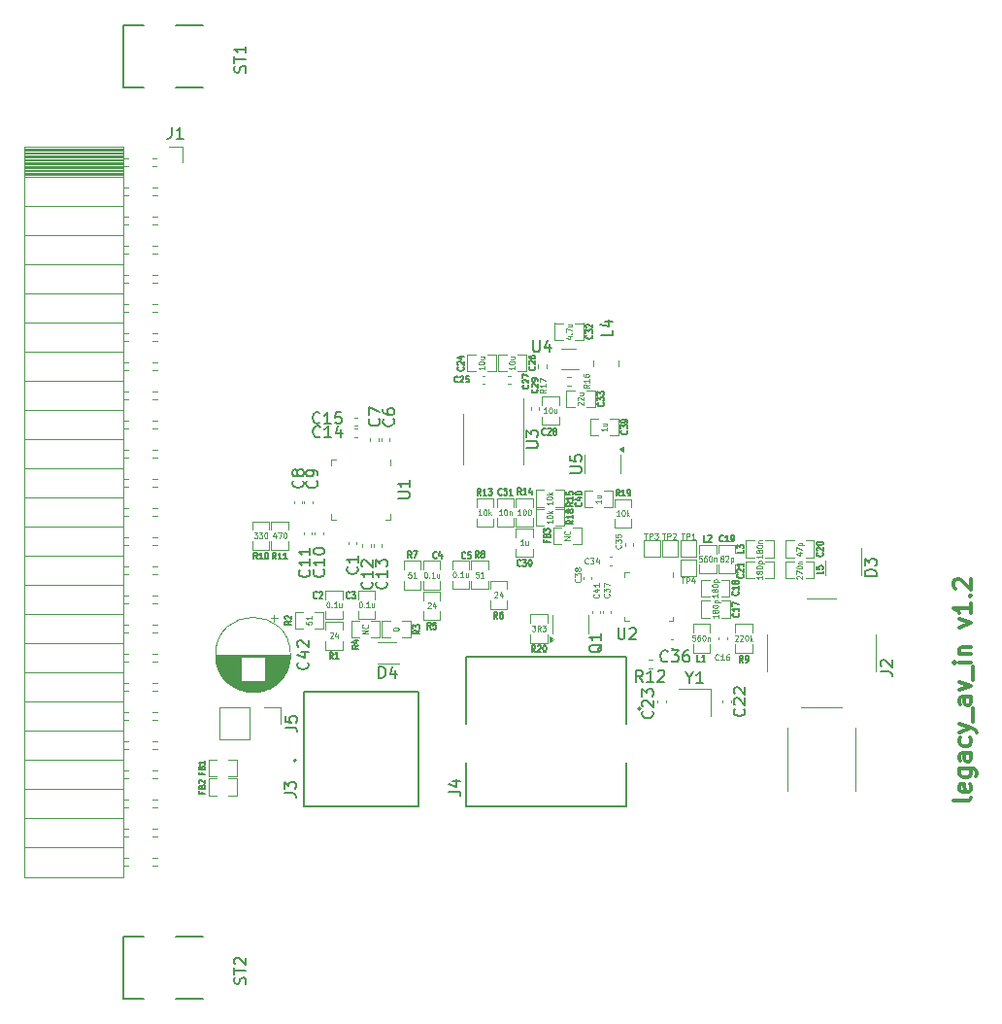
<source format=gbr>
%TF.GenerationSoftware,KiCad,Pcbnew,9.0.1+dfsg-1*%
%TF.CreationDate,2025-04-21T22:05:23+03:00*%
%TF.ProjectId,legacy_av_in,6c656761-6379-45f6-9176-5f696e2e6b69,rev?*%
%TF.SameCoordinates,Original*%
%TF.FileFunction,Legend,Top*%
%TF.FilePolarity,Positive*%
%FSLAX46Y46*%
G04 Gerber Fmt 4.6, Leading zero omitted, Abs format (unit mm)*
G04 Created by KiCad (PCBNEW 9.0.1+dfsg-1) date 2025-04-21 22:05:23*
%MOMM*%
%LPD*%
G01*
G04 APERTURE LIST*
%ADD10C,0.300000*%
%ADD11C,0.125000*%
%ADD12C,0.150000*%
%ADD13C,0.127000*%
%ADD14C,0.114300*%
%ADD15C,0.120000*%
%ADD16C,0.119380*%
%ADD17C,0.200000*%
G04 APERTURE END LIST*
D10*
X118838328Y-82632856D02*
X118766900Y-82775713D01*
X118766900Y-82775713D02*
X118624042Y-82847142D01*
X118624042Y-82847142D02*
X117338328Y-82847142D01*
X118766900Y-81489999D02*
X118838328Y-81632856D01*
X118838328Y-81632856D02*
X118838328Y-81918571D01*
X118838328Y-81918571D02*
X118766900Y-82061428D01*
X118766900Y-82061428D02*
X118624042Y-82132856D01*
X118624042Y-82132856D02*
X118052614Y-82132856D01*
X118052614Y-82132856D02*
X117909757Y-82061428D01*
X117909757Y-82061428D02*
X117838328Y-81918571D01*
X117838328Y-81918571D02*
X117838328Y-81632856D01*
X117838328Y-81632856D02*
X117909757Y-81489999D01*
X117909757Y-81489999D02*
X118052614Y-81418571D01*
X118052614Y-81418571D02*
X118195471Y-81418571D01*
X118195471Y-81418571D02*
X118338328Y-82132856D01*
X117838328Y-80132857D02*
X119052614Y-80132857D01*
X119052614Y-80132857D02*
X119195471Y-80204285D01*
X119195471Y-80204285D02*
X119266900Y-80275714D01*
X119266900Y-80275714D02*
X119338328Y-80418571D01*
X119338328Y-80418571D02*
X119338328Y-80632857D01*
X119338328Y-80632857D02*
X119266900Y-80775714D01*
X118766900Y-80132857D02*
X118838328Y-80275714D01*
X118838328Y-80275714D02*
X118838328Y-80561428D01*
X118838328Y-80561428D02*
X118766900Y-80704285D01*
X118766900Y-80704285D02*
X118695471Y-80775714D01*
X118695471Y-80775714D02*
X118552614Y-80847142D01*
X118552614Y-80847142D02*
X118124042Y-80847142D01*
X118124042Y-80847142D02*
X117981185Y-80775714D01*
X117981185Y-80775714D02*
X117909757Y-80704285D01*
X117909757Y-80704285D02*
X117838328Y-80561428D01*
X117838328Y-80561428D02*
X117838328Y-80275714D01*
X117838328Y-80275714D02*
X117909757Y-80132857D01*
X118838328Y-78775714D02*
X118052614Y-78775714D01*
X118052614Y-78775714D02*
X117909757Y-78847142D01*
X117909757Y-78847142D02*
X117838328Y-78989999D01*
X117838328Y-78989999D02*
X117838328Y-79275714D01*
X117838328Y-79275714D02*
X117909757Y-79418571D01*
X118766900Y-78775714D02*
X118838328Y-78918571D01*
X118838328Y-78918571D02*
X118838328Y-79275714D01*
X118838328Y-79275714D02*
X118766900Y-79418571D01*
X118766900Y-79418571D02*
X118624042Y-79489999D01*
X118624042Y-79489999D02*
X118481185Y-79489999D01*
X118481185Y-79489999D02*
X118338328Y-79418571D01*
X118338328Y-79418571D02*
X118266900Y-79275714D01*
X118266900Y-79275714D02*
X118266900Y-78918571D01*
X118266900Y-78918571D02*
X118195471Y-78775714D01*
X118766900Y-77418571D02*
X118838328Y-77561428D01*
X118838328Y-77561428D02*
X118838328Y-77847142D01*
X118838328Y-77847142D02*
X118766900Y-77989999D01*
X118766900Y-77989999D02*
X118695471Y-78061428D01*
X118695471Y-78061428D02*
X118552614Y-78132856D01*
X118552614Y-78132856D02*
X118124042Y-78132856D01*
X118124042Y-78132856D02*
X117981185Y-78061428D01*
X117981185Y-78061428D02*
X117909757Y-77989999D01*
X117909757Y-77989999D02*
X117838328Y-77847142D01*
X117838328Y-77847142D02*
X117838328Y-77561428D01*
X117838328Y-77561428D02*
X117909757Y-77418571D01*
X117838328Y-76918571D02*
X118838328Y-76561428D01*
X117838328Y-76204285D02*
X118838328Y-76561428D01*
X118838328Y-76561428D02*
X119195471Y-76704285D01*
X119195471Y-76704285D02*
X119266900Y-76775714D01*
X119266900Y-76775714D02*
X119338328Y-76918571D01*
X118981185Y-75990000D02*
X118981185Y-74847142D01*
X118838328Y-73847143D02*
X118052614Y-73847143D01*
X118052614Y-73847143D02*
X117909757Y-73918571D01*
X117909757Y-73918571D02*
X117838328Y-74061428D01*
X117838328Y-74061428D02*
X117838328Y-74347143D01*
X117838328Y-74347143D02*
X117909757Y-74490000D01*
X118766900Y-73847143D02*
X118838328Y-73990000D01*
X118838328Y-73990000D02*
X118838328Y-74347143D01*
X118838328Y-74347143D02*
X118766900Y-74490000D01*
X118766900Y-74490000D02*
X118624042Y-74561428D01*
X118624042Y-74561428D02*
X118481185Y-74561428D01*
X118481185Y-74561428D02*
X118338328Y-74490000D01*
X118338328Y-74490000D02*
X118266900Y-74347143D01*
X118266900Y-74347143D02*
X118266900Y-73990000D01*
X118266900Y-73990000D02*
X118195471Y-73847143D01*
X117838328Y-73275714D02*
X118838328Y-72918571D01*
X118838328Y-72918571D02*
X117838328Y-72561428D01*
X118981185Y-72347143D02*
X118981185Y-71204285D01*
X118838328Y-70847143D02*
X117838328Y-70847143D01*
X117338328Y-70847143D02*
X117409757Y-70918571D01*
X117409757Y-70918571D02*
X117481185Y-70847143D01*
X117481185Y-70847143D02*
X117409757Y-70775714D01*
X117409757Y-70775714D02*
X117338328Y-70847143D01*
X117338328Y-70847143D02*
X117481185Y-70847143D01*
X117838328Y-70132857D02*
X118838328Y-70132857D01*
X117981185Y-70132857D02*
X117909757Y-70061428D01*
X117909757Y-70061428D02*
X117838328Y-69918571D01*
X117838328Y-69918571D02*
X117838328Y-69704285D01*
X117838328Y-69704285D02*
X117909757Y-69561428D01*
X117909757Y-69561428D02*
X118052614Y-69490000D01*
X118052614Y-69490000D02*
X118838328Y-69490000D01*
X117838328Y-67775714D02*
X118838328Y-67418571D01*
X118838328Y-67418571D02*
X117838328Y-67061428D01*
X118838328Y-65704285D02*
X118838328Y-66561428D01*
X118838328Y-66132857D02*
X117338328Y-66132857D01*
X117338328Y-66132857D02*
X117552614Y-66275714D01*
X117552614Y-66275714D02*
X117695471Y-66418571D01*
X117695471Y-66418571D02*
X117766900Y-66561428D01*
X118695471Y-65061429D02*
X118766900Y-64990000D01*
X118766900Y-64990000D02*
X118838328Y-65061429D01*
X118838328Y-65061429D02*
X118766900Y-65132857D01*
X118766900Y-65132857D02*
X118695471Y-65061429D01*
X118695471Y-65061429D02*
X118838328Y-65061429D01*
X117481185Y-64418571D02*
X117409757Y-64347143D01*
X117409757Y-64347143D02*
X117338328Y-64204286D01*
X117338328Y-64204286D02*
X117338328Y-63847143D01*
X117338328Y-63847143D02*
X117409757Y-63704286D01*
X117409757Y-63704286D02*
X117481185Y-63632857D01*
X117481185Y-63632857D02*
X117624042Y-63561428D01*
X117624042Y-63561428D02*
X117766900Y-63561428D01*
X117766900Y-63561428D02*
X117981185Y-63632857D01*
X117981185Y-63632857D02*
X118838328Y-64490000D01*
X118838328Y-64490000D02*
X118838328Y-63561428D01*
D11*
X96818571Y-70597190D02*
X96794762Y-70621000D01*
X96794762Y-70621000D02*
X96723333Y-70644809D01*
X96723333Y-70644809D02*
X96675714Y-70644809D01*
X96675714Y-70644809D02*
X96604286Y-70621000D01*
X96604286Y-70621000D02*
X96556667Y-70573380D01*
X96556667Y-70573380D02*
X96532857Y-70525761D01*
X96532857Y-70525761D02*
X96509048Y-70430523D01*
X96509048Y-70430523D02*
X96509048Y-70359095D01*
X96509048Y-70359095D02*
X96532857Y-70263857D01*
X96532857Y-70263857D02*
X96556667Y-70216238D01*
X96556667Y-70216238D02*
X96604286Y-70168619D01*
X96604286Y-70168619D02*
X96675714Y-70144809D01*
X96675714Y-70144809D02*
X96723333Y-70144809D01*
X96723333Y-70144809D02*
X96794762Y-70168619D01*
X96794762Y-70168619D02*
X96818571Y-70192428D01*
X97294762Y-70644809D02*
X97009048Y-70644809D01*
X97151905Y-70644809D02*
X97151905Y-70144809D01*
X97151905Y-70144809D02*
X97104286Y-70216238D01*
X97104286Y-70216238D02*
X97056667Y-70263857D01*
X97056667Y-70263857D02*
X97009048Y-70287666D01*
X97723333Y-70144809D02*
X97628095Y-70144809D01*
X97628095Y-70144809D02*
X97580476Y-70168619D01*
X97580476Y-70168619D02*
X97556666Y-70192428D01*
X97556666Y-70192428D02*
X97509047Y-70263857D01*
X97509047Y-70263857D02*
X97485238Y-70359095D01*
X97485238Y-70359095D02*
X97485238Y-70549571D01*
X97485238Y-70549571D02*
X97509047Y-70597190D01*
X97509047Y-70597190D02*
X97532857Y-70621000D01*
X97532857Y-70621000D02*
X97580476Y-70644809D01*
X97580476Y-70644809D02*
X97675714Y-70644809D01*
X97675714Y-70644809D02*
X97723333Y-70621000D01*
X97723333Y-70621000D02*
X97747142Y-70597190D01*
X97747142Y-70597190D02*
X97770952Y-70549571D01*
X97770952Y-70549571D02*
X97770952Y-70430523D01*
X97770952Y-70430523D02*
X97747142Y-70382904D01*
X97747142Y-70382904D02*
X97723333Y-70359095D01*
X97723333Y-70359095D02*
X97675714Y-70335285D01*
X97675714Y-70335285D02*
X97580476Y-70335285D01*
X97580476Y-70335285D02*
X97532857Y-70359095D01*
X97532857Y-70359095D02*
X97509047Y-70382904D01*
X97509047Y-70382904D02*
X97485238Y-70430523D01*
D12*
X49126666Y-24214819D02*
X49126666Y-24929104D01*
X49126666Y-24929104D02*
X49079047Y-25071961D01*
X49079047Y-25071961D02*
X48983809Y-25167200D01*
X48983809Y-25167200D02*
X48840952Y-25214819D01*
X48840952Y-25214819D02*
X48745714Y-25214819D01*
X50126666Y-25214819D02*
X49555238Y-25214819D01*
X49840952Y-25214819D02*
X49840952Y-24214819D01*
X49840952Y-24214819D02*
X49745714Y-24357676D01*
X49745714Y-24357676D02*
X49650476Y-24452914D01*
X49650476Y-24452914D02*
X49555238Y-24500533D01*
X55532680Y-19444796D02*
X55580299Y-19301939D01*
X55580299Y-19301939D02*
X55580299Y-19063844D01*
X55580299Y-19063844D02*
X55532680Y-18968606D01*
X55532680Y-18968606D02*
X55485060Y-18920987D01*
X55485060Y-18920987D02*
X55389822Y-18873368D01*
X55389822Y-18873368D02*
X55294584Y-18873368D01*
X55294584Y-18873368D02*
X55199346Y-18920987D01*
X55199346Y-18920987D02*
X55151727Y-18968606D01*
X55151727Y-18968606D02*
X55104108Y-19063844D01*
X55104108Y-19063844D02*
X55056489Y-19254320D01*
X55056489Y-19254320D02*
X55008870Y-19349558D01*
X55008870Y-19349558D02*
X54961251Y-19397177D01*
X54961251Y-19397177D02*
X54866013Y-19444796D01*
X54866013Y-19444796D02*
X54770775Y-19444796D01*
X54770775Y-19444796D02*
X54675537Y-19397177D01*
X54675537Y-19397177D02*
X54627918Y-19349558D01*
X54627918Y-19349558D02*
X54580299Y-19254320D01*
X54580299Y-19254320D02*
X54580299Y-19016225D01*
X54580299Y-19016225D02*
X54627918Y-18873368D01*
X54580299Y-18587653D02*
X54580299Y-18016225D01*
X55580299Y-18301939D02*
X54580299Y-18301939D01*
X55580299Y-17159082D02*
X55580299Y-17730510D01*
X55580299Y-17444796D02*
X54580299Y-17444796D01*
X54580299Y-17444796D02*
X54723156Y-17540034D01*
X54723156Y-17540034D02*
X54818394Y-17635272D01*
X54818394Y-17635272D02*
X54866013Y-17730510D01*
X55532680Y-98864796D02*
X55580299Y-98721939D01*
X55580299Y-98721939D02*
X55580299Y-98483844D01*
X55580299Y-98483844D02*
X55532680Y-98388606D01*
X55532680Y-98388606D02*
X55485060Y-98340987D01*
X55485060Y-98340987D02*
X55389822Y-98293368D01*
X55389822Y-98293368D02*
X55294584Y-98293368D01*
X55294584Y-98293368D02*
X55199346Y-98340987D01*
X55199346Y-98340987D02*
X55151727Y-98388606D01*
X55151727Y-98388606D02*
X55104108Y-98483844D01*
X55104108Y-98483844D02*
X55056489Y-98674320D01*
X55056489Y-98674320D02*
X55008870Y-98769558D01*
X55008870Y-98769558D02*
X54961251Y-98817177D01*
X54961251Y-98817177D02*
X54866013Y-98864796D01*
X54866013Y-98864796D02*
X54770775Y-98864796D01*
X54770775Y-98864796D02*
X54675537Y-98817177D01*
X54675537Y-98817177D02*
X54627918Y-98769558D01*
X54627918Y-98769558D02*
X54580299Y-98674320D01*
X54580299Y-98674320D02*
X54580299Y-98436225D01*
X54580299Y-98436225D02*
X54627918Y-98293368D01*
X54580299Y-98007653D02*
X54580299Y-97436225D01*
X55580299Y-97721939D02*
X54580299Y-97721939D01*
X54675537Y-97150510D02*
X54627918Y-97102891D01*
X54627918Y-97102891D02*
X54580299Y-97007653D01*
X54580299Y-97007653D02*
X54580299Y-96769558D01*
X54580299Y-96769558D02*
X54627918Y-96674320D01*
X54627918Y-96674320D02*
X54675537Y-96626701D01*
X54675537Y-96626701D02*
X54770775Y-96579082D01*
X54770775Y-96579082D02*
X54866013Y-96579082D01*
X54866013Y-96579082D02*
X55008870Y-96626701D01*
X55008870Y-96626701D02*
X55580299Y-97198129D01*
X55580299Y-97198129D02*
X55580299Y-96579082D01*
D13*
X70015333Y-61733658D02*
X69845999Y-61455467D01*
X69725047Y-61733658D02*
X69725047Y-61149458D01*
X69725047Y-61149458D02*
X69918571Y-61149458D01*
X69918571Y-61149458D02*
X69966952Y-61177277D01*
X69966952Y-61177277D02*
X69991142Y-61205096D01*
X69991142Y-61205096D02*
X70015333Y-61260734D01*
X70015333Y-61260734D02*
X70015333Y-61344191D01*
X70015333Y-61344191D02*
X69991142Y-61399829D01*
X69991142Y-61399829D02*
X69966952Y-61427648D01*
X69966952Y-61427648D02*
X69918571Y-61455467D01*
X69918571Y-61455467D02*
X69725047Y-61455467D01*
X70184666Y-61149458D02*
X70523333Y-61149458D01*
X70523333Y-61149458D02*
X70305618Y-61733658D01*
D14*
X69991142Y-62969066D02*
X69773428Y-62969066D01*
X69773428Y-62969066D02*
X69751656Y-63210971D01*
X69751656Y-63210971D02*
X69773428Y-63186780D01*
X69773428Y-63186780D02*
X69816971Y-63162590D01*
X69816971Y-63162590D02*
X69925828Y-63162590D01*
X69925828Y-63162590D02*
X69969371Y-63186780D01*
X69969371Y-63186780D02*
X69991142Y-63210971D01*
X69991142Y-63210971D02*
X70012913Y-63259352D01*
X70012913Y-63259352D02*
X70012913Y-63380304D01*
X70012913Y-63380304D02*
X69991142Y-63428685D01*
X69991142Y-63428685D02*
X69969371Y-63452876D01*
X69969371Y-63452876D02*
X69925828Y-63477066D01*
X69925828Y-63477066D02*
X69816971Y-63477066D01*
X69816971Y-63477066D02*
X69773428Y-63452876D01*
X69773428Y-63452876D02*
X69751656Y-63428685D01*
X70448342Y-63477066D02*
X70187085Y-63477066D01*
X70317714Y-63477066D02*
X70317714Y-62969066D01*
X70317714Y-62969066D02*
X70274171Y-63041637D01*
X70274171Y-63041637D02*
X70230628Y-63090018D01*
X70230628Y-63090018D02*
X70187085Y-63114209D01*
D12*
X88058095Y-67814819D02*
X88058095Y-68624342D01*
X88058095Y-68624342D02*
X88105714Y-68719580D01*
X88105714Y-68719580D02*
X88153333Y-68767200D01*
X88153333Y-68767200D02*
X88248571Y-68814819D01*
X88248571Y-68814819D02*
X88439047Y-68814819D01*
X88439047Y-68814819D02*
X88534285Y-68767200D01*
X88534285Y-68767200D02*
X88581904Y-68719580D01*
X88581904Y-68719580D02*
X88629523Y-68624342D01*
X88629523Y-68624342D02*
X88629523Y-67814819D01*
X89058095Y-67910057D02*
X89105714Y-67862438D01*
X89105714Y-67862438D02*
X89200952Y-67814819D01*
X89200952Y-67814819D02*
X89439047Y-67814819D01*
X89439047Y-67814819D02*
X89534285Y-67862438D01*
X89534285Y-67862438D02*
X89581904Y-67910057D01*
X89581904Y-67910057D02*
X89629523Y-68005295D01*
X89629523Y-68005295D02*
X89629523Y-68100533D01*
X89629523Y-68100533D02*
X89581904Y-68243390D01*
X89581904Y-68243390D02*
X89010476Y-68814819D01*
X89010476Y-68814819D02*
X89629523Y-68814819D01*
D13*
X51747648Y-80463333D02*
X51747648Y-80632666D01*
X52053658Y-80632666D02*
X51469458Y-80632666D01*
X51469458Y-80632666D02*
X51469458Y-80390761D01*
X51747648Y-80027904D02*
X51775467Y-79955332D01*
X51775467Y-79955332D02*
X51803286Y-79931142D01*
X51803286Y-79931142D02*
X51858924Y-79906951D01*
X51858924Y-79906951D02*
X51942381Y-79906951D01*
X51942381Y-79906951D02*
X51998019Y-79931142D01*
X51998019Y-79931142D02*
X52025839Y-79955332D01*
X52025839Y-79955332D02*
X52053658Y-80003713D01*
X52053658Y-80003713D02*
X52053658Y-80197237D01*
X52053658Y-80197237D02*
X51469458Y-80197237D01*
X51469458Y-80197237D02*
X51469458Y-80027904D01*
X51469458Y-80027904D02*
X51497277Y-79979523D01*
X51497277Y-79979523D02*
X51525096Y-79955332D01*
X51525096Y-79955332D02*
X51580734Y-79931142D01*
X51580734Y-79931142D02*
X51636372Y-79931142D01*
X51636372Y-79931142D02*
X51692010Y-79955332D01*
X51692010Y-79955332D02*
X51719829Y-79979523D01*
X51719829Y-79979523D02*
X51747648Y-80027904D01*
X51747648Y-80027904D02*
X51747648Y-80197237D01*
X52053658Y-79423142D02*
X52053658Y-79713428D01*
X52053658Y-79568285D02*
X51469458Y-79568285D01*
X51469458Y-79568285D02*
X51552915Y-79616666D01*
X51552915Y-79616666D02*
X51608553Y-79665047D01*
X51608553Y-79665047D02*
X51636372Y-79713428D01*
D12*
X91039580Y-75092857D02*
X91087200Y-75140476D01*
X91087200Y-75140476D02*
X91134819Y-75283333D01*
X91134819Y-75283333D02*
X91134819Y-75378571D01*
X91134819Y-75378571D02*
X91087200Y-75521428D01*
X91087200Y-75521428D02*
X90991961Y-75616666D01*
X90991961Y-75616666D02*
X90896723Y-75664285D01*
X90896723Y-75664285D02*
X90706247Y-75711904D01*
X90706247Y-75711904D02*
X90563390Y-75711904D01*
X90563390Y-75711904D02*
X90372914Y-75664285D01*
X90372914Y-75664285D02*
X90277676Y-75616666D01*
X90277676Y-75616666D02*
X90182438Y-75521428D01*
X90182438Y-75521428D02*
X90134819Y-75378571D01*
X90134819Y-75378571D02*
X90134819Y-75283333D01*
X90134819Y-75283333D02*
X90182438Y-75140476D01*
X90182438Y-75140476D02*
X90230057Y-75092857D01*
X90230057Y-74711904D02*
X90182438Y-74664285D01*
X90182438Y-74664285D02*
X90134819Y-74569047D01*
X90134819Y-74569047D02*
X90134819Y-74330952D01*
X90134819Y-74330952D02*
X90182438Y-74235714D01*
X90182438Y-74235714D02*
X90230057Y-74188095D01*
X90230057Y-74188095D02*
X90325295Y-74140476D01*
X90325295Y-74140476D02*
X90420533Y-74140476D01*
X90420533Y-74140476D02*
X90563390Y-74188095D01*
X90563390Y-74188095D02*
X91134819Y-74759523D01*
X91134819Y-74759523D02*
X91134819Y-74140476D01*
X90134819Y-73807142D02*
X90134819Y-73188095D01*
X90134819Y-73188095D02*
X90515771Y-73521428D01*
X90515771Y-73521428D02*
X90515771Y-73378571D01*
X90515771Y-73378571D02*
X90563390Y-73283333D01*
X90563390Y-73283333D02*
X90611009Y-73235714D01*
X90611009Y-73235714D02*
X90706247Y-73188095D01*
X90706247Y-73188095D02*
X90944342Y-73188095D01*
X90944342Y-73188095D02*
X91039580Y-73235714D01*
X91039580Y-73235714D02*
X91087200Y-73283333D01*
X91087200Y-73283333D02*
X91134819Y-73378571D01*
X91134819Y-73378571D02*
X91134819Y-73664285D01*
X91134819Y-73664285D02*
X91087200Y-73759523D01*
X91087200Y-73759523D02*
X91039580Y-73807142D01*
D13*
X58223428Y-61843658D02*
X58054094Y-61565467D01*
X57933142Y-61843658D02*
X57933142Y-61259458D01*
X57933142Y-61259458D02*
X58126666Y-61259458D01*
X58126666Y-61259458D02*
X58175047Y-61287277D01*
X58175047Y-61287277D02*
X58199237Y-61315096D01*
X58199237Y-61315096D02*
X58223428Y-61370734D01*
X58223428Y-61370734D02*
X58223428Y-61454191D01*
X58223428Y-61454191D02*
X58199237Y-61509829D01*
X58199237Y-61509829D02*
X58175047Y-61537648D01*
X58175047Y-61537648D02*
X58126666Y-61565467D01*
X58126666Y-61565467D02*
X57933142Y-61565467D01*
X58707237Y-61843658D02*
X58416951Y-61843658D01*
X58562094Y-61843658D02*
X58562094Y-61259458D01*
X58562094Y-61259458D02*
X58513713Y-61342915D01*
X58513713Y-61342915D02*
X58465332Y-61398553D01*
X58465332Y-61398553D02*
X58416951Y-61426372D01*
X59191047Y-61843658D02*
X58900761Y-61843658D01*
X59045904Y-61843658D02*
X59045904Y-61259458D01*
X59045904Y-61259458D02*
X58997523Y-61342915D01*
X58997523Y-61342915D02*
X58949142Y-61398553D01*
X58949142Y-61398553D02*
X58900761Y-61426372D01*
D14*
X58201657Y-59692399D02*
X58201657Y-60031066D01*
X58092799Y-59498876D02*
X57983942Y-59861733D01*
X57983942Y-59861733D02*
X58266971Y-59861733D01*
X58397600Y-59523066D02*
X58702400Y-59523066D01*
X58702400Y-59523066D02*
X58506457Y-60031066D01*
X58963657Y-59523066D02*
X59007200Y-59523066D01*
X59007200Y-59523066D02*
X59050743Y-59547256D01*
X59050743Y-59547256D02*
X59072515Y-59571447D01*
X59072515Y-59571447D02*
X59094286Y-59619828D01*
X59094286Y-59619828D02*
X59116057Y-59716590D01*
X59116057Y-59716590D02*
X59116057Y-59837542D01*
X59116057Y-59837542D02*
X59094286Y-59934304D01*
X59094286Y-59934304D02*
X59072515Y-59982685D01*
X59072515Y-59982685D02*
X59050743Y-60006876D01*
X59050743Y-60006876D02*
X59007200Y-60031066D01*
X59007200Y-60031066D02*
X58963657Y-60031066D01*
X58963657Y-60031066D02*
X58920115Y-60006876D01*
X58920115Y-60006876D02*
X58898343Y-59982685D01*
X58898343Y-59982685D02*
X58876572Y-59934304D01*
X58876572Y-59934304D02*
X58854800Y-59837542D01*
X58854800Y-59837542D02*
X58854800Y-59716590D01*
X58854800Y-59716590D02*
X58876572Y-59619828D01*
X58876572Y-59619828D02*
X58898343Y-59571447D01*
X58898343Y-59571447D02*
X58920115Y-59547256D01*
X58920115Y-59547256D02*
X58963657Y-59523066D01*
D13*
X51747648Y-82123333D02*
X51747648Y-82292666D01*
X52053658Y-82292666D02*
X51469458Y-82292666D01*
X51469458Y-82292666D02*
X51469458Y-82050761D01*
X51747648Y-81687904D02*
X51775467Y-81615332D01*
X51775467Y-81615332D02*
X51803286Y-81591142D01*
X51803286Y-81591142D02*
X51858924Y-81566951D01*
X51858924Y-81566951D02*
X51942381Y-81566951D01*
X51942381Y-81566951D02*
X51998019Y-81591142D01*
X51998019Y-81591142D02*
X52025839Y-81615332D01*
X52025839Y-81615332D02*
X52053658Y-81663713D01*
X52053658Y-81663713D02*
X52053658Y-81857237D01*
X52053658Y-81857237D02*
X51469458Y-81857237D01*
X51469458Y-81857237D02*
X51469458Y-81687904D01*
X51469458Y-81687904D02*
X51497277Y-81639523D01*
X51497277Y-81639523D02*
X51525096Y-81615332D01*
X51525096Y-81615332D02*
X51580734Y-81591142D01*
X51580734Y-81591142D02*
X51636372Y-81591142D01*
X51636372Y-81591142D02*
X51692010Y-81615332D01*
X51692010Y-81615332D02*
X51719829Y-81639523D01*
X51719829Y-81639523D02*
X51747648Y-81687904D01*
X51747648Y-81687904D02*
X51747648Y-81857237D01*
X51525096Y-81373428D02*
X51497277Y-81349237D01*
X51497277Y-81349237D02*
X51469458Y-81300856D01*
X51469458Y-81300856D02*
X51469458Y-81179904D01*
X51469458Y-81179904D02*
X51497277Y-81131523D01*
X51497277Y-81131523D02*
X51525096Y-81107332D01*
X51525096Y-81107332D02*
X51580734Y-81083142D01*
X51580734Y-81083142D02*
X51636372Y-81083142D01*
X51636372Y-81083142D02*
X51719829Y-81107332D01*
X51719829Y-81107332D02*
X52053658Y-81397618D01*
X52053658Y-81397618D02*
X52053658Y-81083142D01*
D12*
X62037142Y-49939580D02*
X61989523Y-49987200D01*
X61989523Y-49987200D02*
X61846666Y-50034819D01*
X61846666Y-50034819D02*
X61751428Y-50034819D01*
X61751428Y-50034819D02*
X61608571Y-49987200D01*
X61608571Y-49987200D02*
X61513333Y-49891961D01*
X61513333Y-49891961D02*
X61465714Y-49796723D01*
X61465714Y-49796723D02*
X61418095Y-49606247D01*
X61418095Y-49606247D02*
X61418095Y-49463390D01*
X61418095Y-49463390D02*
X61465714Y-49272914D01*
X61465714Y-49272914D02*
X61513333Y-49177676D01*
X61513333Y-49177676D02*
X61608571Y-49082438D01*
X61608571Y-49082438D02*
X61751428Y-49034819D01*
X61751428Y-49034819D02*
X61846666Y-49034819D01*
X61846666Y-49034819D02*
X61989523Y-49082438D01*
X61989523Y-49082438D02*
X62037142Y-49130057D01*
X62989523Y-50034819D02*
X62418095Y-50034819D01*
X62703809Y-50034819D02*
X62703809Y-49034819D01*
X62703809Y-49034819D02*
X62608571Y-49177676D01*
X62608571Y-49177676D02*
X62513333Y-49272914D01*
X62513333Y-49272914D02*
X62418095Y-49320533D01*
X63894285Y-49034819D02*
X63418095Y-49034819D01*
X63418095Y-49034819D02*
X63370476Y-49511009D01*
X63370476Y-49511009D02*
X63418095Y-49463390D01*
X63418095Y-49463390D02*
X63513333Y-49415771D01*
X63513333Y-49415771D02*
X63751428Y-49415771D01*
X63751428Y-49415771D02*
X63846666Y-49463390D01*
X63846666Y-49463390D02*
X63894285Y-49511009D01*
X63894285Y-49511009D02*
X63941904Y-49606247D01*
X63941904Y-49606247D02*
X63941904Y-49844342D01*
X63941904Y-49844342D02*
X63894285Y-49939580D01*
X63894285Y-49939580D02*
X63846666Y-49987200D01*
X63846666Y-49987200D02*
X63751428Y-50034819D01*
X63751428Y-50034819D02*
X63513333Y-50034819D01*
X63513333Y-50034819D02*
X63418095Y-49987200D01*
X63418095Y-49987200D02*
X63370476Y-49939580D01*
D11*
X85451071Y-62197190D02*
X85427262Y-62221000D01*
X85427262Y-62221000D02*
X85355833Y-62244809D01*
X85355833Y-62244809D02*
X85308214Y-62244809D01*
X85308214Y-62244809D02*
X85236786Y-62221000D01*
X85236786Y-62221000D02*
X85189167Y-62173380D01*
X85189167Y-62173380D02*
X85165357Y-62125761D01*
X85165357Y-62125761D02*
X85141548Y-62030523D01*
X85141548Y-62030523D02*
X85141548Y-61959095D01*
X85141548Y-61959095D02*
X85165357Y-61863857D01*
X85165357Y-61863857D02*
X85189167Y-61816238D01*
X85189167Y-61816238D02*
X85236786Y-61768619D01*
X85236786Y-61768619D02*
X85308214Y-61744809D01*
X85308214Y-61744809D02*
X85355833Y-61744809D01*
X85355833Y-61744809D02*
X85427262Y-61768619D01*
X85427262Y-61768619D02*
X85451071Y-61792428D01*
X85617738Y-61744809D02*
X85927262Y-61744809D01*
X85927262Y-61744809D02*
X85760595Y-61935285D01*
X85760595Y-61935285D02*
X85832024Y-61935285D01*
X85832024Y-61935285D02*
X85879643Y-61959095D01*
X85879643Y-61959095D02*
X85903452Y-61982904D01*
X85903452Y-61982904D02*
X85927262Y-62030523D01*
X85927262Y-62030523D02*
X85927262Y-62149571D01*
X85927262Y-62149571D02*
X85903452Y-62197190D01*
X85903452Y-62197190D02*
X85879643Y-62221000D01*
X85879643Y-62221000D02*
X85832024Y-62244809D01*
X85832024Y-62244809D02*
X85689167Y-62244809D01*
X85689167Y-62244809D02*
X85641548Y-62221000D01*
X85641548Y-62221000D02*
X85617738Y-62197190D01*
X86355833Y-61911476D02*
X86355833Y-62244809D01*
X86236785Y-61721000D02*
X86117738Y-62078142D01*
X86117738Y-62078142D02*
X86427261Y-62078142D01*
X90319048Y-59574809D02*
X90604762Y-59574809D01*
X90461905Y-60074809D02*
X90461905Y-59574809D01*
X90771428Y-60074809D02*
X90771428Y-59574809D01*
X90771428Y-59574809D02*
X90961904Y-59574809D01*
X90961904Y-59574809D02*
X91009523Y-59598619D01*
X91009523Y-59598619D02*
X91033333Y-59622428D01*
X91033333Y-59622428D02*
X91057142Y-59670047D01*
X91057142Y-59670047D02*
X91057142Y-59741476D01*
X91057142Y-59741476D02*
X91033333Y-59789095D01*
X91033333Y-59789095D02*
X91009523Y-59812904D01*
X91009523Y-59812904D02*
X90961904Y-59836714D01*
X90961904Y-59836714D02*
X90771428Y-59836714D01*
X91223809Y-59574809D02*
X91533333Y-59574809D01*
X91533333Y-59574809D02*
X91366666Y-59765285D01*
X91366666Y-59765285D02*
X91438095Y-59765285D01*
X91438095Y-59765285D02*
X91485714Y-59789095D01*
X91485714Y-59789095D02*
X91509523Y-59812904D01*
X91509523Y-59812904D02*
X91533333Y-59860523D01*
X91533333Y-59860523D02*
X91533333Y-59979571D01*
X91533333Y-59979571D02*
X91509523Y-60027190D01*
X91509523Y-60027190D02*
X91485714Y-60051000D01*
X91485714Y-60051000D02*
X91438095Y-60074809D01*
X91438095Y-60074809D02*
X91295238Y-60074809D01*
X91295238Y-60074809D02*
X91247619Y-60051000D01*
X91247619Y-60051000D02*
X91223809Y-60027190D01*
D12*
X67201905Y-72224819D02*
X67201905Y-71224819D01*
X67201905Y-71224819D02*
X67440000Y-71224819D01*
X67440000Y-71224819D02*
X67582857Y-71272438D01*
X67582857Y-71272438D02*
X67678095Y-71367676D01*
X67678095Y-71367676D02*
X67725714Y-71462914D01*
X67725714Y-71462914D02*
X67773333Y-71653390D01*
X67773333Y-71653390D02*
X67773333Y-71796247D01*
X67773333Y-71796247D02*
X67725714Y-71986723D01*
X67725714Y-71986723D02*
X67678095Y-72081961D01*
X67678095Y-72081961D02*
X67582857Y-72177200D01*
X67582857Y-72177200D02*
X67440000Y-72224819D01*
X67440000Y-72224819D02*
X67201905Y-72224819D01*
X68630476Y-71558152D02*
X68630476Y-72224819D01*
X68392381Y-71177200D02*
X68154286Y-71891485D01*
X68154286Y-71891485D02*
X68773333Y-71891485D01*
X87554819Y-41886666D02*
X87554819Y-42362856D01*
X87554819Y-42362856D02*
X86554819Y-42362856D01*
X86888152Y-41124761D02*
X87554819Y-41124761D01*
X86507200Y-41362856D02*
X87221485Y-41600951D01*
X87221485Y-41600951D02*
X87221485Y-40981904D01*
D13*
X77545333Y-67013658D02*
X77375999Y-66735467D01*
X77255047Y-67013658D02*
X77255047Y-66429458D01*
X77255047Y-66429458D02*
X77448571Y-66429458D01*
X77448571Y-66429458D02*
X77496952Y-66457277D01*
X77496952Y-66457277D02*
X77521142Y-66485096D01*
X77521142Y-66485096D02*
X77545333Y-66540734D01*
X77545333Y-66540734D02*
X77545333Y-66624191D01*
X77545333Y-66624191D02*
X77521142Y-66679829D01*
X77521142Y-66679829D02*
X77496952Y-66707648D01*
X77496952Y-66707648D02*
X77448571Y-66735467D01*
X77448571Y-66735467D02*
X77255047Y-66735467D01*
X77980761Y-66429458D02*
X77883999Y-66429458D01*
X77883999Y-66429458D02*
X77835618Y-66457277D01*
X77835618Y-66457277D02*
X77811428Y-66485096D01*
X77811428Y-66485096D02*
X77763047Y-66568553D01*
X77763047Y-66568553D02*
X77738856Y-66679829D01*
X77738856Y-66679829D02*
X77738856Y-66902381D01*
X77738856Y-66902381D02*
X77763047Y-66958019D01*
X77763047Y-66958019D02*
X77787237Y-66985839D01*
X77787237Y-66985839D02*
X77835618Y-67013658D01*
X77835618Y-67013658D02*
X77932380Y-67013658D01*
X77932380Y-67013658D02*
X77980761Y-66985839D01*
X77980761Y-66985839D02*
X78004952Y-66958019D01*
X78004952Y-66958019D02*
X78029142Y-66902381D01*
X78029142Y-66902381D02*
X78029142Y-66763286D01*
X78029142Y-66763286D02*
X78004952Y-66707648D01*
X78004952Y-66707648D02*
X77980761Y-66679829D01*
X77980761Y-66679829D02*
X77932380Y-66652010D01*
X77932380Y-66652010D02*
X77835618Y-66652010D01*
X77835618Y-66652010D02*
X77787237Y-66679829D01*
X77787237Y-66679829D02*
X77763047Y-66707648D01*
X77763047Y-66707648D02*
X77738856Y-66763286D01*
D14*
X77281656Y-64741447D02*
X77303428Y-64717256D01*
X77303428Y-64717256D02*
X77346971Y-64693066D01*
X77346971Y-64693066D02*
X77455828Y-64693066D01*
X77455828Y-64693066D02*
X77499371Y-64717256D01*
X77499371Y-64717256D02*
X77521142Y-64741447D01*
X77521142Y-64741447D02*
X77542913Y-64789828D01*
X77542913Y-64789828D02*
X77542913Y-64838209D01*
X77542913Y-64838209D02*
X77521142Y-64910780D01*
X77521142Y-64910780D02*
X77259885Y-65201066D01*
X77259885Y-65201066D02*
X77542913Y-65201066D01*
X77934800Y-64862399D02*
X77934800Y-65201066D01*
X77825942Y-64668876D02*
X77717085Y-65031733D01*
X77717085Y-65031733D02*
X78000114Y-65031733D01*
D13*
X98965333Y-70827658D02*
X98795999Y-70549467D01*
X98675047Y-70827658D02*
X98675047Y-70243458D01*
X98675047Y-70243458D02*
X98868571Y-70243458D01*
X98868571Y-70243458D02*
X98916952Y-70271277D01*
X98916952Y-70271277D02*
X98941142Y-70299096D01*
X98941142Y-70299096D02*
X98965333Y-70354734D01*
X98965333Y-70354734D02*
X98965333Y-70438191D01*
X98965333Y-70438191D02*
X98941142Y-70493829D01*
X98941142Y-70493829D02*
X98916952Y-70521648D01*
X98916952Y-70521648D02*
X98868571Y-70549467D01*
X98868571Y-70549467D02*
X98675047Y-70549467D01*
X99207237Y-70827658D02*
X99303999Y-70827658D01*
X99303999Y-70827658D02*
X99352380Y-70799839D01*
X99352380Y-70799839D02*
X99376571Y-70772019D01*
X99376571Y-70772019D02*
X99424952Y-70688562D01*
X99424952Y-70688562D02*
X99449142Y-70577286D01*
X99449142Y-70577286D02*
X99449142Y-70354734D01*
X99449142Y-70354734D02*
X99424952Y-70299096D01*
X99424952Y-70299096D02*
X99400761Y-70271277D01*
X99400761Y-70271277D02*
X99352380Y-70243458D01*
X99352380Y-70243458D02*
X99255618Y-70243458D01*
X99255618Y-70243458D02*
X99207237Y-70271277D01*
X99207237Y-70271277D02*
X99183047Y-70299096D01*
X99183047Y-70299096D02*
X99158856Y-70354734D01*
X99158856Y-70354734D02*
X99158856Y-70493829D01*
X99158856Y-70493829D02*
X99183047Y-70549467D01*
X99183047Y-70549467D02*
X99207237Y-70577286D01*
X99207237Y-70577286D02*
X99255618Y-70605105D01*
X99255618Y-70605105D02*
X99352380Y-70605105D01*
X99352380Y-70605105D02*
X99400761Y-70577286D01*
X99400761Y-70577286D02*
X99424952Y-70549467D01*
X99424952Y-70549467D02*
X99449142Y-70493829D01*
D14*
X98258885Y-68511447D02*
X98280657Y-68487256D01*
X98280657Y-68487256D02*
X98324200Y-68463066D01*
X98324200Y-68463066D02*
X98433057Y-68463066D01*
X98433057Y-68463066D02*
X98476600Y-68487256D01*
X98476600Y-68487256D02*
X98498371Y-68511447D01*
X98498371Y-68511447D02*
X98520142Y-68559828D01*
X98520142Y-68559828D02*
X98520142Y-68608209D01*
X98520142Y-68608209D02*
X98498371Y-68680780D01*
X98498371Y-68680780D02*
X98237114Y-68971066D01*
X98237114Y-68971066D02*
X98520142Y-68971066D01*
X98694314Y-68511447D02*
X98716086Y-68487256D01*
X98716086Y-68487256D02*
X98759629Y-68463066D01*
X98759629Y-68463066D02*
X98868486Y-68463066D01*
X98868486Y-68463066D02*
X98912029Y-68487256D01*
X98912029Y-68487256D02*
X98933800Y-68511447D01*
X98933800Y-68511447D02*
X98955571Y-68559828D01*
X98955571Y-68559828D02*
X98955571Y-68608209D01*
X98955571Y-68608209D02*
X98933800Y-68680780D01*
X98933800Y-68680780D02*
X98672543Y-68971066D01*
X98672543Y-68971066D02*
X98955571Y-68971066D01*
X99238600Y-68463066D02*
X99282143Y-68463066D01*
X99282143Y-68463066D02*
X99325686Y-68487256D01*
X99325686Y-68487256D02*
X99347458Y-68511447D01*
X99347458Y-68511447D02*
X99369229Y-68559828D01*
X99369229Y-68559828D02*
X99391000Y-68656590D01*
X99391000Y-68656590D02*
X99391000Y-68777542D01*
X99391000Y-68777542D02*
X99369229Y-68874304D01*
X99369229Y-68874304D02*
X99347458Y-68922685D01*
X99347458Y-68922685D02*
X99325686Y-68946876D01*
X99325686Y-68946876D02*
X99282143Y-68971066D01*
X99282143Y-68971066D02*
X99238600Y-68971066D01*
X99238600Y-68971066D02*
X99195058Y-68946876D01*
X99195058Y-68946876D02*
X99173286Y-68922685D01*
X99173286Y-68922685D02*
X99151515Y-68874304D01*
X99151515Y-68874304D02*
X99129743Y-68777542D01*
X99129743Y-68777542D02*
X99129743Y-68656590D01*
X99129743Y-68656590D02*
X99151515Y-68559828D01*
X99151515Y-68559828D02*
X99173286Y-68511447D01*
X99173286Y-68511447D02*
X99195058Y-68487256D01*
X99195058Y-68487256D02*
X99238600Y-68463066D01*
X99586944Y-68971066D02*
X99586944Y-68463066D01*
X99630487Y-68777542D02*
X99761115Y-68971066D01*
X99761115Y-68632399D02*
X99586944Y-68825923D01*
D11*
X86347190Y-64901428D02*
X86371000Y-64925237D01*
X86371000Y-64925237D02*
X86394809Y-64996666D01*
X86394809Y-64996666D02*
X86394809Y-65044285D01*
X86394809Y-65044285D02*
X86371000Y-65115713D01*
X86371000Y-65115713D02*
X86323380Y-65163332D01*
X86323380Y-65163332D02*
X86275761Y-65187142D01*
X86275761Y-65187142D02*
X86180523Y-65210951D01*
X86180523Y-65210951D02*
X86109095Y-65210951D01*
X86109095Y-65210951D02*
X86013857Y-65187142D01*
X86013857Y-65187142D02*
X85966238Y-65163332D01*
X85966238Y-65163332D02*
X85918619Y-65115713D01*
X85918619Y-65115713D02*
X85894809Y-65044285D01*
X85894809Y-65044285D02*
X85894809Y-64996666D01*
X85894809Y-64996666D02*
X85918619Y-64925237D01*
X85918619Y-64925237D02*
X85942428Y-64901428D01*
X86061476Y-64472856D02*
X86394809Y-64472856D01*
X85871000Y-64591904D02*
X86228142Y-64710951D01*
X86228142Y-64710951D02*
X86228142Y-64401428D01*
X86394809Y-63949047D02*
X86394809Y-64234761D01*
X86394809Y-64091904D02*
X85894809Y-64091904D01*
X85894809Y-64091904D02*
X85966238Y-64139523D01*
X85966238Y-64139523D02*
X86013857Y-64187142D01*
X86013857Y-64187142D02*
X86037666Y-64234761D01*
D13*
X105929658Y-62874666D02*
X105929658Y-63116571D01*
X105929658Y-63116571D02*
X105345458Y-63116571D01*
X105345458Y-62463428D02*
X105345458Y-62705333D01*
X105345458Y-62705333D02*
X105623648Y-62729524D01*
X105623648Y-62729524D02*
X105595829Y-62705333D01*
X105595829Y-62705333D02*
X105568010Y-62656952D01*
X105568010Y-62656952D02*
X105568010Y-62536000D01*
X105568010Y-62536000D02*
X105595829Y-62487619D01*
X105595829Y-62487619D02*
X105623648Y-62463428D01*
X105623648Y-62463428D02*
X105679286Y-62439238D01*
X105679286Y-62439238D02*
X105818381Y-62439238D01*
X105818381Y-62439238D02*
X105874019Y-62463428D01*
X105874019Y-62463428D02*
X105901839Y-62487619D01*
X105901839Y-62487619D02*
X105929658Y-62536000D01*
X105929658Y-62536000D02*
X105929658Y-62656952D01*
X105929658Y-62656952D02*
X105901839Y-62705333D01*
X105901839Y-62705333D02*
X105874019Y-62729524D01*
D14*
X103657447Y-63562886D02*
X103633256Y-63541114D01*
X103633256Y-63541114D02*
X103609066Y-63497572D01*
X103609066Y-63497572D02*
X103609066Y-63388714D01*
X103609066Y-63388714D02*
X103633256Y-63345172D01*
X103633256Y-63345172D02*
X103657447Y-63323400D01*
X103657447Y-63323400D02*
X103705828Y-63301629D01*
X103705828Y-63301629D02*
X103754209Y-63301629D01*
X103754209Y-63301629D02*
X103826780Y-63323400D01*
X103826780Y-63323400D02*
X104117066Y-63584657D01*
X104117066Y-63584657D02*
X104117066Y-63301629D01*
X103609066Y-63149228D02*
X103609066Y-62844428D01*
X103609066Y-62844428D02*
X104117066Y-63040371D01*
X103609066Y-62583171D02*
X103609066Y-62539628D01*
X103609066Y-62539628D02*
X103633256Y-62496085D01*
X103633256Y-62496085D02*
X103657447Y-62474314D01*
X103657447Y-62474314D02*
X103705828Y-62452542D01*
X103705828Y-62452542D02*
X103802590Y-62430771D01*
X103802590Y-62430771D02*
X103923542Y-62430771D01*
X103923542Y-62430771D02*
X104020304Y-62452542D01*
X104020304Y-62452542D02*
X104068685Y-62474314D01*
X104068685Y-62474314D02*
X104092876Y-62496085D01*
X104092876Y-62496085D02*
X104117066Y-62539628D01*
X104117066Y-62539628D02*
X104117066Y-62583171D01*
X104117066Y-62583171D02*
X104092876Y-62626714D01*
X104092876Y-62626714D02*
X104068685Y-62648485D01*
X104068685Y-62648485D02*
X104020304Y-62670256D01*
X104020304Y-62670256D02*
X103923542Y-62692028D01*
X103923542Y-62692028D02*
X103802590Y-62692028D01*
X103802590Y-62692028D02*
X103705828Y-62670256D01*
X103705828Y-62670256D02*
X103657447Y-62648485D01*
X103657447Y-62648485D02*
X103633256Y-62626714D01*
X103633256Y-62626714D02*
X103609066Y-62583171D01*
X103778399Y-62234827D02*
X104117066Y-62234827D01*
X103826780Y-62234827D02*
X103802590Y-62213056D01*
X103802590Y-62213056D02*
X103778399Y-62169513D01*
X103778399Y-62169513D02*
X103778399Y-62104199D01*
X103778399Y-62104199D02*
X103802590Y-62060656D01*
X103802590Y-62060656D02*
X103850971Y-62038885D01*
X103850971Y-62038885D02*
X104117066Y-62038885D01*
D13*
X98508019Y-64686571D02*
X98535839Y-64710762D01*
X98535839Y-64710762D02*
X98563658Y-64783333D01*
X98563658Y-64783333D02*
X98563658Y-64831714D01*
X98563658Y-64831714D02*
X98535839Y-64904286D01*
X98535839Y-64904286D02*
X98480200Y-64952667D01*
X98480200Y-64952667D02*
X98424562Y-64976857D01*
X98424562Y-64976857D02*
X98313286Y-65001048D01*
X98313286Y-65001048D02*
X98229829Y-65001048D01*
X98229829Y-65001048D02*
X98118553Y-64976857D01*
X98118553Y-64976857D02*
X98062915Y-64952667D01*
X98062915Y-64952667D02*
X98007277Y-64904286D01*
X98007277Y-64904286D02*
X97979458Y-64831714D01*
X97979458Y-64831714D02*
X97979458Y-64783333D01*
X97979458Y-64783333D02*
X98007277Y-64710762D01*
X98007277Y-64710762D02*
X98035096Y-64686571D01*
X98563658Y-64202762D02*
X98563658Y-64493048D01*
X98563658Y-64347905D02*
X97979458Y-64347905D01*
X97979458Y-64347905D02*
X98062915Y-64396286D01*
X98062915Y-64396286D02*
X98118553Y-64444667D01*
X98118553Y-64444667D02*
X98146372Y-64493048D01*
X98229829Y-63912476D02*
X98202010Y-63960857D01*
X98202010Y-63960857D02*
X98174191Y-63985047D01*
X98174191Y-63985047D02*
X98118553Y-64009238D01*
X98118553Y-64009238D02*
X98090734Y-64009238D01*
X98090734Y-64009238D02*
X98035096Y-63985047D01*
X98035096Y-63985047D02*
X98007277Y-63960857D01*
X98007277Y-63960857D02*
X97979458Y-63912476D01*
X97979458Y-63912476D02*
X97979458Y-63815714D01*
X97979458Y-63815714D02*
X98007277Y-63767333D01*
X98007277Y-63767333D02*
X98035096Y-63743142D01*
X98035096Y-63743142D02*
X98090734Y-63718952D01*
X98090734Y-63718952D02*
X98118553Y-63718952D01*
X98118553Y-63718952D02*
X98174191Y-63743142D01*
X98174191Y-63743142D02*
X98202010Y-63767333D01*
X98202010Y-63767333D02*
X98229829Y-63815714D01*
X98229829Y-63815714D02*
X98229829Y-63912476D01*
X98229829Y-63912476D02*
X98257648Y-63960857D01*
X98257648Y-63960857D02*
X98285467Y-63985047D01*
X98285467Y-63985047D02*
X98341105Y-64009238D01*
X98341105Y-64009238D02*
X98452381Y-64009238D01*
X98452381Y-64009238D02*
X98508019Y-63985047D01*
X98508019Y-63985047D02*
X98535839Y-63960857D01*
X98535839Y-63960857D02*
X98563658Y-63912476D01*
X98563658Y-63912476D02*
X98563658Y-63815714D01*
X98563658Y-63815714D02*
X98535839Y-63767333D01*
X98535839Y-63767333D02*
X98508019Y-63743142D01*
X98508019Y-63743142D02*
X98452381Y-63718952D01*
X98452381Y-63718952D02*
X98341105Y-63718952D01*
X98341105Y-63718952D02*
X98285467Y-63743142D01*
X98285467Y-63743142D02*
X98257648Y-63767333D01*
X98257648Y-63767333D02*
X98229829Y-63815714D01*
D14*
X96761066Y-64891629D02*
X96761066Y-65152886D01*
X96761066Y-65022257D02*
X96253066Y-65022257D01*
X96253066Y-65022257D02*
X96325637Y-65065800D01*
X96325637Y-65065800D02*
X96374018Y-65109343D01*
X96374018Y-65109343D02*
X96398209Y-65152886D01*
X96470780Y-64630371D02*
X96446590Y-64673914D01*
X96446590Y-64673914D02*
X96422399Y-64695685D01*
X96422399Y-64695685D02*
X96374018Y-64717457D01*
X96374018Y-64717457D02*
X96349828Y-64717457D01*
X96349828Y-64717457D02*
X96301447Y-64695685D01*
X96301447Y-64695685D02*
X96277256Y-64673914D01*
X96277256Y-64673914D02*
X96253066Y-64630371D01*
X96253066Y-64630371D02*
X96253066Y-64543285D01*
X96253066Y-64543285D02*
X96277256Y-64499743D01*
X96277256Y-64499743D02*
X96301447Y-64477971D01*
X96301447Y-64477971D02*
X96349828Y-64456200D01*
X96349828Y-64456200D02*
X96374018Y-64456200D01*
X96374018Y-64456200D02*
X96422399Y-64477971D01*
X96422399Y-64477971D02*
X96446590Y-64499743D01*
X96446590Y-64499743D02*
X96470780Y-64543285D01*
X96470780Y-64543285D02*
X96470780Y-64630371D01*
X96470780Y-64630371D02*
X96494971Y-64673914D01*
X96494971Y-64673914D02*
X96519161Y-64695685D01*
X96519161Y-64695685D02*
X96567542Y-64717457D01*
X96567542Y-64717457D02*
X96664304Y-64717457D01*
X96664304Y-64717457D02*
X96712685Y-64695685D01*
X96712685Y-64695685D02*
X96736876Y-64673914D01*
X96736876Y-64673914D02*
X96761066Y-64630371D01*
X96761066Y-64630371D02*
X96761066Y-64543285D01*
X96761066Y-64543285D02*
X96736876Y-64499743D01*
X96736876Y-64499743D02*
X96712685Y-64477971D01*
X96712685Y-64477971D02*
X96664304Y-64456200D01*
X96664304Y-64456200D02*
X96567542Y-64456200D01*
X96567542Y-64456200D02*
X96519161Y-64477971D01*
X96519161Y-64477971D02*
X96494971Y-64499743D01*
X96494971Y-64499743D02*
X96470780Y-64543285D01*
X96253066Y-64173171D02*
X96253066Y-64129628D01*
X96253066Y-64129628D02*
X96277256Y-64086085D01*
X96277256Y-64086085D02*
X96301447Y-64064314D01*
X96301447Y-64064314D02*
X96349828Y-64042542D01*
X96349828Y-64042542D02*
X96446590Y-64020771D01*
X96446590Y-64020771D02*
X96567542Y-64020771D01*
X96567542Y-64020771D02*
X96664304Y-64042542D01*
X96664304Y-64042542D02*
X96712685Y-64064314D01*
X96712685Y-64064314D02*
X96736876Y-64086085D01*
X96736876Y-64086085D02*
X96761066Y-64129628D01*
X96761066Y-64129628D02*
X96761066Y-64173171D01*
X96761066Y-64173171D02*
X96736876Y-64216714D01*
X96736876Y-64216714D02*
X96712685Y-64238485D01*
X96712685Y-64238485D02*
X96664304Y-64260256D01*
X96664304Y-64260256D02*
X96567542Y-64282028D01*
X96567542Y-64282028D02*
X96446590Y-64282028D01*
X96446590Y-64282028D02*
X96349828Y-64260256D01*
X96349828Y-64260256D02*
X96301447Y-64238485D01*
X96301447Y-64238485D02*
X96277256Y-64216714D01*
X96277256Y-64216714D02*
X96253066Y-64173171D01*
X96422399Y-63824827D02*
X96930399Y-63824827D01*
X96446590Y-63824827D02*
X96422399Y-63781285D01*
X96422399Y-63781285D02*
X96422399Y-63694199D01*
X96422399Y-63694199D02*
X96446590Y-63650656D01*
X96446590Y-63650656D02*
X96470780Y-63628885D01*
X96470780Y-63628885D02*
X96519161Y-63607113D01*
X96519161Y-63607113D02*
X96664304Y-63607113D01*
X96664304Y-63607113D02*
X96712685Y-63628885D01*
X96712685Y-63628885D02*
X96736876Y-63650656D01*
X96736876Y-63650656D02*
X96761066Y-63694199D01*
X96761066Y-63694199D02*
X96761066Y-63781285D01*
X96761066Y-63781285D02*
X96736876Y-63824827D01*
D13*
X84133658Y-58476571D02*
X83855467Y-58645905D01*
X84133658Y-58766857D02*
X83549458Y-58766857D01*
X83549458Y-58766857D02*
X83549458Y-58573333D01*
X83549458Y-58573333D02*
X83577277Y-58524952D01*
X83577277Y-58524952D02*
X83605096Y-58500762D01*
X83605096Y-58500762D02*
X83660734Y-58476571D01*
X83660734Y-58476571D02*
X83744191Y-58476571D01*
X83744191Y-58476571D02*
X83799829Y-58500762D01*
X83799829Y-58500762D02*
X83827648Y-58524952D01*
X83827648Y-58524952D02*
X83855467Y-58573333D01*
X83855467Y-58573333D02*
X83855467Y-58766857D01*
X84133658Y-57992762D02*
X84133658Y-58283048D01*
X84133658Y-58137905D02*
X83549458Y-58137905D01*
X83549458Y-58137905D02*
X83632915Y-58186286D01*
X83632915Y-58186286D02*
X83688553Y-58234667D01*
X83688553Y-58234667D02*
X83716372Y-58283048D01*
X83799829Y-57702476D02*
X83772010Y-57750857D01*
X83772010Y-57750857D02*
X83744191Y-57775047D01*
X83744191Y-57775047D02*
X83688553Y-57799238D01*
X83688553Y-57799238D02*
X83660734Y-57799238D01*
X83660734Y-57799238D02*
X83605096Y-57775047D01*
X83605096Y-57775047D02*
X83577277Y-57750857D01*
X83577277Y-57750857D02*
X83549458Y-57702476D01*
X83549458Y-57702476D02*
X83549458Y-57605714D01*
X83549458Y-57605714D02*
X83577277Y-57557333D01*
X83577277Y-57557333D02*
X83605096Y-57533142D01*
X83605096Y-57533142D02*
X83660734Y-57508952D01*
X83660734Y-57508952D02*
X83688553Y-57508952D01*
X83688553Y-57508952D02*
X83744191Y-57533142D01*
X83744191Y-57533142D02*
X83772010Y-57557333D01*
X83772010Y-57557333D02*
X83799829Y-57605714D01*
X83799829Y-57605714D02*
X83799829Y-57702476D01*
X83799829Y-57702476D02*
X83827648Y-57750857D01*
X83827648Y-57750857D02*
X83855467Y-57775047D01*
X83855467Y-57775047D02*
X83911105Y-57799238D01*
X83911105Y-57799238D02*
X84022381Y-57799238D01*
X84022381Y-57799238D02*
X84078019Y-57775047D01*
X84078019Y-57775047D02*
X84105839Y-57750857D01*
X84105839Y-57750857D02*
X84133658Y-57702476D01*
X84133658Y-57702476D02*
X84133658Y-57605714D01*
X84133658Y-57605714D02*
X84105839Y-57557333D01*
X84105839Y-57557333D02*
X84078019Y-57533142D01*
X84078019Y-57533142D02*
X84022381Y-57508952D01*
X84022381Y-57508952D02*
X83911105Y-57508952D01*
X83911105Y-57508952D02*
X83855467Y-57533142D01*
X83855467Y-57533142D02*
X83827648Y-57557333D01*
X83827648Y-57557333D02*
X83799829Y-57605714D01*
D14*
X82327066Y-58452143D02*
X82327066Y-58713400D01*
X82327066Y-58582771D02*
X81819066Y-58582771D01*
X81819066Y-58582771D02*
X81891637Y-58626314D01*
X81891637Y-58626314D02*
X81940018Y-58669857D01*
X81940018Y-58669857D02*
X81964209Y-58713400D01*
X81819066Y-58169114D02*
X81819066Y-58125571D01*
X81819066Y-58125571D02*
X81843256Y-58082028D01*
X81843256Y-58082028D02*
X81867447Y-58060257D01*
X81867447Y-58060257D02*
X81915828Y-58038485D01*
X81915828Y-58038485D02*
X82012590Y-58016714D01*
X82012590Y-58016714D02*
X82133542Y-58016714D01*
X82133542Y-58016714D02*
X82230304Y-58038485D01*
X82230304Y-58038485D02*
X82278685Y-58060257D01*
X82278685Y-58060257D02*
X82302876Y-58082028D01*
X82302876Y-58082028D02*
X82327066Y-58125571D01*
X82327066Y-58125571D02*
X82327066Y-58169114D01*
X82327066Y-58169114D02*
X82302876Y-58212657D01*
X82302876Y-58212657D02*
X82278685Y-58234428D01*
X82278685Y-58234428D02*
X82230304Y-58256199D01*
X82230304Y-58256199D02*
X82133542Y-58277971D01*
X82133542Y-58277971D02*
X82012590Y-58277971D01*
X82012590Y-58277971D02*
X81915828Y-58256199D01*
X81915828Y-58256199D02*
X81867447Y-58234428D01*
X81867447Y-58234428D02*
X81843256Y-58212657D01*
X81843256Y-58212657D02*
X81819066Y-58169114D01*
X82327066Y-57820770D02*
X81819066Y-57820770D01*
X82133542Y-57777228D02*
X82327066Y-57646599D01*
X81988399Y-57646599D02*
X82181923Y-57820770D01*
D13*
X84123658Y-56906571D02*
X83845467Y-57075905D01*
X84123658Y-57196857D02*
X83539458Y-57196857D01*
X83539458Y-57196857D02*
X83539458Y-57003333D01*
X83539458Y-57003333D02*
X83567277Y-56954952D01*
X83567277Y-56954952D02*
X83595096Y-56930762D01*
X83595096Y-56930762D02*
X83650734Y-56906571D01*
X83650734Y-56906571D02*
X83734191Y-56906571D01*
X83734191Y-56906571D02*
X83789829Y-56930762D01*
X83789829Y-56930762D02*
X83817648Y-56954952D01*
X83817648Y-56954952D02*
X83845467Y-57003333D01*
X83845467Y-57003333D02*
X83845467Y-57196857D01*
X84123658Y-56422762D02*
X84123658Y-56713048D01*
X84123658Y-56567905D02*
X83539458Y-56567905D01*
X83539458Y-56567905D02*
X83622915Y-56616286D01*
X83622915Y-56616286D02*
X83678553Y-56664667D01*
X83678553Y-56664667D02*
X83706372Y-56713048D01*
X83539458Y-55963142D02*
X83539458Y-56205047D01*
X83539458Y-56205047D02*
X83817648Y-56229238D01*
X83817648Y-56229238D02*
X83789829Y-56205047D01*
X83789829Y-56205047D02*
X83762010Y-56156666D01*
X83762010Y-56156666D02*
X83762010Y-56035714D01*
X83762010Y-56035714D02*
X83789829Y-55987333D01*
X83789829Y-55987333D02*
X83817648Y-55963142D01*
X83817648Y-55963142D02*
X83873286Y-55938952D01*
X83873286Y-55938952D02*
X84012381Y-55938952D01*
X84012381Y-55938952D02*
X84068019Y-55963142D01*
X84068019Y-55963142D02*
X84095839Y-55987333D01*
X84095839Y-55987333D02*
X84123658Y-56035714D01*
X84123658Y-56035714D02*
X84123658Y-56156666D01*
X84123658Y-56156666D02*
X84095839Y-56205047D01*
X84095839Y-56205047D02*
X84068019Y-56229238D01*
D14*
X82317066Y-56832143D02*
X82317066Y-57093400D01*
X82317066Y-56962771D02*
X81809066Y-56962771D01*
X81809066Y-56962771D02*
X81881637Y-57006314D01*
X81881637Y-57006314D02*
X81930018Y-57049857D01*
X81930018Y-57049857D02*
X81954209Y-57093400D01*
X81809066Y-56549114D02*
X81809066Y-56505571D01*
X81809066Y-56505571D02*
X81833256Y-56462028D01*
X81833256Y-56462028D02*
X81857447Y-56440257D01*
X81857447Y-56440257D02*
X81905828Y-56418485D01*
X81905828Y-56418485D02*
X82002590Y-56396714D01*
X82002590Y-56396714D02*
X82123542Y-56396714D01*
X82123542Y-56396714D02*
X82220304Y-56418485D01*
X82220304Y-56418485D02*
X82268685Y-56440257D01*
X82268685Y-56440257D02*
X82292876Y-56462028D01*
X82292876Y-56462028D02*
X82317066Y-56505571D01*
X82317066Y-56505571D02*
X82317066Y-56549114D01*
X82317066Y-56549114D02*
X82292876Y-56592657D01*
X82292876Y-56592657D02*
X82268685Y-56614428D01*
X82268685Y-56614428D02*
X82220304Y-56636199D01*
X82220304Y-56636199D02*
X82123542Y-56657971D01*
X82123542Y-56657971D02*
X82002590Y-56657971D01*
X82002590Y-56657971D02*
X81905828Y-56636199D01*
X81905828Y-56636199D02*
X81857447Y-56614428D01*
X81857447Y-56614428D02*
X81833256Y-56592657D01*
X81833256Y-56592657D02*
X81809066Y-56549114D01*
X82317066Y-56200770D02*
X81809066Y-56200770D01*
X82123542Y-56157228D02*
X82317066Y-56026599D01*
X81978399Y-56026599D02*
X82171923Y-56200770D01*
D13*
X79593428Y-56249658D02*
X79424094Y-55971467D01*
X79303142Y-56249658D02*
X79303142Y-55665458D01*
X79303142Y-55665458D02*
X79496666Y-55665458D01*
X79496666Y-55665458D02*
X79545047Y-55693277D01*
X79545047Y-55693277D02*
X79569237Y-55721096D01*
X79569237Y-55721096D02*
X79593428Y-55776734D01*
X79593428Y-55776734D02*
X79593428Y-55860191D01*
X79593428Y-55860191D02*
X79569237Y-55915829D01*
X79569237Y-55915829D02*
X79545047Y-55943648D01*
X79545047Y-55943648D02*
X79496666Y-55971467D01*
X79496666Y-55971467D02*
X79303142Y-55971467D01*
X80077237Y-56249658D02*
X79786951Y-56249658D01*
X79932094Y-56249658D02*
X79932094Y-55665458D01*
X79932094Y-55665458D02*
X79883713Y-55748915D01*
X79883713Y-55748915D02*
X79835332Y-55804553D01*
X79835332Y-55804553D02*
X79786951Y-55832372D01*
X80512666Y-55860191D02*
X80512666Y-56249658D01*
X80391714Y-55637639D02*
X80270761Y-56054924D01*
X80270761Y-56054924D02*
X80585238Y-56054924D01*
D14*
X79575199Y-58017066D02*
X79313942Y-58017066D01*
X79444571Y-58017066D02*
X79444571Y-57509066D01*
X79444571Y-57509066D02*
X79401028Y-57581637D01*
X79401028Y-57581637D02*
X79357485Y-57630018D01*
X79357485Y-57630018D02*
X79313942Y-57654209D01*
X79858228Y-57509066D02*
X79901771Y-57509066D01*
X79901771Y-57509066D02*
X79945314Y-57533256D01*
X79945314Y-57533256D02*
X79967086Y-57557447D01*
X79967086Y-57557447D02*
X79988857Y-57605828D01*
X79988857Y-57605828D02*
X80010628Y-57702590D01*
X80010628Y-57702590D02*
X80010628Y-57823542D01*
X80010628Y-57823542D02*
X79988857Y-57920304D01*
X79988857Y-57920304D02*
X79967086Y-57968685D01*
X79967086Y-57968685D02*
X79945314Y-57992876D01*
X79945314Y-57992876D02*
X79901771Y-58017066D01*
X79901771Y-58017066D02*
X79858228Y-58017066D01*
X79858228Y-58017066D02*
X79814686Y-57992876D01*
X79814686Y-57992876D02*
X79792914Y-57968685D01*
X79792914Y-57968685D02*
X79771143Y-57920304D01*
X79771143Y-57920304D02*
X79749371Y-57823542D01*
X79749371Y-57823542D02*
X79749371Y-57702590D01*
X79749371Y-57702590D02*
X79771143Y-57605828D01*
X79771143Y-57605828D02*
X79792914Y-57557447D01*
X79792914Y-57557447D02*
X79814686Y-57533256D01*
X79814686Y-57533256D02*
X79858228Y-57509066D01*
X80293657Y-57509066D02*
X80337200Y-57509066D01*
X80337200Y-57509066D02*
X80380743Y-57533256D01*
X80380743Y-57533256D02*
X80402515Y-57557447D01*
X80402515Y-57557447D02*
X80424286Y-57605828D01*
X80424286Y-57605828D02*
X80446057Y-57702590D01*
X80446057Y-57702590D02*
X80446057Y-57823542D01*
X80446057Y-57823542D02*
X80424286Y-57920304D01*
X80424286Y-57920304D02*
X80402515Y-57968685D01*
X80402515Y-57968685D02*
X80380743Y-57992876D01*
X80380743Y-57992876D02*
X80337200Y-58017066D01*
X80337200Y-58017066D02*
X80293657Y-58017066D01*
X80293657Y-58017066D02*
X80250115Y-57992876D01*
X80250115Y-57992876D02*
X80228343Y-57968685D01*
X80228343Y-57968685D02*
X80206572Y-57920304D01*
X80206572Y-57920304D02*
X80184800Y-57823542D01*
X80184800Y-57823542D02*
X80184800Y-57702590D01*
X80184800Y-57702590D02*
X80206572Y-57605828D01*
X80206572Y-57605828D02*
X80228343Y-57557447D01*
X80228343Y-57557447D02*
X80250115Y-57533256D01*
X80250115Y-57533256D02*
X80293657Y-57509066D01*
D11*
X93549048Y-63454809D02*
X93834762Y-63454809D01*
X93691905Y-63954809D02*
X93691905Y-63454809D01*
X94001428Y-63954809D02*
X94001428Y-63454809D01*
X94001428Y-63454809D02*
X94191904Y-63454809D01*
X94191904Y-63454809D02*
X94239523Y-63478619D01*
X94239523Y-63478619D02*
X94263333Y-63502428D01*
X94263333Y-63502428D02*
X94287142Y-63550047D01*
X94287142Y-63550047D02*
X94287142Y-63621476D01*
X94287142Y-63621476D02*
X94263333Y-63669095D01*
X94263333Y-63669095D02*
X94239523Y-63692904D01*
X94239523Y-63692904D02*
X94191904Y-63716714D01*
X94191904Y-63716714D02*
X94001428Y-63716714D01*
X94715714Y-63621476D02*
X94715714Y-63954809D01*
X94596666Y-63431000D02*
X94477619Y-63788142D01*
X94477619Y-63788142D02*
X94787142Y-63788142D01*
D13*
X99003658Y-61034666D02*
X99003658Y-61276571D01*
X99003658Y-61276571D02*
X98419458Y-61276571D01*
X98419458Y-60913714D02*
X98419458Y-60599238D01*
X98419458Y-60599238D02*
X98642010Y-60768571D01*
X98642010Y-60768571D02*
X98642010Y-60696000D01*
X98642010Y-60696000D02*
X98669829Y-60647619D01*
X98669829Y-60647619D02*
X98697648Y-60623428D01*
X98697648Y-60623428D02*
X98753286Y-60599238D01*
X98753286Y-60599238D02*
X98892381Y-60599238D01*
X98892381Y-60599238D02*
X98948019Y-60623428D01*
X98948019Y-60623428D02*
X98975839Y-60647619D01*
X98975839Y-60647619D02*
X99003658Y-60696000D01*
X99003658Y-60696000D02*
X99003658Y-60841143D01*
X99003658Y-60841143D02*
X98975839Y-60889524D01*
X98975839Y-60889524D02*
X98948019Y-60913714D01*
D14*
X100627066Y-61481629D02*
X100627066Y-61742886D01*
X100627066Y-61612257D02*
X100119066Y-61612257D01*
X100119066Y-61612257D02*
X100191637Y-61655800D01*
X100191637Y-61655800D02*
X100240018Y-61699343D01*
X100240018Y-61699343D02*
X100264209Y-61742886D01*
X100336780Y-61220371D02*
X100312590Y-61263914D01*
X100312590Y-61263914D02*
X100288399Y-61285685D01*
X100288399Y-61285685D02*
X100240018Y-61307457D01*
X100240018Y-61307457D02*
X100215828Y-61307457D01*
X100215828Y-61307457D02*
X100167447Y-61285685D01*
X100167447Y-61285685D02*
X100143256Y-61263914D01*
X100143256Y-61263914D02*
X100119066Y-61220371D01*
X100119066Y-61220371D02*
X100119066Y-61133285D01*
X100119066Y-61133285D02*
X100143256Y-61089743D01*
X100143256Y-61089743D02*
X100167447Y-61067971D01*
X100167447Y-61067971D02*
X100215828Y-61046200D01*
X100215828Y-61046200D02*
X100240018Y-61046200D01*
X100240018Y-61046200D02*
X100288399Y-61067971D01*
X100288399Y-61067971D02*
X100312590Y-61089743D01*
X100312590Y-61089743D02*
X100336780Y-61133285D01*
X100336780Y-61133285D02*
X100336780Y-61220371D01*
X100336780Y-61220371D02*
X100360971Y-61263914D01*
X100360971Y-61263914D02*
X100385161Y-61285685D01*
X100385161Y-61285685D02*
X100433542Y-61307457D01*
X100433542Y-61307457D02*
X100530304Y-61307457D01*
X100530304Y-61307457D02*
X100578685Y-61285685D01*
X100578685Y-61285685D02*
X100602876Y-61263914D01*
X100602876Y-61263914D02*
X100627066Y-61220371D01*
X100627066Y-61220371D02*
X100627066Y-61133285D01*
X100627066Y-61133285D02*
X100602876Y-61089743D01*
X100602876Y-61089743D02*
X100578685Y-61067971D01*
X100578685Y-61067971D02*
X100530304Y-61046200D01*
X100530304Y-61046200D02*
X100433542Y-61046200D01*
X100433542Y-61046200D02*
X100385161Y-61067971D01*
X100385161Y-61067971D02*
X100360971Y-61089743D01*
X100360971Y-61089743D02*
X100336780Y-61133285D01*
X100119066Y-60763171D02*
X100119066Y-60719628D01*
X100119066Y-60719628D02*
X100143256Y-60676085D01*
X100143256Y-60676085D02*
X100167447Y-60654314D01*
X100167447Y-60654314D02*
X100215828Y-60632542D01*
X100215828Y-60632542D02*
X100312590Y-60610771D01*
X100312590Y-60610771D02*
X100433542Y-60610771D01*
X100433542Y-60610771D02*
X100530304Y-60632542D01*
X100530304Y-60632542D02*
X100578685Y-60654314D01*
X100578685Y-60654314D02*
X100602876Y-60676085D01*
X100602876Y-60676085D02*
X100627066Y-60719628D01*
X100627066Y-60719628D02*
X100627066Y-60763171D01*
X100627066Y-60763171D02*
X100602876Y-60806714D01*
X100602876Y-60806714D02*
X100578685Y-60828485D01*
X100578685Y-60828485D02*
X100530304Y-60850256D01*
X100530304Y-60850256D02*
X100433542Y-60872028D01*
X100433542Y-60872028D02*
X100312590Y-60872028D01*
X100312590Y-60872028D02*
X100215828Y-60850256D01*
X100215828Y-60850256D02*
X100167447Y-60828485D01*
X100167447Y-60828485D02*
X100143256Y-60806714D01*
X100143256Y-60806714D02*
X100119066Y-60763171D01*
X100288399Y-60414827D02*
X100627066Y-60414827D01*
X100336780Y-60414827D02*
X100312590Y-60393056D01*
X100312590Y-60393056D02*
X100288399Y-60349513D01*
X100288399Y-60349513D02*
X100288399Y-60284199D01*
X100288399Y-60284199D02*
X100312590Y-60240656D01*
X100312590Y-60240656D02*
X100360971Y-60218885D01*
X100360971Y-60218885D02*
X100627066Y-60218885D01*
D12*
X110574819Y-63325594D02*
X109574819Y-63325594D01*
X109574819Y-63325594D02*
X109574819Y-63087499D01*
X109574819Y-63087499D02*
X109622438Y-62944642D01*
X109622438Y-62944642D02*
X109717676Y-62849404D01*
X109717676Y-62849404D02*
X109812914Y-62801785D01*
X109812914Y-62801785D02*
X110003390Y-62754166D01*
X110003390Y-62754166D02*
X110146247Y-62754166D01*
X110146247Y-62754166D02*
X110336723Y-62801785D01*
X110336723Y-62801785D02*
X110431961Y-62849404D01*
X110431961Y-62849404D02*
X110527200Y-62944642D01*
X110527200Y-62944642D02*
X110574819Y-63087499D01*
X110574819Y-63087499D02*
X110574819Y-63325594D01*
X109574819Y-62420832D02*
X109574819Y-61801785D01*
X109574819Y-61801785D02*
X109955771Y-62135118D01*
X109955771Y-62135118D02*
X109955771Y-61992261D01*
X109955771Y-61992261D02*
X110003390Y-61897023D01*
X110003390Y-61897023D02*
X110051009Y-61849404D01*
X110051009Y-61849404D02*
X110146247Y-61801785D01*
X110146247Y-61801785D02*
X110384342Y-61801785D01*
X110384342Y-61801785D02*
X110479580Y-61849404D01*
X110479580Y-61849404D02*
X110527200Y-61897023D01*
X110527200Y-61897023D02*
X110574819Y-61992261D01*
X110574819Y-61992261D02*
X110574819Y-62277975D01*
X110574819Y-62277975D02*
X110527200Y-62373213D01*
X110527200Y-62373213D02*
X110479580Y-62420832D01*
D13*
X79553428Y-62408019D02*
X79529237Y-62435839D01*
X79529237Y-62435839D02*
X79456666Y-62463658D01*
X79456666Y-62463658D02*
X79408285Y-62463658D01*
X79408285Y-62463658D02*
X79335713Y-62435839D01*
X79335713Y-62435839D02*
X79287332Y-62380200D01*
X79287332Y-62380200D02*
X79263142Y-62324562D01*
X79263142Y-62324562D02*
X79238951Y-62213286D01*
X79238951Y-62213286D02*
X79238951Y-62129829D01*
X79238951Y-62129829D02*
X79263142Y-62018553D01*
X79263142Y-62018553D02*
X79287332Y-61962915D01*
X79287332Y-61962915D02*
X79335713Y-61907277D01*
X79335713Y-61907277D02*
X79408285Y-61879458D01*
X79408285Y-61879458D02*
X79456666Y-61879458D01*
X79456666Y-61879458D02*
X79529237Y-61907277D01*
X79529237Y-61907277D02*
X79553428Y-61935096D01*
X79722761Y-61879458D02*
X80037237Y-61879458D01*
X80037237Y-61879458D02*
X79867904Y-62102010D01*
X79867904Y-62102010D02*
X79940475Y-62102010D01*
X79940475Y-62102010D02*
X79988856Y-62129829D01*
X79988856Y-62129829D02*
X80013047Y-62157648D01*
X80013047Y-62157648D02*
X80037237Y-62213286D01*
X80037237Y-62213286D02*
X80037237Y-62352381D01*
X80037237Y-62352381D02*
X80013047Y-62408019D01*
X80013047Y-62408019D02*
X79988856Y-62435839D01*
X79988856Y-62435839D02*
X79940475Y-62463658D01*
X79940475Y-62463658D02*
X79795332Y-62463658D01*
X79795332Y-62463658D02*
X79746951Y-62435839D01*
X79746951Y-62435839D02*
X79722761Y-62408019D01*
X80351714Y-61879458D02*
X80400095Y-61879458D01*
X80400095Y-61879458D02*
X80448476Y-61907277D01*
X80448476Y-61907277D02*
X80472666Y-61935096D01*
X80472666Y-61935096D02*
X80496857Y-61990734D01*
X80496857Y-61990734D02*
X80521047Y-62102010D01*
X80521047Y-62102010D02*
X80521047Y-62241105D01*
X80521047Y-62241105D02*
X80496857Y-62352381D01*
X80496857Y-62352381D02*
X80472666Y-62408019D01*
X80472666Y-62408019D02*
X80448476Y-62435839D01*
X80448476Y-62435839D02*
X80400095Y-62463658D01*
X80400095Y-62463658D02*
X80351714Y-62463658D01*
X80351714Y-62463658D02*
X80303333Y-62435839D01*
X80303333Y-62435839D02*
X80279142Y-62408019D01*
X80279142Y-62408019D02*
X80254952Y-62352381D01*
X80254952Y-62352381D02*
X80230761Y-62241105D01*
X80230761Y-62241105D02*
X80230761Y-62102010D01*
X80230761Y-62102010D02*
X80254952Y-61990734D01*
X80254952Y-61990734D02*
X80279142Y-61935096D01*
X80279142Y-61935096D02*
X80303333Y-61907277D01*
X80303333Y-61907277D02*
X80351714Y-61879458D01*
D14*
X79803799Y-60651066D02*
X79542542Y-60651066D01*
X79673171Y-60651066D02*
X79673171Y-60143066D01*
X79673171Y-60143066D02*
X79629628Y-60215637D01*
X79629628Y-60215637D02*
X79586085Y-60264018D01*
X79586085Y-60264018D02*
X79542542Y-60288209D01*
X80195686Y-60312399D02*
X80195686Y-60651066D01*
X79999743Y-60312399D02*
X79999743Y-60578495D01*
X79999743Y-60578495D02*
X80021514Y-60626876D01*
X80021514Y-60626876D02*
X80065057Y-60651066D01*
X80065057Y-60651066D02*
X80130371Y-60651066D01*
X80130371Y-60651066D02*
X80173914Y-60626876D01*
X80173914Y-60626876D02*
X80195686Y-60602685D01*
D11*
X93569048Y-59594809D02*
X93854762Y-59594809D01*
X93711905Y-60094809D02*
X93711905Y-59594809D01*
X94021428Y-60094809D02*
X94021428Y-59594809D01*
X94021428Y-59594809D02*
X94211904Y-59594809D01*
X94211904Y-59594809D02*
X94259523Y-59618619D01*
X94259523Y-59618619D02*
X94283333Y-59642428D01*
X94283333Y-59642428D02*
X94307142Y-59690047D01*
X94307142Y-59690047D02*
X94307142Y-59761476D01*
X94307142Y-59761476D02*
X94283333Y-59809095D01*
X94283333Y-59809095D02*
X94259523Y-59832904D01*
X94259523Y-59832904D02*
X94211904Y-59856714D01*
X94211904Y-59856714D02*
X94021428Y-59856714D01*
X94783333Y-60094809D02*
X94497619Y-60094809D01*
X94640476Y-60094809D02*
X94640476Y-59594809D01*
X94640476Y-59594809D02*
X94592857Y-59666238D01*
X94592857Y-59666238D02*
X94545238Y-59713857D01*
X94545238Y-59713857D02*
X94497619Y-59737666D01*
X91889048Y-59574809D02*
X92174762Y-59574809D01*
X92031905Y-60074809D02*
X92031905Y-59574809D01*
X92341428Y-60074809D02*
X92341428Y-59574809D01*
X92341428Y-59574809D02*
X92531904Y-59574809D01*
X92531904Y-59574809D02*
X92579523Y-59598619D01*
X92579523Y-59598619D02*
X92603333Y-59622428D01*
X92603333Y-59622428D02*
X92627142Y-59670047D01*
X92627142Y-59670047D02*
X92627142Y-59741476D01*
X92627142Y-59741476D02*
X92603333Y-59789095D01*
X92603333Y-59789095D02*
X92579523Y-59812904D01*
X92579523Y-59812904D02*
X92531904Y-59836714D01*
X92531904Y-59836714D02*
X92341428Y-59836714D01*
X92817619Y-59622428D02*
X92841428Y-59598619D01*
X92841428Y-59598619D02*
X92889047Y-59574809D01*
X92889047Y-59574809D02*
X93008095Y-59574809D01*
X93008095Y-59574809D02*
X93055714Y-59598619D01*
X93055714Y-59598619D02*
X93079523Y-59622428D01*
X93079523Y-59622428D02*
X93103333Y-59670047D01*
X93103333Y-59670047D02*
X93103333Y-59717666D01*
X93103333Y-59717666D02*
X93079523Y-59789095D01*
X93079523Y-59789095D02*
X92793809Y-60074809D01*
X92793809Y-60074809D02*
X93103333Y-60074809D01*
D12*
X60549580Y-54996666D02*
X60597200Y-55044285D01*
X60597200Y-55044285D02*
X60644819Y-55187142D01*
X60644819Y-55187142D02*
X60644819Y-55282380D01*
X60644819Y-55282380D02*
X60597200Y-55425237D01*
X60597200Y-55425237D02*
X60501961Y-55520475D01*
X60501961Y-55520475D02*
X60406723Y-55568094D01*
X60406723Y-55568094D02*
X60216247Y-55615713D01*
X60216247Y-55615713D02*
X60073390Y-55615713D01*
X60073390Y-55615713D02*
X59882914Y-55568094D01*
X59882914Y-55568094D02*
X59787676Y-55520475D01*
X59787676Y-55520475D02*
X59692438Y-55425237D01*
X59692438Y-55425237D02*
X59644819Y-55282380D01*
X59644819Y-55282380D02*
X59644819Y-55187142D01*
X59644819Y-55187142D02*
X59692438Y-55044285D01*
X59692438Y-55044285D02*
X59740057Y-54996666D01*
X60073390Y-54425237D02*
X60025771Y-54520475D01*
X60025771Y-54520475D02*
X59978152Y-54568094D01*
X59978152Y-54568094D02*
X59882914Y-54615713D01*
X59882914Y-54615713D02*
X59835295Y-54615713D01*
X59835295Y-54615713D02*
X59740057Y-54568094D01*
X59740057Y-54568094D02*
X59692438Y-54520475D01*
X59692438Y-54520475D02*
X59644819Y-54425237D01*
X59644819Y-54425237D02*
X59644819Y-54234761D01*
X59644819Y-54234761D02*
X59692438Y-54139523D01*
X59692438Y-54139523D02*
X59740057Y-54091904D01*
X59740057Y-54091904D02*
X59835295Y-54044285D01*
X59835295Y-54044285D02*
X59882914Y-54044285D01*
X59882914Y-54044285D02*
X59978152Y-54091904D01*
X59978152Y-54091904D02*
X60025771Y-54139523D01*
X60025771Y-54139523D02*
X60073390Y-54234761D01*
X60073390Y-54234761D02*
X60073390Y-54425237D01*
X60073390Y-54425237D02*
X60121009Y-54520475D01*
X60121009Y-54520475D02*
X60168628Y-54568094D01*
X60168628Y-54568094D02*
X60263866Y-54615713D01*
X60263866Y-54615713D02*
X60454342Y-54615713D01*
X60454342Y-54615713D02*
X60549580Y-54568094D01*
X60549580Y-54568094D02*
X60597200Y-54520475D01*
X60597200Y-54520475D02*
X60644819Y-54425237D01*
X60644819Y-54425237D02*
X60644819Y-54234761D01*
X60644819Y-54234761D02*
X60597200Y-54139523D01*
X60597200Y-54139523D02*
X60549580Y-54091904D01*
X60549580Y-54091904D02*
X60454342Y-54044285D01*
X60454342Y-54044285D02*
X60263866Y-54044285D01*
X60263866Y-54044285D02*
X60168628Y-54091904D01*
X60168628Y-54091904D02*
X60121009Y-54139523D01*
X60121009Y-54139523D02*
X60073390Y-54234761D01*
X66559580Y-63832857D02*
X66607200Y-63880476D01*
X66607200Y-63880476D02*
X66654819Y-64023333D01*
X66654819Y-64023333D02*
X66654819Y-64118571D01*
X66654819Y-64118571D02*
X66607200Y-64261428D01*
X66607200Y-64261428D02*
X66511961Y-64356666D01*
X66511961Y-64356666D02*
X66416723Y-64404285D01*
X66416723Y-64404285D02*
X66226247Y-64451904D01*
X66226247Y-64451904D02*
X66083390Y-64451904D01*
X66083390Y-64451904D02*
X65892914Y-64404285D01*
X65892914Y-64404285D02*
X65797676Y-64356666D01*
X65797676Y-64356666D02*
X65702438Y-64261428D01*
X65702438Y-64261428D02*
X65654819Y-64118571D01*
X65654819Y-64118571D02*
X65654819Y-64023333D01*
X65654819Y-64023333D02*
X65702438Y-63880476D01*
X65702438Y-63880476D02*
X65750057Y-63832857D01*
X66654819Y-62880476D02*
X66654819Y-63451904D01*
X66654819Y-63166190D02*
X65654819Y-63166190D01*
X65654819Y-63166190D02*
X65797676Y-63261428D01*
X65797676Y-63261428D02*
X65892914Y-63356666D01*
X65892914Y-63356666D02*
X65940533Y-63451904D01*
X65750057Y-62499523D02*
X65702438Y-62451904D01*
X65702438Y-62451904D02*
X65654819Y-62356666D01*
X65654819Y-62356666D02*
X65654819Y-62118571D01*
X65654819Y-62118571D02*
X65702438Y-62023333D01*
X65702438Y-62023333D02*
X65750057Y-61975714D01*
X65750057Y-61975714D02*
X65845295Y-61928095D01*
X65845295Y-61928095D02*
X65940533Y-61928095D01*
X65940533Y-61928095D02*
X66083390Y-61975714D01*
X66083390Y-61975714D02*
X66654819Y-62547142D01*
X66654819Y-62547142D02*
X66654819Y-61928095D01*
D13*
X80190025Y-46686571D02*
X80214216Y-46710762D01*
X80214216Y-46710762D02*
X80238406Y-46783333D01*
X80238406Y-46783333D02*
X80238406Y-46831714D01*
X80238406Y-46831714D02*
X80214216Y-46904286D01*
X80214216Y-46904286D02*
X80165835Y-46952667D01*
X80165835Y-46952667D02*
X80117454Y-46976857D01*
X80117454Y-46976857D02*
X80020692Y-47001048D01*
X80020692Y-47001048D02*
X79948120Y-47001048D01*
X79948120Y-47001048D02*
X79851358Y-46976857D01*
X79851358Y-46976857D02*
X79802977Y-46952667D01*
X79802977Y-46952667D02*
X79754596Y-46904286D01*
X79754596Y-46904286D02*
X79730406Y-46831714D01*
X79730406Y-46831714D02*
X79730406Y-46783333D01*
X79730406Y-46783333D02*
X79754596Y-46710762D01*
X79754596Y-46710762D02*
X79778787Y-46686571D01*
X79778787Y-46493048D02*
X79754596Y-46468857D01*
X79754596Y-46468857D02*
X79730406Y-46420476D01*
X79730406Y-46420476D02*
X79730406Y-46299524D01*
X79730406Y-46299524D02*
X79754596Y-46251143D01*
X79754596Y-46251143D02*
X79778787Y-46226952D01*
X79778787Y-46226952D02*
X79827168Y-46202762D01*
X79827168Y-46202762D02*
X79875549Y-46202762D01*
X79875549Y-46202762D02*
X79948120Y-46226952D01*
X79948120Y-46226952D02*
X80238406Y-46517238D01*
X80238406Y-46517238D02*
X80238406Y-46202762D01*
X79730406Y-46033428D02*
X79730406Y-45694761D01*
X79730406Y-45694761D02*
X80238406Y-45912476D01*
D12*
X73304819Y-82103333D02*
X74019104Y-82103333D01*
X74019104Y-82103333D02*
X74161961Y-82150952D01*
X74161961Y-82150952D02*
X74257200Y-82246190D01*
X74257200Y-82246190D02*
X74304819Y-82389047D01*
X74304819Y-82389047D02*
X74304819Y-82484285D01*
X73638152Y-81198571D02*
X74304819Y-81198571D01*
X73257200Y-81436666D02*
X73971485Y-81674761D01*
X73971485Y-81674761D02*
X73971485Y-81055714D01*
D13*
X98548019Y-66566571D02*
X98575839Y-66590762D01*
X98575839Y-66590762D02*
X98603658Y-66663333D01*
X98603658Y-66663333D02*
X98603658Y-66711714D01*
X98603658Y-66711714D02*
X98575839Y-66784286D01*
X98575839Y-66784286D02*
X98520200Y-66832667D01*
X98520200Y-66832667D02*
X98464562Y-66856857D01*
X98464562Y-66856857D02*
X98353286Y-66881048D01*
X98353286Y-66881048D02*
X98269829Y-66881048D01*
X98269829Y-66881048D02*
X98158553Y-66856857D01*
X98158553Y-66856857D02*
X98102915Y-66832667D01*
X98102915Y-66832667D02*
X98047277Y-66784286D01*
X98047277Y-66784286D02*
X98019458Y-66711714D01*
X98019458Y-66711714D02*
X98019458Y-66663333D01*
X98019458Y-66663333D02*
X98047277Y-66590762D01*
X98047277Y-66590762D02*
X98075096Y-66566571D01*
X98603658Y-66082762D02*
X98603658Y-66373048D01*
X98603658Y-66227905D02*
X98019458Y-66227905D01*
X98019458Y-66227905D02*
X98102915Y-66276286D01*
X98102915Y-66276286D02*
X98158553Y-66324667D01*
X98158553Y-66324667D02*
X98186372Y-66373048D01*
X98019458Y-65913428D02*
X98019458Y-65574761D01*
X98019458Y-65574761D02*
X98603658Y-65792476D01*
D14*
X96777066Y-66711629D02*
X96777066Y-66972886D01*
X96777066Y-66842257D02*
X96269066Y-66842257D01*
X96269066Y-66842257D02*
X96341637Y-66885800D01*
X96341637Y-66885800D02*
X96390018Y-66929343D01*
X96390018Y-66929343D02*
X96414209Y-66972886D01*
X96486780Y-66450371D02*
X96462590Y-66493914D01*
X96462590Y-66493914D02*
X96438399Y-66515685D01*
X96438399Y-66515685D02*
X96390018Y-66537457D01*
X96390018Y-66537457D02*
X96365828Y-66537457D01*
X96365828Y-66537457D02*
X96317447Y-66515685D01*
X96317447Y-66515685D02*
X96293256Y-66493914D01*
X96293256Y-66493914D02*
X96269066Y-66450371D01*
X96269066Y-66450371D02*
X96269066Y-66363285D01*
X96269066Y-66363285D02*
X96293256Y-66319743D01*
X96293256Y-66319743D02*
X96317447Y-66297971D01*
X96317447Y-66297971D02*
X96365828Y-66276200D01*
X96365828Y-66276200D02*
X96390018Y-66276200D01*
X96390018Y-66276200D02*
X96438399Y-66297971D01*
X96438399Y-66297971D02*
X96462590Y-66319743D01*
X96462590Y-66319743D02*
X96486780Y-66363285D01*
X96486780Y-66363285D02*
X96486780Y-66450371D01*
X96486780Y-66450371D02*
X96510971Y-66493914D01*
X96510971Y-66493914D02*
X96535161Y-66515685D01*
X96535161Y-66515685D02*
X96583542Y-66537457D01*
X96583542Y-66537457D02*
X96680304Y-66537457D01*
X96680304Y-66537457D02*
X96728685Y-66515685D01*
X96728685Y-66515685D02*
X96752876Y-66493914D01*
X96752876Y-66493914D02*
X96777066Y-66450371D01*
X96777066Y-66450371D02*
X96777066Y-66363285D01*
X96777066Y-66363285D02*
X96752876Y-66319743D01*
X96752876Y-66319743D02*
X96728685Y-66297971D01*
X96728685Y-66297971D02*
X96680304Y-66276200D01*
X96680304Y-66276200D02*
X96583542Y-66276200D01*
X96583542Y-66276200D02*
X96535161Y-66297971D01*
X96535161Y-66297971D02*
X96510971Y-66319743D01*
X96510971Y-66319743D02*
X96486780Y-66363285D01*
X96269066Y-65993171D02*
X96269066Y-65949628D01*
X96269066Y-65949628D02*
X96293256Y-65906085D01*
X96293256Y-65906085D02*
X96317447Y-65884314D01*
X96317447Y-65884314D02*
X96365828Y-65862542D01*
X96365828Y-65862542D02*
X96462590Y-65840771D01*
X96462590Y-65840771D02*
X96583542Y-65840771D01*
X96583542Y-65840771D02*
X96680304Y-65862542D01*
X96680304Y-65862542D02*
X96728685Y-65884314D01*
X96728685Y-65884314D02*
X96752876Y-65906085D01*
X96752876Y-65906085D02*
X96777066Y-65949628D01*
X96777066Y-65949628D02*
X96777066Y-65993171D01*
X96777066Y-65993171D02*
X96752876Y-66036714D01*
X96752876Y-66036714D02*
X96728685Y-66058485D01*
X96728685Y-66058485D02*
X96680304Y-66080256D01*
X96680304Y-66080256D02*
X96583542Y-66102028D01*
X96583542Y-66102028D02*
X96462590Y-66102028D01*
X96462590Y-66102028D02*
X96365828Y-66080256D01*
X96365828Y-66080256D02*
X96317447Y-66058485D01*
X96317447Y-66058485D02*
X96293256Y-66036714D01*
X96293256Y-66036714D02*
X96269066Y-65993171D01*
X96438399Y-65644827D02*
X96946399Y-65644827D01*
X96462590Y-65644827D02*
X96438399Y-65601285D01*
X96438399Y-65601285D02*
X96438399Y-65514199D01*
X96438399Y-65514199D02*
X96462590Y-65470656D01*
X96462590Y-65470656D02*
X96486780Y-65448885D01*
X96486780Y-65448885D02*
X96535161Y-65427113D01*
X96535161Y-65427113D02*
X96680304Y-65427113D01*
X96680304Y-65427113D02*
X96728685Y-65448885D01*
X96728685Y-65448885D02*
X96752876Y-65470656D01*
X96752876Y-65470656D02*
X96777066Y-65514199D01*
X96777066Y-65514199D02*
X96777066Y-65601285D01*
X96777066Y-65601285D02*
X96752876Y-65644827D01*
D13*
X56573428Y-61843658D02*
X56404094Y-61565467D01*
X56283142Y-61843658D02*
X56283142Y-61259458D01*
X56283142Y-61259458D02*
X56476666Y-61259458D01*
X56476666Y-61259458D02*
X56525047Y-61287277D01*
X56525047Y-61287277D02*
X56549237Y-61315096D01*
X56549237Y-61315096D02*
X56573428Y-61370734D01*
X56573428Y-61370734D02*
X56573428Y-61454191D01*
X56573428Y-61454191D02*
X56549237Y-61509829D01*
X56549237Y-61509829D02*
X56525047Y-61537648D01*
X56525047Y-61537648D02*
X56476666Y-61565467D01*
X56476666Y-61565467D02*
X56283142Y-61565467D01*
X57057237Y-61843658D02*
X56766951Y-61843658D01*
X56912094Y-61843658D02*
X56912094Y-61259458D01*
X56912094Y-61259458D02*
X56863713Y-61342915D01*
X56863713Y-61342915D02*
X56815332Y-61398553D01*
X56815332Y-61398553D02*
X56766951Y-61426372D01*
X57371714Y-61259458D02*
X57420095Y-61259458D01*
X57420095Y-61259458D02*
X57468476Y-61287277D01*
X57468476Y-61287277D02*
X57492666Y-61315096D01*
X57492666Y-61315096D02*
X57516857Y-61370734D01*
X57516857Y-61370734D02*
X57541047Y-61482010D01*
X57541047Y-61482010D02*
X57541047Y-61621105D01*
X57541047Y-61621105D02*
X57516857Y-61732381D01*
X57516857Y-61732381D02*
X57492666Y-61788019D01*
X57492666Y-61788019D02*
X57468476Y-61815839D01*
X57468476Y-61815839D02*
X57420095Y-61843658D01*
X57420095Y-61843658D02*
X57371714Y-61843658D01*
X57371714Y-61843658D02*
X57323333Y-61815839D01*
X57323333Y-61815839D02*
X57299142Y-61788019D01*
X57299142Y-61788019D02*
X57274952Y-61732381D01*
X57274952Y-61732381D02*
X57250761Y-61621105D01*
X57250761Y-61621105D02*
X57250761Y-61482010D01*
X57250761Y-61482010D02*
X57274952Y-61370734D01*
X57274952Y-61370734D02*
X57299142Y-61315096D01*
X57299142Y-61315096D02*
X57323333Y-61287277D01*
X57323333Y-61287277D02*
X57371714Y-61259458D01*
D14*
X56312171Y-59523066D02*
X56595199Y-59523066D01*
X56595199Y-59523066D02*
X56442799Y-59716590D01*
X56442799Y-59716590D02*
X56508114Y-59716590D01*
X56508114Y-59716590D02*
X56551657Y-59740780D01*
X56551657Y-59740780D02*
X56573428Y-59764971D01*
X56573428Y-59764971D02*
X56595199Y-59813352D01*
X56595199Y-59813352D02*
X56595199Y-59934304D01*
X56595199Y-59934304D02*
X56573428Y-59982685D01*
X56573428Y-59982685D02*
X56551657Y-60006876D01*
X56551657Y-60006876D02*
X56508114Y-60031066D01*
X56508114Y-60031066D02*
X56377485Y-60031066D01*
X56377485Y-60031066D02*
X56333942Y-60006876D01*
X56333942Y-60006876D02*
X56312171Y-59982685D01*
X56747600Y-59523066D02*
X57030628Y-59523066D01*
X57030628Y-59523066D02*
X56878228Y-59716590D01*
X56878228Y-59716590D02*
X56943543Y-59716590D01*
X56943543Y-59716590D02*
X56987086Y-59740780D01*
X56987086Y-59740780D02*
X57008857Y-59764971D01*
X57008857Y-59764971D02*
X57030628Y-59813352D01*
X57030628Y-59813352D02*
X57030628Y-59934304D01*
X57030628Y-59934304D02*
X57008857Y-59982685D01*
X57008857Y-59982685D02*
X56987086Y-60006876D01*
X56987086Y-60006876D02*
X56943543Y-60031066D01*
X56943543Y-60031066D02*
X56812914Y-60031066D01*
X56812914Y-60031066D02*
X56769371Y-60006876D01*
X56769371Y-60006876D02*
X56747600Y-59982685D01*
X57313657Y-59523066D02*
X57357200Y-59523066D01*
X57357200Y-59523066D02*
X57400743Y-59547256D01*
X57400743Y-59547256D02*
X57422515Y-59571447D01*
X57422515Y-59571447D02*
X57444286Y-59619828D01*
X57444286Y-59619828D02*
X57466057Y-59716590D01*
X57466057Y-59716590D02*
X57466057Y-59837542D01*
X57466057Y-59837542D02*
X57444286Y-59934304D01*
X57444286Y-59934304D02*
X57422515Y-59982685D01*
X57422515Y-59982685D02*
X57400743Y-60006876D01*
X57400743Y-60006876D02*
X57357200Y-60031066D01*
X57357200Y-60031066D02*
X57313657Y-60031066D01*
X57313657Y-60031066D02*
X57270115Y-60006876D01*
X57270115Y-60006876D02*
X57248343Y-59982685D01*
X57248343Y-59982685D02*
X57226572Y-59934304D01*
X57226572Y-59934304D02*
X57204800Y-59837542D01*
X57204800Y-59837542D02*
X57204800Y-59716590D01*
X57204800Y-59716590D02*
X57226572Y-59619828D01*
X57226572Y-59619828D02*
X57248343Y-59571447D01*
X57248343Y-59571447D02*
X57270115Y-59547256D01*
X57270115Y-59547256D02*
X57313657Y-59523066D01*
D12*
X67819580Y-63802857D02*
X67867200Y-63850476D01*
X67867200Y-63850476D02*
X67914819Y-63993333D01*
X67914819Y-63993333D02*
X67914819Y-64088571D01*
X67914819Y-64088571D02*
X67867200Y-64231428D01*
X67867200Y-64231428D02*
X67771961Y-64326666D01*
X67771961Y-64326666D02*
X67676723Y-64374285D01*
X67676723Y-64374285D02*
X67486247Y-64421904D01*
X67486247Y-64421904D02*
X67343390Y-64421904D01*
X67343390Y-64421904D02*
X67152914Y-64374285D01*
X67152914Y-64374285D02*
X67057676Y-64326666D01*
X67057676Y-64326666D02*
X66962438Y-64231428D01*
X66962438Y-64231428D02*
X66914819Y-64088571D01*
X66914819Y-64088571D02*
X66914819Y-63993333D01*
X66914819Y-63993333D02*
X66962438Y-63850476D01*
X66962438Y-63850476D02*
X67010057Y-63802857D01*
X67914819Y-62850476D02*
X67914819Y-63421904D01*
X67914819Y-63136190D02*
X66914819Y-63136190D01*
X66914819Y-63136190D02*
X67057676Y-63231428D01*
X67057676Y-63231428D02*
X67152914Y-63326666D01*
X67152914Y-63326666D02*
X67200533Y-63421904D01*
X66914819Y-62517142D02*
X66914819Y-61898095D01*
X66914819Y-61898095D02*
X67295771Y-62231428D01*
X67295771Y-62231428D02*
X67295771Y-62088571D01*
X67295771Y-62088571D02*
X67343390Y-61993333D01*
X67343390Y-61993333D02*
X67391009Y-61945714D01*
X67391009Y-61945714D02*
X67486247Y-61898095D01*
X67486247Y-61898095D02*
X67724342Y-61898095D01*
X67724342Y-61898095D02*
X67819580Y-61945714D01*
X67819580Y-61945714D02*
X67867200Y-61993333D01*
X67867200Y-61993333D02*
X67914819Y-62088571D01*
X67914819Y-62088571D02*
X67914819Y-62374285D01*
X67914819Y-62374285D02*
X67867200Y-62469523D01*
X67867200Y-62469523D02*
X67819580Y-62517142D01*
X58954819Y-82243333D02*
X59669104Y-82243333D01*
X59669104Y-82243333D02*
X59811961Y-82290952D01*
X59811961Y-82290952D02*
X59907200Y-82386190D01*
X59907200Y-82386190D02*
X59954819Y-82529047D01*
X59954819Y-82529047D02*
X59954819Y-82624285D01*
X58954819Y-81862380D02*
X58954819Y-81243333D01*
X58954819Y-81243333D02*
X59335771Y-81576666D01*
X59335771Y-81576666D02*
X59335771Y-81433809D01*
X59335771Y-81433809D02*
X59383390Y-81338571D01*
X59383390Y-81338571D02*
X59431009Y-81290952D01*
X59431009Y-81290952D02*
X59526247Y-81243333D01*
X59526247Y-81243333D02*
X59764342Y-81243333D01*
X59764342Y-81243333D02*
X59859580Y-81290952D01*
X59859580Y-81290952D02*
X59907200Y-81338571D01*
X59907200Y-81338571D02*
X59954819Y-81433809D01*
X59954819Y-81433809D02*
X59954819Y-81719523D01*
X59954819Y-81719523D02*
X59907200Y-81814761D01*
X59907200Y-81814761D02*
X59859580Y-81862380D01*
D11*
X87237190Y-64881428D02*
X87261000Y-64905237D01*
X87261000Y-64905237D02*
X87284809Y-64976666D01*
X87284809Y-64976666D02*
X87284809Y-65024285D01*
X87284809Y-65024285D02*
X87261000Y-65095713D01*
X87261000Y-65095713D02*
X87213380Y-65143332D01*
X87213380Y-65143332D02*
X87165761Y-65167142D01*
X87165761Y-65167142D02*
X87070523Y-65190951D01*
X87070523Y-65190951D02*
X86999095Y-65190951D01*
X86999095Y-65190951D02*
X86903857Y-65167142D01*
X86903857Y-65167142D02*
X86856238Y-65143332D01*
X86856238Y-65143332D02*
X86808619Y-65095713D01*
X86808619Y-65095713D02*
X86784809Y-65024285D01*
X86784809Y-65024285D02*
X86784809Y-64976666D01*
X86784809Y-64976666D02*
X86808619Y-64905237D01*
X86808619Y-64905237D02*
X86832428Y-64881428D01*
X86784809Y-64714761D02*
X86784809Y-64405237D01*
X86784809Y-64405237D02*
X86975285Y-64571904D01*
X86975285Y-64571904D02*
X86975285Y-64500475D01*
X86975285Y-64500475D02*
X86999095Y-64452856D01*
X86999095Y-64452856D02*
X87022904Y-64429047D01*
X87022904Y-64429047D02*
X87070523Y-64405237D01*
X87070523Y-64405237D02*
X87189571Y-64405237D01*
X87189571Y-64405237D02*
X87237190Y-64429047D01*
X87237190Y-64429047D02*
X87261000Y-64452856D01*
X87261000Y-64452856D02*
X87284809Y-64500475D01*
X87284809Y-64500475D02*
X87284809Y-64643332D01*
X87284809Y-64643332D02*
X87261000Y-64690951D01*
X87261000Y-64690951D02*
X87237190Y-64714761D01*
X86784809Y-64238571D02*
X86784809Y-63905238D01*
X86784809Y-63905238D02*
X87284809Y-64119523D01*
D13*
X74735333Y-61738019D02*
X74711142Y-61765839D01*
X74711142Y-61765839D02*
X74638571Y-61793658D01*
X74638571Y-61793658D02*
X74590190Y-61793658D01*
X74590190Y-61793658D02*
X74517618Y-61765839D01*
X74517618Y-61765839D02*
X74469237Y-61710200D01*
X74469237Y-61710200D02*
X74445047Y-61654562D01*
X74445047Y-61654562D02*
X74420856Y-61543286D01*
X74420856Y-61543286D02*
X74420856Y-61459829D01*
X74420856Y-61459829D02*
X74445047Y-61348553D01*
X74445047Y-61348553D02*
X74469237Y-61292915D01*
X74469237Y-61292915D02*
X74517618Y-61237277D01*
X74517618Y-61237277D02*
X74590190Y-61209458D01*
X74590190Y-61209458D02*
X74638571Y-61209458D01*
X74638571Y-61209458D02*
X74711142Y-61237277D01*
X74711142Y-61237277D02*
X74735333Y-61265096D01*
X75194952Y-61209458D02*
X74953047Y-61209458D01*
X74953047Y-61209458D02*
X74928856Y-61487648D01*
X74928856Y-61487648D02*
X74953047Y-61459829D01*
X74953047Y-61459829D02*
X75001428Y-61432010D01*
X75001428Y-61432010D02*
X75122380Y-61432010D01*
X75122380Y-61432010D02*
X75170761Y-61459829D01*
X75170761Y-61459829D02*
X75194952Y-61487648D01*
X75194952Y-61487648D02*
X75219142Y-61543286D01*
X75219142Y-61543286D02*
X75219142Y-61682381D01*
X75219142Y-61682381D02*
X75194952Y-61738019D01*
X75194952Y-61738019D02*
X75170761Y-61765839D01*
X75170761Y-61765839D02*
X75122380Y-61793658D01*
X75122380Y-61793658D02*
X75001428Y-61793658D01*
X75001428Y-61793658D02*
X74953047Y-61765839D01*
X74953047Y-61765839D02*
X74928856Y-61738019D01*
D14*
X73754828Y-62943066D02*
X73798371Y-62943066D01*
X73798371Y-62943066D02*
X73841914Y-62967256D01*
X73841914Y-62967256D02*
X73863686Y-62991447D01*
X73863686Y-62991447D02*
X73885457Y-63039828D01*
X73885457Y-63039828D02*
X73907228Y-63136590D01*
X73907228Y-63136590D02*
X73907228Y-63257542D01*
X73907228Y-63257542D02*
X73885457Y-63354304D01*
X73885457Y-63354304D02*
X73863686Y-63402685D01*
X73863686Y-63402685D02*
X73841914Y-63426876D01*
X73841914Y-63426876D02*
X73798371Y-63451066D01*
X73798371Y-63451066D02*
X73754828Y-63451066D01*
X73754828Y-63451066D02*
X73711286Y-63426876D01*
X73711286Y-63426876D02*
X73689514Y-63402685D01*
X73689514Y-63402685D02*
X73667743Y-63354304D01*
X73667743Y-63354304D02*
X73645971Y-63257542D01*
X73645971Y-63257542D02*
X73645971Y-63136590D01*
X73645971Y-63136590D02*
X73667743Y-63039828D01*
X73667743Y-63039828D02*
X73689514Y-62991447D01*
X73689514Y-62991447D02*
X73711286Y-62967256D01*
X73711286Y-62967256D02*
X73754828Y-62943066D01*
X74103172Y-63402685D02*
X74124943Y-63426876D01*
X74124943Y-63426876D02*
X74103172Y-63451066D01*
X74103172Y-63451066D02*
X74081400Y-63426876D01*
X74081400Y-63426876D02*
X74103172Y-63402685D01*
X74103172Y-63402685D02*
X74103172Y-63451066D01*
X74560371Y-63451066D02*
X74299114Y-63451066D01*
X74429743Y-63451066D02*
X74429743Y-62943066D01*
X74429743Y-62943066D02*
X74386200Y-63015637D01*
X74386200Y-63015637D02*
X74342657Y-63064018D01*
X74342657Y-63064018D02*
X74299114Y-63088209D01*
X74952258Y-63112399D02*
X74952258Y-63451066D01*
X74756315Y-63112399D02*
X74756315Y-63378495D01*
X74756315Y-63378495D02*
X74778086Y-63426876D01*
X74778086Y-63426876D02*
X74821629Y-63451066D01*
X74821629Y-63451066D02*
X74886943Y-63451066D01*
X74886943Y-63451066D02*
X74930486Y-63426876D01*
X74930486Y-63426876D02*
X74952258Y-63402685D01*
D13*
X80823428Y-69933658D02*
X80654094Y-69655467D01*
X80533142Y-69933658D02*
X80533142Y-69349458D01*
X80533142Y-69349458D02*
X80726666Y-69349458D01*
X80726666Y-69349458D02*
X80775047Y-69377277D01*
X80775047Y-69377277D02*
X80799237Y-69405096D01*
X80799237Y-69405096D02*
X80823428Y-69460734D01*
X80823428Y-69460734D02*
X80823428Y-69544191D01*
X80823428Y-69544191D02*
X80799237Y-69599829D01*
X80799237Y-69599829D02*
X80775047Y-69627648D01*
X80775047Y-69627648D02*
X80726666Y-69655467D01*
X80726666Y-69655467D02*
X80533142Y-69655467D01*
X81016951Y-69405096D02*
X81041142Y-69377277D01*
X81041142Y-69377277D02*
X81089523Y-69349458D01*
X81089523Y-69349458D02*
X81210475Y-69349458D01*
X81210475Y-69349458D02*
X81258856Y-69377277D01*
X81258856Y-69377277D02*
X81283047Y-69405096D01*
X81283047Y-69405096D02*
X81307237Y-69460734D01*
X81307237Y-69460734D02*
X81307237Y-69516372D01*
X81307237Y-69516372D02*
X81283047Y-69599829D01*
X81283047Y-69599829D02*
X80992761Y-69933658D01*
X80992761Y-69933658D02*
X81307237Y-69933658D01*
X81621714Y-69349458D02*
X81670095Y-69349458D01*
X81670095Y-69349458D02*
X81718476Y-69377277D01*
X81718476Y-69377277D02*
X81742666Y-69405096D01*
X81742666Y-69405096D02*
X81766857Y-69460734D01*
X81766857Y-69460734D02*
X81791047Y-69572010D01*
X81791047Y-69572010D02*
X81791047Y-69711105D01*
X81791047Y-69711105D02*
X81766857Y-69822381D01*
X81766857Y-69822381D02*
X81742666Y-69878019D01*
X81742666Y-69878019D02*
X81718476Y-69905839D01*
X81718476Y-69905839D02*
X81670095Y-69933658D01*
X81670095Y-69933658D02*
X81621714Y-69933658D01*
X81621714Y-69933658D02*
X81573333Y-69905839D01*
X81573333Y-69905839D02*
X81549142Y-69878019D01*
X81549142Y-69878019D02*
X81524952Y-69822381D01*
X81524952Y-69822381D02*
X81500761Y-69711105D01*
X81500761Y-69711105D02*
X81500761Y-69572010D01*
X81500761Y-69572010D02*
X81524952Y-69460734D01*
X81524952Y-69460734D02*
X81549142Y-69405096D01*
X81549142Y-69405096D02*
X81573333Y-69377277D01*
X81573333Y-69377277D02*
X81621714Y-69349458D01*
D14*
X80551285Y-67613066D02*
X80834313Y-67613066D01*
X80834313Y-67613066D02*
X80681913Y-67806590D01*
X80681913Y-67806590D02*
X80747228Y-67806590D01*
X80747228Y-67806590D02*
X80790771Y-67830780D01*
X80790771Y-67830780D02*
X80812542Y-67854971D01*
X80812542Y-67854971D02*
X80834313Y-67903352D01*
X80834313Y-67903352D02*
X80834313Y-68024304D01*
X80834313Y-68024304D02*
X80812542Y-68072685D01*
X80812542Y-68072685D02*
X80790771Y-68096876D01*
X80790771Y-68096876D02*
X80747228Y-68121066D01*
X80747228Y-68121066D02*
X80616599Y-68121066D01*
X80616599Y-68121066D02*
X80573056Y-68096876D01*
X80573056Y-68096876D02*
X80551285Y-68072685D01*
X81291514Y-68121066D02*
X81139114Y-67879161D01*
X81030257Y-68121066D02*
X81030257Y-67613066D01*
X81030257Y-67613066D02*
X81204428Y-67613066D01*
X81204428Y-67613066D02*
X81247971Y-67637256D01*
X81247971Y-67637256D02*
X81269742Y-67661447D01*
X81269742Y-67661447D02*
X81291514Y-67709828D01*
X81291514Y-67709828D02*
X81291514Y-67782399D01*
X81291514Y-67782399D02*
X81269742Y-67830780D01*
X81269742Y-67830780D02*
X81247971Y-67854971D01*
X81247971Y-67854971D02*
X81204428Y-67879161D01*
X81204428Y-67879161D02*
X81030257Y-67879161D01*
X81443914Y-67613066D02*
X81726942Y-67613066D01*
X81726942Y-67613066D02*
X81574542Y-67806590D01*
X81574542Y-67806590D02*
X81639857Y-67806590D01*
X81639857Y-67806590D02*
X81683400Y-67830780D01*
X81683400Y-67830780D02*
X81705171Y-67854971D01*
X81705171Y-67854971D02*
X81726942Y-67903352D01*
X81726942Y-67903352D02*
X81726942Y-68024304D01*
X81726942Y-68024304D02*
X81705171Y-68072685D01*
X81705171Y-68072685D02*
X81683400Y-68096876D01*
X81683400Y-68096876D02*
X81639857Y-68121066D01*
X81639857Y-68121066D02*
X81509228Y-68121066D01*
X81509228Y-68121066D02*
X81465685Y-68096876D01*
X81465685Y-68096876D02*
X81443914Y-68072685D01*
D12*
X92377142Y-70709580D02*
X92329523Y-70757200D01*
X92329523Y-70757200D02*
X92186666Y-70804819D01*
X92186666Y-70804819D02*
X92091428Y-70804819D01*
X92091428Y-70804819D02*
X91948571Y-70757200D01*
X91948571Y-70757200D02*
X91853333Y-70661961D01*
X91853333Y-70661961D02*
X91805714Y-70566723D01*
X91805714Y-70566723D02*
X91758095Y-70376247D01*
X91758095Y-70376247D02*
X91758095Y-70233390D01*
X91758095Y-70233390D02*
X91805714Y-70042914D01*
X91805714Y-70042914D02*
X91853333Y-69947676D01*
X91853333Y-69947676D02*
X91948571Y-69852438D01*
X91948571Y-69852438D02*
X92091428Y-69804819D01*
X92091428Y-69804819D02*
X92186666Y-69804819D01*
X92186666Y-69804819D02*
X92329523Y-69852438D01*
X92329523Y-69852438D02*
X92377142Y-69900057D01*
X92710476Y-69804819D02*
X93329523Y-69804819D01*
X93329523Y-69804819D02*
X92996190Y-70185771D01*
X92996190Y-70185771D02*
X93139047Y-70185771D01*
X93139047Y-70185771D02*
X93234285Y-70233390D01*
X93234285Y-70233390D02*
X93281904Y-70281009D01*
X93281904Y-70281009D02*
X93329523Y-70376247D01*
X93329523Y-70376247D02*
X93329523Y-70614342D01*
X93329523Y-70614342D02*
X93281904Y-70709580D01*
X93281904Y-70709580D02*
X93234285Y-70757200D01*
X93234285Y-70757200D02*
X93139047Y-70804819D01*
X93139047Y-70804819D02*
X92853333Y-70804819D01*
X92853333Y-70804819D02*
X92758095Y-70757200D01*
X92758095Y-70757200D02*
X92710476Y-70709580D01*
X94186666Y-69804819D02*
X93996190Y-69804819D01*
X93996190Y-69804819D02*
X93900952Y-69852438D01*
X93900952Y-69852438D02*
X93853333Y-69900057D01*
X93853333Y-69900057D02*
X93758095Y-70042914D01*
X93758095Y-70042914D02*
X93710476Y-70233390D01*
X93710476Y-70233390D02*
X93710476Y-70614342D01*
X93710476Y-70614342D02*
X93758095Y-70709580D01*
X93758095Y-70709580D02*
X93805714Y-70757200D01*
X93805714Y-70757200D02*
X93900952Y-70804819D01*
X93900952Y-70804819D02*
X94091428Y-70804819D01*
X94091428Y-70804819D02*
X94186666Y-70757200D01*
X94186666Y-70757200D02*
X94234285Y-70709580D01*
X94234285Y-70709580D02*
X94281904Y-70614342D01*
X94281904Y-70614342D02*
X94281904Y-70376247D01*
X94281904Y-70376247D02*
X94234285Y-70281009D01*
X94234285Y-70281009D02*
X94186666Y-70233390D01*
X94186666Y-70233390D02*
X94091428Y-70185771D01*
X94091428Y-70185771D02*
X93900952Y-70185771D01*
X93900952Y-70185771D02*
X93805714Y-70233390D01*
X93805714Y-70233390D02*
X93758095Y-70281009D01*
X93758095Y-70281009D02*
X93710476Y-70376247D01*
D13*
X95755333Y-60333658D02*
X95513428Y-60333658D01*
X95513428Y-60333658D02*
X95513428Y-59749458D01*
X95900475Y-59805096D02*
X95924666Y-59777277D01*
X95924666Y-59777277D02*
X95973047Y-59749458D01*
X95973047Y-59749458D02*
X96093999Y-59749458D01*
X96093999Y-59749458D02*
X96142380Y-59777277D01*
X96142380Y-59777277D02*
X96166571Y-59805096D01*
X96166571Y-59805096D02*
X96190761Y-59860734D01*
X96190761Y-59860734D02*
X96190761Y-59916372D01*
X96190761Y-59916372D02*
X96166571Y-59999829D01*
X96166571Y-59999829D02*
X95876285Y-60333658D01*
X95876285Y-60333658D02*
X96190761Y-60333658D01*
D14*
X95336599Y-61563066D02*
X95118885Y-61563066D01*
X95118885Y-61563066D02*
X95097113Y-61804971D01*
X95097113Y-61804971D02*
X95118885Y-61780780D01*
X95118885Y-61780780D02*
X95162428Y-61756590D01*
X95162428Y-61756590D02*
X95271285Y-61756590D01*
X95271285Y-61756590D02*
X95314828Y-61780780D01*
X95314828Y-61780780D02*
X95336599Y-61804971D01*
X95336599Y-61804971D02*
X95358370Y-61853352D01*
X95358370Y-61853352D02*
X95358370Y-61974304D01*
X95358370Y-61974304D02*
X95336599Y-62022685D01*
X95336599Y-62022685D02*
X95314828Y-62046876D01*
X95314828Y-62046876D02*
X95271285Y-62071066D01*
X95271285Y-62071066D02*
X95162428Y-62071066D01*
X95162428Y-62071066D02*
X95118885Y-62046876D01*
X95118885Y-62046876D02*
X95097113Y-62022685D01*
X95750257Y-61563066D02*
X95663171Y-61563066D01*
X95663171Y-61563066D02*
X95619628Y-61587256D01*
X95619628Y-61587256D02*
X95597857Y-61611447D01*
X95597857Y-61611447D02*
X95554314Y-61684018D01*
X95554314Y-61684018D02*
X95532542Y-61780780D01*
X95532542Y-61780780D02*
X95532542Y-61974304D01*
X95532542Y-61974304D02*
X95554314Y-62022685D01*
X95554314Y-62022685D02*
X95576085Y-62046876D01*
X95576085Y-62046876D02*
X95619628Y-62071066D01*
X95619628Y-62071066D02*
X95706714Y-62071066D01*
X95706714Y-62071066D02*
X95750257Y-62046876D01*
X95750257Y-62046876D02*
X95772028Y-62022685D01*
X95772028Y-62022685D02*
X95793799Y-61974304D01*
X95793799Y-61974304D02*
X95793799Y-61853352D01*
X95793799Y-61853352D02*
X95772028Y-61804971D01*
X95772028Y-61804971D02*
X95750257Y-61780780D01*
X95750257Y-61780780D02*
X95706714Y-61756590D01*
X95706714Y-61756590D02*
X95619628Y-61756590D01*
X95619628Y-61756590D02*
X95576085Y-61780780D01*
X95576085Y-61780780D02*
X95554314Y-61804971D01*
X95554314Y-61804971D02*
X95532542Y-61853352D01*
X96076828Y-61563066D02*
X96120371Y-61563066D01*
X96120371Y-61563066D02*
X96163914Y-61587256D01*
X96163914Y-61587256D02*
X96185686Y-61611447D01*
X96185686Y-61611447D02*
X96207457Y-61659828D01*
X96207457Y-61659828D02*
X96229228Y-61756590D01*
X96229228Y-61756590D02*
X96229228Y-61877542D01*
X96229228Y-61877542D02*
X96207457Y-61974304D01*
X96207457Y-61974304D02*
X96185686Y-62022685D01*
X96185686Y-62022685D02*
X96163914Y-62046876D01*
X96163914Y-62046876D02*
X96120371Y-62071066D01*
X96120371Y-62071066D02*
X96076828Y-62071066D01*
X96076828Y-62071066D02*
X96033286Y-62046876D01*
X96033286Y-62046876D02*
X96011514Y-62022685D01*
X96011514Y-62022685D02*
X95989743Y-61974304D01*
X95989743Y-61974304D02*
X95967971Y-61877542D01*
X95967971Y-61877542D02*
X95967971Y-61756590D01*
X95967971Y-61756590D02*
X95989743Y-61659828D01*
X95989743Y-61659828D02*
X96011514Y-61611447D01*
X96011514Y-61611447D02*
X96033286Y-61587256D01*
X96033286Y-61587256D02*
X96076828Y-61563066D01*
X96425172Y-61732399D02*
X96425172Y-62071066D01*
X96425172Y-61780780D02*
X96446943Y-61756590D01*
X96446943Y-61756590D02*
X96490486Y-61732399D01*
X96490486Y-61732399D02*
X96555800Y-61732399D01*
X96555800Y-61732399D02*
X96599343Y-61756590D01*
X96599343Y-61756590D02*
X96621115Y-61804971D01*
X96621115Y-61804971D02*
X96621115Y-62071066D01*
D13*
X77903428Y-56218019D02*
X77879237Y-56245839D01*
X77879237Y-56245839D02*
X77806666Y-56273658D01*
X77806666Y-56273658D02*
X77758285Y-56273658D01*
X77758285Y-56273658D02*
X77685713Y-56245839D01*
X77685713Y-56245839D02*
X77637332Y-56190200D01*
X77637332Y-56190200D02*
X77613142Y-56134562D01*
X77613142Y-56134562D02*
X77588951Y-56023286D01*
X77588951Y-56023286D02*
X77588951Y-55939829D01*
X77588951Y-55939829D02*
X77613142Y-55828553D01*
X77613142Y-55828553D02*
X77637332Y-55772915D01*
X77637332Y-55772915D02*
X77685713Y-55717277D01*
X77685713Y-55717277D02*
X77758285Y-55689458D01*
X77758285Y-55689458D02*
X77806666Y-55689458D01*
X77806666Y-55689458D02*
X77879237Y-55717277D01*
X77879237Y-55717277D02*
X77903428Y-55745096D01*
X78072761Y-55689458D02*
X78387237Y-55689458D01*
X78387237Y-55689458D02*
X78217904Y-55912010D01*
X78217904Y-55912010D02*
X78290475Y-55912010D01*
X78290475Y-55912010D02*
X78338856Y-55939829D01*
X78338856Y-55939829D02*
X78363047Y-55967648D01*
X78363047Y-55967648D02*
X78387237Y-56023286D01*
X78387237Y-56023286D02*
X78387237Y-56162381D01*
X78387237Y-56162381D02*
X78363047Y-56218019D01*
X78363047Y-56218019D02*
X78338856Y-56245839D01*
X78338856Y-56245839D02*
X78290475Y-56273658D01*
X78290475Y-56273658D02*
X78145332Y-56273658D01*
X78145332Y-56273658D02*
X78096951Y-56245839D01*
X78096951Y-56245839D02*
X78072761Y-56218019D01*
X78871047Y-56273658D02*
X78580761Y-56273658D01*
X78725904Y-56273658D02*
X78725904Y-55689458D01*
X78725904Y-55689458D02*
X78677523Y-55772915D01*
X78677523Y-55772915D02*
X78629142Y-55828553D01*
X78629142Y-55828553D02*
X78580761Y-55856372D01*
D14*
X77936085Y-58017066D02*
X77674828Y-58017066D01*
X77805457Y-58017066D02*
X77805457Y-57509066D01*
X77805457Y-57509066D02*
X77761914Y-57581637D01*
X77761914Y-57581637D02*
X77718371Y-57630018D01*
X77718371Y-57630018D02*
X77674828Y-57654209D01*
X78219114Y-57509066D02*
X78262657Y-57509066D01*
X78262657Y-57509066D02*
X78306200Y-57533256D01*
X78306200Y-57533256D02*
X78327972Y-57557447D01*
X78327972Y-57557447D02*
X78349743Y-57605828D01*
X78349743Y-57605828D02*
X78371514Y-57702590D01*
X78371514Y-57702590D02*
X78371514Y-57823542D01*
X78371514Y-57823542D02*
X78349743Y-57920304D01*
X78349743Y-57920304D02*
X78327972Y-57968685D01*
X78327972Y-57968685D02*
X78306200Y-57992876D01*
X78306200Y-57992876D02*
X78262657Y-58017066D01*
X78262657Y-58017066D02*
X78219114Y-58017066D01*
X78219114Y-58017066D02*
X78175572Y-57992876D01*
X78175572Y-57992876D02*
X78153800Y-57968685D01*
X78153800Y-57968685D02*
X78132029Y-57920304D01*
X78132029Y-57920304D02*
X78110257Y-57823542D01*
X78110257Y-57823542D02*
X78110257Y-57702590D01*
X78110257Y-57702590D02*
X78132029Y-57605828D01*
X78132029Y-57605828D02*
X78153800Y-57557447D01*
X78153800Y-57557447D02*
X78175572Y-57533256D01*
X78175572Y-57533256D02*
X78219114Y-57509066D01*
X78567458Y-57678399D02*
X78567458Y-58017066D01*
X78567458Y-57726780D02*
X78589229Y-57702590D01*
X78589229Y-57702590D02*
X78632772Y-57678399D01*
X78632772Y-57678399D02*
X78698086Y-57678399D01*
X78698086Y-57678399D02*
X78741629Y-57702590D01*
X78741629Y-57702590D02*
X78763401Y-57750971D01*
X78763401Y-57750971D02*
X78763401Y-58017066D01*
D13*
X105878019Y-61296571D02*
X105905839Y-61320762D01*
X105905839Y-61320762D02*
X105933658Y-61393333D01*
X105933658Y-61393333D02*
X105933658Y-61441714D01*
X105933658Y-61441714D02*
X105905839Y-61514286D01*
X105905839Y-61514286D02*
X105850200Y-61562667D01*
X105850200Y-61562667D02*
X105794562Y-61586857D01*
X105794562Y-61586857D02*
X105683286Y-61611048D01*
X105683286Y-61611048D02*
X105599829Y-61611048D01*
X105599829Y-61611048D02*
X105488553Y-61586857D01*
X105488553Y-61586857D02*
X105432915Y-61562667D01*
X105432915Y-61562667D02*
X105377277Y-61514286D01*
X105377277Y-61514286D02*
X105349458Y-61441714D01*
X105349458Y-61441714D02*
X105349458Y-61393333D01*
X105349458Y-61393333D02*
X105377277Y-61320762D01*
X105377277Y-61320762D02*
X105405096Y-61296571D01*
X105405096Y-61103048D02*
X105377277Y-61078857D01*
X105377277Y-61078857D02*
X105349458Y-61030476D01*
X105349458Y-61030476D02*
X105349458Y-60909524D01*
X105349458Y-60909524D02*
X105377277Y-60861143D01*
X105377277Y-60861143D02*
X105405096Y-60836952D01*
X105405096Y-60836952D02*
X105460734Y-60812762D01*
X105460734Y-60812762D02*
X105516372Y-60812762D01*
X105516372Y-60812762D02*
X105599829Y-60836952D01*
X105599829Y-60836952D02*
X105933658Y-61127238D01*
X105933658Y-61127238D02*
X105933658Y-60812762D01*
X105349458Y-60498285D02*
X105349458Y-60449904D01*
X105349458Y-60449904D02*
X105377277Y-60401523D01*
X105377277Y-60401523D02*
X105405096Y-60377333D01*
X105405096Y-60377333D02*
X105460734Y-60353142D01*
X105460734Y-60353142D02*
X105572010Y-60328952D01*
X105572010Y-60328952D02*
X105711105Y-60328952D01*
X105711105Y-60328952D02*
X105822381Y-60353142D01*
X105822381Y-60353142D02*
X105878019Y-60377333D01*
X105878019Y-60377333D02*
X105905839Y-60401523D01*
X105905839Y-60401523D02*
X105933658Y-60449904D01*
X105933658Y-60449904D02*
X105933658Y-60498285D01*
X105933658Y-60498285D02*
X105905839Y-60546666D01*
X105905839Y-60546666D02*
X105878019Y-60570857D01*
X105878019Y-60570857D02*
X105822381Y-60595047D01*
X105822381Y-60595047D02*
X105711105Y-60619238D01*
X105711105Y-60619238D02*
X105572010Y-60619238D01*
X105572010Y-60619238D02*
X105460734Y-60595047D01*
X105460734Y-60595047D02*
X105405096Y-60570857D01*
X105405096Y-60570857D02*
X105377277Y-60546666D01*
X105377277Y-60546666D02*
X105349458Y-60498285D01*
D14*
X103782399Y-61307457D02*
X104121066Y-61307457D01*
X103588876Y-61416314D02*
X103951733Y-61525171D01*
X103951733Y-61525171D02*
X103951733Y-61242142D01*
X103613066Y-61111513D02*
X103613066Y-60806713D01*
X103613066Y-60806713D02*
X104121066Y-61002656D01*
X103782399Y-60632541D02*
X104290399Y-60632541D01*
X103806590Y-60632541D02*
X103782399Y-60588999D01*
X103782399Y-60588999D02*
X103782399Y-60501913D01*
X103782399Y-60501913D02*
X103806590Y-60458370D01*
X103806590Y-60458370D02*
X103830780Y-60436599D01*
X103830780Y-60436599D02*
X103879161Y-60414827D01*
X103879161Y-60414827D02*
X104024304Y-60414827D01*
X104024304Y-60414827D02*
X104072685Y-60436599D01*
X104072685Y-60436599D02*
X104096876Y-60458370D01*
X104096876Y-60458370D02*
X104121066Y-60501913D01*
X104121066Y-60501913D02*
X104121066Y-60588999D01*
X104121066Y-60588999D02*
X104096876Y-60632541D01*
D13*
X88818019Y-50646571D02*
X88845839Y-50670762D01*
X88845839Y-50670762D02*
X88873658Y-50743333D01*
X88873658Y-50743333D02*
X88873658Y-50791714D01*
X88873658Y-50791714D02*
X88845839Y-50864286D01*
X88845839Y-50864286D02*
X88790200Y-50912667D01*
X88790200Y-50912667D02*
X88734562Y-50936857D01*
X88734562Y-50936857D02*
X88623286Y-50961048D01*
X88623286Y-50961048D02*
X88539829Y-50961048D01*
X88539829Y-50961048D02*
X88428553Y-50936857D01*
X88428553Y-50936857D02*
X88372915Y-50912667D01*
X88372915Y-50912667D02*
X88317277Y-50864286D01*
X88317277Y-50864286D02*
X88289458Y-50791714D01*
X88289458Y-50791714D02*
X88289458Y-50743333D01*
X88289458Y-50743333D02*
X88317277Y-50670762D01*
X88317277Y-50670762D02*
X88345096Y-50646571D01*
X88289458Y-50477238D02*
X88289458Y-50162762D01*
X88289458Y-50162762D02*
X88512010Y-50332095D01*
X88512010Y-50332095D02*
X88512010Y-50259524D01*
X88512010Y-50259524D02*
X88539829Y-50211143D01*
X88539829Y-50211143D02*
X88567648Y-50186952D01*
X88567648Y-50186952D02*
X88623286Y-50162762D01*
X88623286Y-50162762D02*
X88762381Y-50162762D01*
X88762381Y-50162762D02*
X88818019Y-50186952D01*
X88818019Y-50186952D02*
X88845839Y-50211143D01*
X88845839Y-50211143D02*
X88873658Y-50259524D01*
X88873658Y-50259524D02*
X88873658Y-50404667D01*
X88873658Y-50404667D02*
X88845839Y-50453048D01*
X88845839Y-50453048D02*
X88818019Y-50477238D01*
X88873658Y-49920857D02*
X88873658Y-49824095D01*
X88873658Y-49824095D02*
X88845839Y-49775714D01*
X88845839Y-49775714D02*
X88818019Y-49751523D01*
X88818019Y-49751523D02*
X88734562Y-49703142D01*
X88734562Y-49703142D02*
X88623286Y-49678952D01*
X88623286Y-49678952D02*
X88400734Y-49678952D01*
X88400734Y-49678952D02*
X88345096Y-49703142D01*
X88345096Y-49703142D02*
X88317277Y-49727333D01*
X88317277Y-49727333D02*
X88289458Y-49775714D01*
X88289458Y-49775714D02*
X88289458Y-49872476D01*
X88289458Y-49872476D02*
X88317277Y-49920857D01*
X88317277Y-49920857D02*
X88345096Y-49945047D01*
X88345096Y-49945047D02*
X88400734Y-49969238D01*
X88400734Y-49969238D02*
X88539829Y-49969238D01*
X88539829Y-49969238D02*
X88595467Y-49945047D01*
X88595467Y-49945047D02*
X88623286Y-49920857D01*
X88623286Y-49920857D02*
X88651105Y-49872476D01*
X88651105Y-49872476D02*
X88651105Y-49775714D01*
X88651105Y-49775714D02*
X88623286Y-49727333D01*
X88623286Y-49727333D02*
X88595467Y-49703142D01*
X88595467Y-49703142D02*
X88539829Y-49678952D01*
D14*
X87061066Y-50396200D02*
X87061066Y-50657457D01*
X87061066Y-50526828D02*
X86553066Y-50526828D01*
X86553066Y-50526828D02*
X86625637Y-50570371D01*
X86625637Y-50570371D02*
X86674018Y-50613914D01*
X86674018Y-50613914D02*
X86698209Y-50657457D01*
X86722399Y-50004314D02*
X87061066Y-50004314D01*
X86722399Y-50200256D02*
X86988495Y-50200256D01*
X86988495Y-50200256D02*
X87036876Y-50178485D01*
X87036876Y-50178485D02*
X87061066Y-50134942D01*
X87061066Y-50134942D02*
X87061066Y-50069628D01*
X87061066Y-50069628D02*
X87036876Y-50026085D01*
X87036876Y-50026085D02*
X87012685Y-50004314D01*
D12*
X83854819Y-54334404D02*
X84664342Y-54334404D01*
X84664342Y-54334404D02*
X84759580Y-54286785D01*
X84759580Y-54286785D02*
X84807200Y-54239166D01*
X84807200Y-54239166D02*
X84854819Y-54143928D01*
X84854819Y-54143928D02*
X84854819Y-53953452D01*
X84854819Y-53953452D02*
X84807200Y-53858214D01*
X84807200Y-53858214D02*
X84759580Y-53810595D01*
X84759580Y-53810595D02*
X84664342Y-53762976D01*
X84664342Y-53762976D02*
X83854819Y-53762976D01*
X83854819Y-52810595D02*
X83854819Y-53286785D01*
X83854819Y-53286785D02*
X84331009Y-53334404D01*
X84331009Y-53334404D02*
X84283390Y-53286785D01*
X84283390Y-53286785D02*
X84235771Y-53191547D01*
X84235771Y-53191547D02*
X84235771Y-52953452D01*
X84235771Y-52953452D02*
X84283390Y-52858214D01*
X84283390Y-52858214D02*
X84331009Y-52810595D01*
X84331009Y-52810595D02*
X84426247Y-52762976D01*
X84426247Y-52762976D02*
X84664342Y-52762976D01*
X84664342Y-52762976D02*
X84759580Y-52810595D01*
X84759580Y-52810595D02*
X84807200Y-52858214D01*
X84807200Y-52858214D02*
X84854819Y-52953452D01*
X84854819Y-52953452D02*
X84854819Y-53191547D01*
X84854819Y-53191547D02*
X84807200Y-53286785D01*
X84807200Y-53286785D02*
X84759580Y-53334404D01*
X62369580Y-62772857D02*
X62417200Y-62820476D01*
X62417200Y-62820476D02*
X62464819Y-62963333D01*
X62464819Y-62963333D02*
X62464819Y-63058571D01*
X62464819Y-63058571D02*
X62417200Y-63201428D01*
X62417200Y-63201428D02*
X62321961Y-63296666D01*
X62321961Y-63296666D02*
X62226723Y-63344285D01*
X62226723Y-63344285D02*
X62036247Y-63391904D01*
X62036247Y-63391904D02*
X61893390Y-63391904D01*
X61893390Y-63391904D02*
X61702914Y-63344285D01*
X61702914Y-63344285D02*
X61607676Y-63296666D01*
X61607676Y-63296666D02*
X61512438Y-63201428D01*
X61512438Y-63201428D02*
X61464819Y-63058571D01*
X61464819Y-63058571D02*
X61464819Y-62963333D01*
X61464819Y-62963333D02*
X61512438Y-62820476D01*
X61512438Y-62820476D02*
X61560057Y-62772857D01*
X62464819Y-61820476D02*
X62464819Y-62391904D01*
X62464819Y-62106190D02*
X61464819Y-62106190D01*
X61464819Y-62106190D02*
X61607676Y-62201428D01*
X61607676Y-62201428D02*
X61702914Y-62296666D01*
X61702914Y-62296666D02*
X61750533Y-62391904D01*
X61464819Y-61201428D02*
X61464819Y-61106190D01*
X61464819Y-61106190D02*
X61512438Y-61010952D01*
X61512438Y-61010952D02*
X61560057Y-60963333D01*
X61560057Y-60963333D02*
X61655295Y-60915714D01*
X61655295Y-60915714D02*
X61845771Y-60868095D01*
X61845771Y-60868095D02*
X62083866Y-60868095D01*
X62083866Y-60868095D02*
X62274342Y-60915714D01*
X62274342Y-60915714D02*
X62369580Y-60963333D01*
X62369580Y-60963333D02*
X62417200Y-61010952D01*
X62417200Y-61010952D02*
X62464819Y-61106190D01*
X62464819Y-61106190D02*
X62464819Y-61201428D01*
X62464819Y-61201428D02*
X62417200Y-61296666D01*
X62417200Y-61296666D02*
X62369580Y-61344285D01*
X62369580Y-61344285D02*
X62274342Y-61391904D01*
X62274342Y-61391904D02*
X62083866Y-61439523D01*
X62083866Y-61439523D02*
X61845771Y-61439523D01*
X61845771Y-61439523D02*
X61655295Y-61391904D01*
X61655295Y-61391904D02*
X61560057Y-61344285D01*
X61560057Y-61344285D02*
X61512438Y-61296666D01*
X61512438Y-61296666D02*
X61464819Y-61201428D01*
X60979580Y-70832857D02*
X61027200Y-70880476D01*
X61027200Y-70880476D02*
X61074819Y-71023333D01*
X61074819Y-71023333D02*
X61074819Y-71118571D01*
X61074819Y-71118571D02*
X61027200Y-71261428D01*
X61027200Y-71261428D02*
X60931961Y-71356666D01*
X60931961Y-71356666D02*
X60836723Y-71404285D01*
X60836723Y-71404285D02*
X60646247Y-71451904D01*
X60646247Y-71451904D02*
X60503390Y-71451904D01*
X60503390Y-71451904D02*
X60312914Y-71404285D01*
X60312914Y-71404285D02*
X60217676Y-71356666D01*
X60217676Y-71356666D02*
X60122438Y-71261428D01*
X60122438Y-71261428D02*
X60074819Y-71118571D01*
X60074819Y-71118571D02*
X60074819Y-71023333D01*
X60074819Y-71023333D02*
X60122438Y-70880476D01*
X60122438Y-70880476D02*
X60170057Y-70832857D01*
X60408152Y-69975714D02*
X61074819Y-69975714D01*
X60027200Y-70213809D02*
X60741485Y-70451904D01*
X60741485Y-70451904D02*
X60741485Y-69832857D01*
X60170057Y-69499523D02*
X60122438Y-69451904D01*
X60122438Y-69451904D02*
X60074819Y-69356666D01*
X60074819Y-69356666D02*
X60074819Y-69118571D01*
X60074819Y-69118571D02*
X60122438Y-69023333D01*
X60122438Y-69023333D02*
X60170057Y-68975714D01*
X60170057Y-68975714D02*
X60265295Y-68928095D01*
X60265295Y-68928095D02*
X60360533Y-68928095D01*
X60360533Y-68928095D02*
X60503390Y-68975714D01*
X60503390Y-68975714D02*
X61074819Y-69547142D01*
X61074819Y-69547142D02*
X61074819Y-68928095D01*
D13*
X65437658Y-69364666D02*
X65159467Y-69534000D01*
X65437658Y-69654952D02*
X64853458Y-69654952D01*
X64853458Y-69654952D02*
X64853458Y-69461428D01*
X64853458Y-69461428D02*
X64881277Y-69413047D01*
X64881277Y-69413047D02*
X64909096Y-69388857D01*
X64909096Y-69388857D02*
X64964734Y-69364666D01*
X64964734Y-69364666D02*
X65048191Y-69364666D01*
X65048191Y-69364666D02*
X65103829Y-69388857D01*
X65103829Y-69388857D02*
X65131648Y-69413047D01*
X65131648Y-69413047D02*
X65159467Y-69461428D01*
X65159467Y-69461428D02*
X65159467Y-69654952D01*
X65048191Y-68929238D02*
X65437658Y-68929238D01*
X64825639Y-69050190D02*
X65242924Y-69171143D01*
X65242924Y-69171143D02*
X65242924Y-68856666D01*
D14*
X66251066Y-68319227D02*
X65743066Y-68319227D01*
X65743066Y-68319227D02*
X66251066Y-68057970D01*
X66251066Y-68057970D02*
X65743066Y-68057970D01*
X66202685Y-67578999D02*
X66226876Y-67600771D01*
X66226876Y-67600771D02*
X66251066Y-67666085D01*
X66251066Y-67666085D02*
X66251066Y-67709628D01*
X66251066Y-67709628D02*
X66226876Y-67774942D01*
X66226876Y-67774942D02*
X66178495Y-67818485D01*
X66178495Y-67818485D02*
X66130114Y-67840256D01*
X66130114Y-67840256D02*
X66033352Y-67862028D01*
X66033352Y-67862028D02*
X65960780Y-67862028D01*
X65960780Y-67862028D02*
X65864018Y-67840256D01*
X65864018Y-67840256D02*
X65815637Y-67818485D01*
X65815637Y-67818485D02*
X65767256Y-67774942D01*
X65767256Y-67774942D02*
X65743066Y-67709628D01*
X65743066Y-67709628D02*
X65743066Y-67666085D01*
X65743066Y-67666085D02*
X65767256Y-67600771D01*
X65767256Y-67600771D02*
X65791447Y-67578999D01*
D13*
X97213428Y-60268019D02*
X97189237Y-60295839D01*
X97189237Y-60295839D02*
X97116666Y-60323658D01*
X97116666Y-60323658D02*
X97068285Y-60323658D01*
X97068285Y-60323658D02*
X96995713Y-60295839D01*
X96995713Y-60295839D02*
X96947332Y-60240200D01*
X96947332Y-60240200D02*
X96923142Y-60184562D01*
X96923142Y-60184562D02*
X96898951Y-60073286D01*
X96898951Y-60073286D02*
X96898951Y-59989829D01*
X96898951Y-59989829D02*
X96923142Y-59878553D01*
X96923142Y-59878553D02*
X96947332Y-59822915D01*
X96947332Y-59822915D02*
X96995713Y-59767277D01*
X96995713Y-59767277D02*
X97068285Y-59739458D01*
X97068285Y-59739458D02*
X97116666Y-59739458D01*
X97116666Y-59739458D02*
X97189237Y-59767277D01*
X97189237Y-59767277D02*
X97213428Y-59795096D01*
X97697237Y-60323658D02*
X97406951Y-60323658D01*
X97552094Y-60323658D02*
X97552094Y-59739458D01*
X97552094Y-59739458D02*
X97503713Y-59822915D01*
X97503713Y-59822915D02*
X97455332Y-59878553D01*
X97455332Y-59878553D02*
X97406951Y-59906372D01*
X97939142Y-60323658D02*
X98035904Y-60323658D01*
X98035904Y-60323658D02*
X98084285Y-60295839D01*
X98084285Y-60295839D02*
X98108476Y-60268019D01*
X98108476Y-60268019D02*
X98156857Y-60184562D01*
X98156857Y-60184562D02*
X98181047Y-60073286D01*
X98181047Y-60073286D02*
X98181047Y-59850734D01*
X98181047Y-59850734D02*
X98156857Y-59795096D01*
X98156857Y-59795096D02*
X98132666Y-59767277D01*
X98132666Y-59767277D02*
X98084285Y-59739458D01*
X98084285Y-59739458D02*
X97987523Y-59739458D01*
X97987523Y-59739458D02*
X97939142Y-59767277D01*
X97939142Y-59767277D02*
X97914952Y-59795096D01*
X97914952Y-59795096D02*
X97890761Y-59850734D01*
X97890761Y-59850734D02*
X97890761Y-59989829D01*
X97890761Y-59989829D02*
X97914952Y-60045467D01*
X97914952Y-60045467D02*
X97939142Y-60073286D01*
X97939142Y-60073286D02*
X97987523Y-60101105D01*
X97987523Y-60101105D02*
X98084285Y-60101105D01*
X98084285Y-60101105D02*
X98132666Y-60073286D01*
X98132666Y-60073286D02*
X98156857Y-60045467D01*
X98156857Y-60045467D02*
X98181047Y-59989829D01*
D14*
X97071914Y-61776780D02*
X97028371Y-61752590D01*
X97028371Y-61752590D02*
X97006600Y-61728399D01*
X97006600Y-61728399D02*
X96984828Y-61680018D01*
X96984828Y-61680018D02*
X96984828Y-61655828D01*
X96984828Y-61655828D02*
X97006600Y-61607447D01*
X97006600Y-61607447D02*
X97028371Y-61583256D01*
X97028371Y-61583256D02*
X97071914Y-61559066D01*
X97071914Y-61559066D02*
X97159000Y-61559066D01*
X97159000Y-61559066D02*
X97202543Y-61583256D01*
X97202543Y-61583256D02*
X97224314Y-61607447D01*
X97224314Y-61607447D02*
X97246085Y-61655828D01*
X97246085Y-61655828D02*
X97246085Y-61680018D01*
X97246085Y-61680018D02*
X97224314Y-61728399D01*
X97224314Y-61728399D02*
X97202543Y-61752590D01*
X97202543Y-61752590D02*
X97159000Y-61776780D01*
X97159000Y-61776780D02*
X97071914Y-61776780D01*
X97071914Y-61776780D02*
X97028371Y-61800971D01*
X97028371Y-61800971D02*
X97006600Y-61825161D01*
X97006600Y-61825161D02*
X96984828Y-61873542D01*
X96984828Y-61873542D02*
X96984828Y-61970304D01*
X96984828Y-61970304D02*
X97006600Y-62018685D01*
X97006600Y-62018685D02*
X97028371Y-62042876D01*
X97028371Y-62042876D02*
X97071914Y-62067066D01*
X97071914Y-62067066D02*
X97159000Y-62067066D01*
X97159000Y-62067066D02*
X97202543Y-62042876D01*
X97202543Y-62042876D02*
X97224314Y-62018685D01*
X97224314Y-62018685D02*
X97246085Y-61970304D01*
X97246085Y-61970304D02*
X97246085Y-61873542D01*
X97246085Y-61873542D02*
X97224314Y-61825161D01*
X97224314Y-61825161D02*
X97202543Y-61800971D01*
X97202543Y-61800971D02*
X97159000Y-61776780D01*
X97420257Y-61607447D02*
X97442029Y-61583256D01*
X97442029Y-61583256D02*
X97485572Y-61559066D01*
X97485572Y-61559066D02*
X97594429Y-61559066D01*
X97594429Y-61559066D02*
X97637972Y-61583256D01*
X97637972Y-61583256D02*
X97659743Y-61607447D01*
X97659743Y-61607447D02*
X97681514Y-61655828D01*
X97681514Y-61655828D02*
X97681514Y-61704209D01*
X97681514Y-61704209D02*
X97659743Y-61776780D01*
X97659743Y-61776780D02*
X97398486Y-62067066D01*
X97398486Y-62067066D02*
X97681514Y-62067066D01*
X97877458Y-61728399D02*
X97877458Y-62236399D01*
X97877458Y-61752590D02*
X97921001Y-61728399D01*
X97921001Y-61728399D02*
X98008086Y-61728399D01*
X98008086Y-61728399D02*
X98051629Y-61752590D01*
X98051629Y-61752590D02*
X98073401Y-61776780D01*
X98073401Y-61776780D02*
X98095172Y-61825161D01*
X98095172Y-61825161D02*
X98095172Y-61970304D01*
X98095172Y-61970304D02*
X98073401Y-62018685D01*
X98073401Y-62018685D02*
X98051629Y-62042876D01*
X98051629Y-62042876D02*
X98008086Y-62067066D01*
X98008086Y-62067066D02*
X97921001Y-62067066D01*
X97921001Y-62067066D02*
X97877458Y-62042876D01*
D13*
X84838019Y-56936571D02*
X84865839Y-56960762D01*
X84865839Y-56960762D02*
X84893658Y-57033333D01*
X84893658Y-57033333D02*
X84893658Y-57081714D01*
X84893658Y-57081714D02*
X84865839Y-57154286D01*
X84865839Y-57154286D02*
X84810200Y-57202667D01*
X84810200Y-57202667D02*
X84754562Y-57226857D01*
X84754562Y-57226857D02*
X84643286Y-57251048D01*
X84643286Y-57251048D02*
X84559829Y-57251048D01*
X84559829Y-57251048D02*
X84448553Y-57226857D01*
X84448553Y-57226857D02*
X84392915Y-57202667D01*
X84392915Y-57202667D02*
X84337277Y-57154286D01*
X84337277Y-57154286D02*
X84309458Y-57081714D01*
X84309458Y-57081714D02*
X84309458Y-57033333D01*
X84309458Y-57033333D02*
X84337277Y-56960762D01*
X84337277Y-56960762D02*
X84365096Y-56936571D01*
X84504191Y-56501143D02*
X84893658Y-56501143D01*
X84281639Y-56622095D02*
X84698924Y-56743048D01*
X84698924Y-56743048D02*
X84698924Y-56428571D01*
X84309458Y-56138285D02*
X84309458Y-56089904D01*
X84309458Y-56089904D02*
X84337277Y-56041523D01*
X84337277Y-56041523D02*
X84365096Y-56017333D01*
X84365096Y-56017333D02*
X84420734Y-55993142D01*
X84420734Y-55993142D02*
X84532010Y-55968952D01*
X84532010Y-55968952D02*
X84671105Y-55968952D01*
X84671105Y-55968952D02*
X84782381Y-55993142D01*
X84782381Y-55993142D02*
X84838019Y-56017333D01*
X84838019Y-56017333D02*
X84865839Y-56041523D01*
X84865839Y-56041523D02*
X84893658Y-56089904D01*
X84893658Y-56089904D02*
X84893658Y-56138285D01*
X84893658Y-56138285D02*
X84865839Y-56186666D01*
X84865839Y-56186666D02*
X84838019Y-56210857D01*
X84838019Y-56210857D02*
X84782381Y-56235047D01*
X84782381Y-56235047D02*
X84671105Y-56259238D01*
X84671105Y-56259238D02*
X84532010Y-56259238D01*
X84532010Y-56259238D02*
X84420734Y-56235047D01*
X84420734Y-56235047D02*
X84365096Y-56210857D01*
X84365096Y-56210857D02*
X84337277Y-56186666D01*
X84337277Y-56186666D02*
X84309458Y-56138285D01*
D14*
X86567066Y-56686200D02*
X86567066Y-56947457D01*
X86567066Y-56816828D02*
X86059066Y-56816828D01*
X86059066Y-56816828D02*
X86131637Y-56860371D01*
X86131637Y-56860371D02*
X86180018Y-56903914D01*
X86180018Y-56903914D02*
X86204209Y-56947457D01*
X86228399Y-56294314D02*
X86567066Y-56294314D01*
X86228399Y-56490256D02*
X86494495Y-56490256D01*
X86494495Y-56490256D02*
X86542876Y-56468485D01*
X86542876Y-56468485D02*
X86567066Y-56424942D01*
X86567066Y-56424942D02*
X86567066Y-56359628D01*
X86567066Y-56359628D02*
X86542876Y-56316085D01*
X86542876Y-56316085D02*
X86518685Y-56294314D01*
D13*
X61805333Y-65208019D02*
X61781142Y-65235839D01*
X61781142Y-65235839D02*
X61708571Y-65263658D01*
X61708571Y-65263658D02*
X61660190Y-65263658D01*
X61660190Y-65263658D02*
X61587618Y-65235839D01*
X61587618Y-65235839D02*
X61539237Y-65180200D01*
X61539237Y-65180200D02*
X61515047Y-65124562D01*
X61515047Y-65124562D02*
X61490856Y-65013286D01*
X61490856Y-65013286D02*
X61490856Y-64929829D01*
X61490856Y-64929829D02*
X61515047Y-64818553D01*
X61515047Y-64818553D02*
X61539237Y-64762915D01*
X61539237Y-64762915D02*
X61587618Y-64707277D01*
X61587618Y-64707277D02*
X61660190Y-64679458D01*
X61660190Y-64679458D02*
X61708571Y-64679458D01*
X61708571Y-64679458D02*
X61781142Y-64707277D01*
X61781142Y-64707277D02*
X61805333Y-64735096D01*
X61998856Y-64735096D02*
X62023047Y-64707277D01*
X62023047Y-64707277D02*
X62071428Y-64679458D01*
X62071428Y-64679458D02*
X62192380Y-64679458D01*
X62192380Y-64679458D02*
X62240761Y-64707277D01*
X62240761Y-64707277D02*
X62264952Y-64735096D01*
X62264952Y-64735096D02*
X62289142Y-64790734D01*
X62289142Y-64790734D02*
X62289142Y-64846372D01*
X62289142Y-64846372D02*
X62264952Y-64929829D01*
X62264952Y-64929829D02*
X61974666Y-65263658D01*
X61974666Y-65263658D02*
X62289142Y-65263658D01*
D14*
X62734828Y-65573066D02*
X62778371Y-65573066D01*
X62778371Y-65573066D02*
X62821914Y-65597256D01*
X62821914Y-65597256D02*
X62843686Y-65621447D01*
X62843686Y-65621447D02*
X62865457Y-65669828D01*
X62865457Y-65669828D02*
X62887228Y-65766590D01*
X62887228Y-65766590D02*
X62887228Y-65887542D01*
X62887228Y-65887542D02*
X62865457Y-65984304D01*
X62865457Y-65984304D02*
X62843686Y-66032685D01*
X62843686Y-66032685D02*
X62821914Y-66056876D01*
X62821914Y-66056876D02*
X62778371Y-66081066D01*
X62778371Y-66081066D02*
X62734828Y-66081066D01*
X62734828Y-66081066D02*
X62691286Y-66056876D01*
X62691286Y-66056876D02*
X62669514Y-66032685D01*
X62669514Y-66032685D02*
X62647743Y-65984304D01*
X62647743Y-65984304D02*
X62625971Y-65887542D01*
X62625971Y-65887542D02*
X62625971Y-65766590D01*
X62625971Y-65766590D02*
X62647743Y-65669828D01*
X62647743Y-65669828D02*
X62669514Y-65621447D01*
X62669514Y-65621447D02*
X62691286Y-65597256D01*
X62691286Y-65597256D02*
X62734828Y-65573066D01*
X63083172Y-66032685D02*
X63104943Y-66056876D01*
X63104943Y-66056876D02*
X63083172Y-66081066D01*
X63083172Y-66081066D02*
X63061400Y-66056876D01*
X63061400Y-66056876D02*
X63083172Y-66032685D01*
X63083172Y-66032685D02*
X63083172Y-66081066D01*
X63540371Y-66081066D02*
X63279114Y-66081066D01*
X63409743Y-66081066D02*
X63409743Y-65573066D01*
X63409743Y-65573066D02*
X63366200Y-65645637D01*
X63366200Y-65645637D02*
X63322657Y-65694018D01*
X63322657Y-65694018D02*
X63279114Y-65718209D01*
X63932258Y-65742399D02*
X63932258Y-66081066D01*
X63736315Y-65742399D02*
X63736315Y-66008495D01*
X63736315Y-66008495D02*
X63758086Y-66056876D01*
X63758086Y-66056876D02*
X63801629Y-66081066D01*
X63801629Y-66081066D02*
X63866943Y-66081066D01*
X63866943Y-66081066D02*
X63910486Y-66056876D01*
X63910486Y-66056876D02*
X63932258Y-66032685D01*
D12*
X62077142Y-51149580D02*
X62029523Y-51197200D01*
X62029523Y-51197200D02*
X61886666Y-51244819D01*
X61886666Y-51244819D02*
X61791428Y-51244819D01*
X61791428Y-51244819D02*
X61648571Y-51197200D01*
X61648571Y-51197200D02*
X61553333Y-51101961D01*
X61553333Y-51101961D02*
X61505714Y-51006723D01*
X61505714Y-51006723D02*
X61458095Y-50816247D01*
X61458095Y-50816247D02*
X61458095Y-50673390D01*
X61458095Y-50673390D02*
X61505714Y-50482914D01*
X61505714Y-50482914D02*
X61553333Y-50387676D01*
X61553333Y-50387676D02*
X61648571Y-50292438D01*
X61648571Y-50292438D02*
X61791428Y-50244819D01*
X61791428Y-50244819D02*
X61886666Y-50244819D01*
X61886666Y-50244819D02*
X62029523Y-50292438D01*
X62029523Y-50292438D02*
X62077142Y-50340057D01*
X63029523Y-51244819D02*
X62458095Y-51244819D01*
X62743809Y-51244819D02*
X62743809Y-50244819D01*
X62743809Y-50244819D02*
X62648571Y-50387676D01*
X62648571Y-50387676D02*
X62553333Y-50482914D01*
X62553333Y-50482914D02*
X62458095Y-50530533D01*
X63886666Y-50578152D02*
X63886666Y-51244819D01*
X63648571Y-50197200D02*
X63410476Y-50911485D01*
X63410476Y-50911485D02*
X64029523Y-50911485D01*
D13*
X98948019Y-63176571D02*
X98975839Y-63200762D01*
X98975839Y-63200762D02*
X99003658Y-63273333D01*
X99003658Y-63273333D02*
X99003658Y-63321714D01*
X99003658Y-63321714D02*
X98975839Y-63394286D01*
X98975839Y-63394286D02*
X98920200Y-63442667D01*
X98920200Y-63442667D02*
X98864562Y-63466857D01*
X98864562Y-63466857D02*
X98753286Y-63491048D01*
X98753286Y-63491048D02*
X98669829Y-63491048D01*
X98669829Y-63491048D02*
X98558553Y-63466857D01*
X98558553Y-63466857D02*
X98502915Y-63442667D01*
X98502915Y-63442667D02*
X98447277Y-63394286D01*
X98447277Y-63394286D02*
X98419458Y-63321714D01*
X98419458Y-63321714D02*
X98419458Y-63273333D01*
X98419458Y-63273333D02*
X98447277Y-63200762D01*
X98447277Y-63200762D02*
X98475096Y-63176571D01*
X98475096Y-62983048D02*
X98447277Y-62958857D01*
X98447277Y-62958857D02*
X98419458Y-62910476D01*
X98419458Y-62910476D02*
X98419458Y-62789524D01*
X98419458Y-62789524D02*
X98447277Y-62741143D01*
X98447277Y-62741143D02*
X98475096Y-62716952D01*
X98475096Y-62716952D02*
X98530734Y-62692762D01*
X98530734Y-62692762D02*
X98586372Y-62692762D01*
X98586372Y-62692762D02*
X98669829Y-62716952D01*
X98669829Y-62716952D02*
X99003658Y-63007238D01*
X99003658Y-63007238D02*
X99003658Y-62692762D01*
X99003658Y-62208952D02*
X99003658Y-62499238D01*
X99003658Y-62354095D02*
X98419458Y-62354095D01*
X98419458Y-62354095D02*
X98502915Y-62402476D01*
X98502915Y-62402476D02*
X98558553Y-62450857D01*
X98558553Y-62450857D02*
X98586372Y-62499238D01*
D14*
X100627066Y-63301629D02*
X100627066Y-63562886D01*
X100627066Y-63432257D02*
X100119066Y-63432257D01*
X100119066Y-63432257D02*
X100191637Y-63475800D01*
X100191637Y-63475800D02*
X100240018Y-63519343D01*
X100240018Y-63519343D02*
X100264209Y-63562886D01*
X100336780Y-63040371D02*
X100312590Y-63083914D01*
X100312590Y-63083914D02*
X100288399Y-63105685D01*
X100288399Y-63105685D02*
X100240018Y-63127457D01*
X100240018Y-63127457D02*
X100215828Y-63127457D01*
X100215828Y-63127457D02*
X100167447Y-63105685D01*
X100167447Y-63105685D02*
X100143256Y-63083914D01*
X100143256Y-63083914D02*
X100119066Y-63040371D01*
X100119066Y-63040371D02*
X100119066Y-62953285D01*
X100119066Y-62953285D02*
X100143256Y-62909743D01*
X100143256Y-62909743D02*
X100167447Y-62887971D01*
X100167447Y-62887971D02*
X100215828Y-62866200D01*
X100215828Y-62866200D02*
X100240018Y-62866200D01*
X100240018Y-62866200D02*
X100288399Y-62887971D01*
X100288399Y-62887971D02*
X100312590Y-62909743D01*
X100312590Y-62909743D02*
X100336780Y-62953285D01*
X100336780Y-62953285D02*
X100336780Y-63040371D01*
X100336780Y-63040371D02*
X100360971Y-63083914D01*
X100360971Y-63083914D02*
X100385161Y-63105685D01*
X100385161Y-63105685D02*
X100433542Y-63127457D01*
X100433542Y-63127457D02*
X100530304Y-63127457D01*
X100530304Y-63127457D02*
X100578685Y-63105685D01*
X100578685Y-63105685D02*
X100602876Y-63083914D01*
X100602876Y-63083914D02*
X100627066Y-63040371D01*
X100627066Y-63040371D02*
X100627066Y-62953285D01*
X100627066Y-62953285D02*
X100602876Y-62909743D01*
X100602876Y-62909743D02*
X100578685Y-62887971D01*
X100578685Y-62887971D02*
X100530304Y-62866200D01*
X100530304Y-62866200D02*
X100433542Y-62866200D01*
X100433542Y-62866200D02*
X100385161Y-62887971D01*
X100385161Y-62887971D02*
X100360971Y-62909743D01*
X100360971Y-62909743D02*
X100336780Y-62953285D01*
X100119066Y-62583171D02*
X100119066Y-62539628D01*
X100119066Y-62539628D02*
X100143256Y-62496085D01*
X100143256Y-62496085D02*
X100167447Y-62474314D01*
X100167447Y-62474314D02*
X100215828Y-62452542D01*
X100215828Y-62452542D02*
X100312590Y-62430771D01*
X100312590Y-62430771D02*
X100433542Y-62430771D01*
X100433542Y-62430771D02*
X100530304Y-62452542D01*
X100530304Y-62452542D02*
X100578685Y-62474314D01*
X100578685Y-62474314D02*
X100602876Y-62496085D01*
X100602876Y-62496085D02*
X100627066Y-62539628D01*
X100627066Y-62539628D02*
X100627066Y-62583171D01*
X100627066Y-62583171D02*
X100602876Y-62626714D01*
X100602876Y-62626714D02*
X100578685Y-62648485D01*
X100578685Y-62648485D02*
X100530304Y-62670256D01*
X100530304Y-62670256D02*
X100433542Y-62692028D01*
X100433542Y-62692028D02*
X100312590Y-62692028D01*
X100312590Y-62692028D02*
X100215828Y-62670256D01*
X100215828Y-62670256D02*
X100167447Y-62648485D01*
X100167447Y-62648485D02*
X100143256Y-62626714D01*
X100143256Y-62626714D02*
X100119066Y-62583171D01*
X100288399Y-62234827D02*
X100796399Y-62234827D01*
X100312590Y-62234827D02*
X100288399Y-62191285D01*
X100288399Y-62191285D02*
X100288399Y-62104199D01*
X100288399Y-62104199D02*
X100312590Y-62060656D01*
X100312590Y-62060656D02*
X100336780Y-62038885D01*
X100336780Y-62038885D02*
X100385161Y-62017113D01*
X100385161Y-62017113D02*
X100530304Y-62017113D01*
X100530304Y-62017113D02*
X100578685Y-62038885D01*
X100578685Y-62038885D02*
X100602876Y-62060656D01*
X100602876Y-62060656D02*
X100627066Y-62104199D01*
X100627066Y-62104199D02*
X100627066Y-62191285D01*
X100627066Y-62191285D02*
X100602876Y-62234827D01*
D13*
X63195333Y-70553658D02*
X63025999Y-70275467D01*
X62905047Y-70553658D02*
X62905047Y-69969458D01*
X62905047Y-69969458D02*
X63098571Y-69969458D01*
X63098571Y-69969458D02*
X63146952Y-69997277D01*
X63146952Y-69997277D02*
X63171142Y-70025096D01*
X63171142Y-70025096D02*
X63195333Y-70080734D01*
X63195333Y-70080734D02*
X63195333Y-70164191D01*
X63195333Y-70164191D02*
X63171142Y-70219829D01*
X63171142Y-70219829D02*
X63146952Y-70247648D01*
X63146952Y-70247648D02*
X63098571Y-70275467D01*
X63098571Y-70275467D02*
X62905047Y-70275467D01*
X63679142Y-70553658D02*
X63388856Y-70553658D01*
X63533999Y-70553658D02*
X63533999Y-69969458D01*
X63533999Y-69969458D02*
X63485618Y-70052915D01*
X63485618Y-70052915D02*
X63437237Y-70108553D01*
X63437237Y-70108553D02*
X63388856Y-70136372D01*
D14*
X62931656Y-68281447D02*
X62953428Y-68257256D01*
X62953428Y-68257256D02*
X62996971Y-68233066D01*
X62996971Y-68233066D02*
X63105828Y-68233066D01*
X63105828Y-68233066D02*
X63149371Y-68257256D01*
X63149371Y-68257256D02*
X63171142Y-68281447D01*
X63171142Y-68281447D02*
X63192913Y-68329828D01*
X63192913Y-68329828D02*
X63192913Y-68378209D01*
X63192913Y-68378209D02*
X63171142Y-68450780D01*
X63171142Y-68450780D02*
X62909885Y-68741066D01*
X62909885Y-68741066D02*
X63192913Y-68741066D01*
X63584800Y-68402399D02*
X63584800Y-68741066D01*
X63475942Y-68208876D02*
X63367085Y-68571733D01*
X63367085Y-68571733D02*
X63650114Y-68571733D01*
D12*
X65279580Y-62516666D02*
X65327200Y-62564285D01*
X65327200Y-62564285D02*
X65374819Y-62707142D01*
X65374819Y-62707142D02*
X65374819Y-62802380D01*
X65374819Y-62802380D02*
X65327200Y-62945237D01*
X65327200Y-62945237D02*
X65231961Y-63040475D01*
X65231961Y-63040475D02*
X65136723Y-63088094D01*
X65136723Y-63088094D02*
X64946247Y-63135713D01*
X64946247Y-63135713D02*
X64803390Y-63135713D01*
X64803390Y-63135713D02*
X64612914Y-63088094D01*
X64612914Y-63088094D02*
X64517676Y-63040475D01*
X64517676Y-63040475D02*
X64422438Y-62945237D01*
X64422438Y-62945237D02*
X64374819Y-62802380D01*
X64374819Y-62802380D02*
X64374819Y-62707142D01*
X64374819Y-62707142D02*
X64422438Y-62564285D01*
X64422438Y-62564285D02*
X64470057Y-62516666D01*
X65374819Y-61564285D02*
X65374819Y-62135713D01*
X65374819Y-61849999D02*
X64374819Y-61849999D01*
X64374819Y-61849999D02*
X64517676Y-61945237D01*
X64517676Y-61945237D02*
X64612914Y-62040475D01*
X64612914Y-62040475D02*
X64660533Y-62135713D01*
X68874819Y-56539404D02*
X69684342Y-56539404D01*
X69684342Y-56539404D02*
X69779580Y-56491785D01*
X69779580Y-56491785D02*
X69827200Y-56444166D01*
X69827200Y-56444166D02*
X69874819Y-56348928D01*
X69874819Y-56348928D02*
X69874819Y-56158452D01*
X69874819Y-56158452D02*
X69827200Y-56063214D01*
X69827200Y-56063214D02*
X69779580Y-56015595D01*
X69779580Y-56015595D02*
X69684342Y-55967976D01*
X69684342Y-55967976D02*
X68874819Y-55967976D01*
X69874819Y-54967976D02*
X69874819Y-55539404D01*
X69874819Y-55253690D02*
X68874819Y-55253690D01*
X68874819Y-55253690D02*
X69017676Y-55348928D01*
X69017676Y-55348928D02*
X69112914Y-55444166D01*
X69112914Y-55444166D02*
X69160533Y-55539404D01*
D11*
X84747190Y-63538928D02*
X84771000Y-63562737D01*
X84771000Y-63562737D02*
X84794809Y-63634166D01*
X84794809Y-63634166D02*
X84794809Y-63681785D01*
X84794809Y-63681785D02*
X84771000Y-63753213D01*
X84771000Y-63753213D02*
X84723380Y-63800832D01*
X84723380Y-63800832D02*
X84675761Y-63824642D01*
X84675761Y-63824642D02*
X84580523Y-63848451D01*
X84580523Y-63848451D02*
X84509095Y-63848451D01*
X84509095Y-63848451D02*
X84413857Y-63824642D01*
X84413857Y-63824642D02*
X84366238Y-63800832D01*
X84366238Y-63800832D02*
X84318619Y-63753213D01*
X84318619Y-63753213D02*
X84294809Y-63681785D01*
X84294809Y-63681785D02*
X84294809Y-63634166D01*
X84294809Y-63634166D02*
X84318619Y-63562737D01*
X84318619Y-63562737D02*
X84342428Y-63538928D01*
X84294809Y-63372261D02*
X84294809Y-63062737D01*
X84294809Y-63062737D02*
X84485285Y-63229404D01*
X84485285Y-63229404D02*
X84485285Y-63157975D01*
X84485285Y-63157975D02*
X84509095Y-63110356D01*
X84509095Y-63110356D02*
X84532904Y-63086547D01*
X84532904Y-63086547D02*
X84580523Y-63062737D01*
X84580523Y-63062737D02*
X84699571Y-63062737D01*
X84699571Y-63062737D02*
X84747190Y-63086547D01*
X84747190Y-63086547D02*
X84771000Y-63110356D01*
X84771000Y-63110356D02*
X84794809Y-63157975D01*
X84794809Y-63157975D02*
X84794809Y-63300832D01*
X84794809Y-63300832D02*
X84771000Y-63348451D01*
X84771000Y-63348451D02*
X84747190Y-63372261D01*
X84509095Y-62777023D02*
X84485285Y-62824642D01*
X84485285Y-62824642D02*
X84461476Y-62848452D01*
X84461476Y-62848452D02*
X84413857Y-62872261D01*
X84413857Y-62872261D02*
X84390047Y-62872261D01*
X84390047Y-62872261D02*
X84342428Y-62848452D01*
X84342428Y-62848452D02*
X84318619Y-62824642D01*
X84318619Y-62824642D02*
X84294809Y-62777023D01*
X84294809Y-62777023D02*
X84294809Y-62681785D01*
X84294809Y-62681785D02*
X84318619Y-62634166D01*
X84318619Y-62634166D02*
X84342428Y-62610357D01*
X84342428Y-62610357D02*
X84390047Y-62586547D01*
X84390047Y-62586547D02*
X84413857Y-62586547D01*
X84413857Y-62586547D02*
X84461476Y-62610357D01*
X84461476Y-62610357D02*
X84485285Y-62634166D01*
X84485285Y-62634166D02*
X84509095Y-62681785D01*
X84509095Y-62681785D02*
X84509095Y-62777023D01*
X84509095Y-62777023D02*
X84532904Y-62824642D01*
X84532904Y-62824642D02*
X84556714Y-62848452D01*
X84556714Y-62848452D02*
X84604333Y-62872261D01*
X84604333Y-62872261D02*
X84699571Y-62872261D01*
X84699571Y-62872261D02*
X84747190Y-62848452D01*
X84747190Y-62848452D02*
X84771000Y-62824642D01*
X84771000Y-62824642D02*
X84794809Y-62777023D01*
X84794809Y-62777023D02*
X84794809Y-62681785D01*
X84794809Y-62681785D02*
X84771000Y-62634166D01*
X84771000Y-62634166D02*
X84747190Y-62610357D01*
X84747190Y-62610357D02*
X84699571Y-62586547D01*
X84699571Y-62586547D02*
X84604333Y-62586547D01*
X84604333Y-62586547D02*
X84556714Y-62610357D01*
X84556714Y-62610357D02*
X84532904Y-62634166D01*
X84532904Y-62634166D02*
X84509095Y-62681785D01*
D12*
X61099580Y-62792857D02*
X61147200Y-62840476D01*
X61147200Y-62840476D02*
X61194819Y-62983333D01*
X61194819Y-62983333D02*
X61194819Y-63078571D01*
X61194819Y-63078571D02*
X61147200Y-63221428D01*
X61147200Y-63221428D02*
X61051961Y-63316666D01*
X61051961Y-63316666D02*
X60956723Y-63364285D01*
X60956723Y-63364285D02*
X60766247Y-63411904D01*
X60766247Y-63411904D02*
X60623390Y-63411904D01*
X60623390Y-63411904D02*
X60432914Y-63364285D01*
X60432914Y-63364285D02*
X60337676Y-63316666D01*
X60337676Y-63316666D02*
X60242438Y-63221428D01*
X60242438Y-63221428D02*
X60194819Y-63078571D01*
X60194819Y-63078571D02*
X60194819Y-62983333D01*
X60194819Y-62983333D02*
X60242438Y-62840476D01*
X60242438Y-62840476D02*
X60290057Y-62792857D01*
X61194819Y-61840476D02*
X61194819Y-62411904D01*
X61194819Y-62126190D02*
X60194819Y-62126190D01*
X60194819Y-62126190D02*
X60337676Y-62221428D01*
X60337676Y-62221428D02*
X60432914Y-62316666D01*
X60432914Y-62316666D02*
X60480533Y-62411904D01*
X61194819Y-60888095D02*
X61194819Y-61459523D01*
X61194819Y-61173809D02*
X60194819Y-61173809D01*
X60194819Y-61173809D02*
X60337676Y-61269047D01*
X60337676Y-61269047D02*
X60432914Y-61364285D01*
X60432914Y-61364285D02*
X60480533Y-61459523D01*
D11*
X85524809Y-46641428D02*
X85286714Y-46808094D01*
X85524809Y-46927142D02*
X85024809Y-46927142D01*
X85024809Y-46927142D02*
X85024809Y-46736666D01*
X85024809Y-46736666D02*
X85048619Y-46689047D01*
X85048619Y-46689047D02*
X85072428Y-46665237D01*
X85072428Y-46665237D02*
X85120047Y-46641428D01*
X85120047Y-46641428D02*
X85191476Y-46641428D01*
X85191476Y-46641428D02*
X85239095Y-46665237D01*
X85239095Y-46665237D02*
X85262904Y-46689047D01*
X85262904Y-46689047D02*
X85286714Y-46736666D01*
X85286714Y-46736666D02*
X85286714Y-46927142D01*
X85524809Y-46165237D02*
X85524809Y-46450951D01*
X85524809Y-46308094D02*
X85024809Y-46308094D01*
X85024809Y-46308094D02*
X85096238Y-46355713D01*
X85096238Y-46355713D02*
X85143857Y-46403332D01*
X85143857Y-46403332D02*
X85167666Y-46450951D01*
X85024809Y-45736666D02*
X85024809Y-45831904D01*
X85024809Y-45831904D02*
X85048619Y-45879523D01*
X85048619Y-45879523D02*
X85072428Y-45903333D01*
X85072428Y-45903333D02*
X85143857Y-45950952D01*
X85143857Y-45950952D02*
X85239095Y-45974761D01*
X85239095Y-45974761D02*
X85429571Y-45974761D01*
X85429571Y-45974761D02*
X85477190Y-45950952D01*
X85477190Y-45950952D02*
X85501000Y-45927142D01*
X85501000Y-45927142D02*
X85524809Y-45879523D01*
X85524809Y-45879523D02*
X85524809Y-45784285D01*
X85524809Y-45784285D02*
X85501000Y-45736666D01*
X85501000Y-45736666D02*
X85477190Y-45712857D01*
X85477190Y-45712857D02*
X85429571Y-45689047D01*
X85429571Y-45689047D02*
X85310523Y-45689047D01*
X85310523Y-45689047D02*
X85262904Y-45712857D01*
X85262904Y-45712857D02*
X85239095Y-45736666D01*
X85239095Y-45736666D02*
X85215285Y-45784285D01*
X85215285Y-45784285D02*
X85215285Y-45879523D01*
X85215285Y-45879523D02*
X85239095Y-45927142D01*
X85239095Y-45927142D02*
X85262904Y-45950952D01*
X85262904Y-45950952D02*
X85310523Y-45974761D01*
D13*
X95225333Y-70783658D02*
X94983428Y-70783658D01*
X94983428Y-70783658D02*
X94983428Y-70199458D01*
X95660761Y-70783658D02*
X95370475Y-70783658D01*
X95515618Y-70783658D02*
X95515618Y-70199458D01*
X95515618Y-70199458D02*
X95467237Y-70282915D01*
X95467237Y-70282915D02*
X95418856Y-70338553D01*
X95418856Y-70338553D02*
X95370475Y-70366372D01*
D14*
X94776599Y-68463066D02*
X94558885Y-68463066D01*
X94558885Y-68463066D02*
X94537113Y-68704971D01*
X94537113Y-68704971D02*
X94558885Y-68680780D01*
X94558885Y-68680780D02*
X94602428Y-68656590D01*
X94602428Y-68656590D02*
X94711285Y-68656590D01*
X94711285Y-68656590D02*
X94754828Y-68680780D01*
X94754828Y-68680780D02*
X94776599Y-68704971D01*
X94776599Y-68704971D02*
X94798370Y-68753352D01*
X94798370Y-68753352D02*
X94798370Y-68874304D01*
X94798370Y-68874304D02*
X94776599Y-68922685D01*
X94776599Y-68922685D02*
X94754828Y-68946876D01*
X94754828Y-68946876D02*
X94711285Y-68971066D01*
X94711285Y-68971066D02*
X94602428Y-68971066D01*
X94602428Y-68971066D02*
X94558885Y-68946876D01*
X94558885Y-68946876D02*
X94537113Y-68922685D01*
X95190257Y-68463066D02*
X95103171Y-68463066D01*
X95103171Y-68463066D02*
X95059628Y-68487256D01*
X95059628Y-68487256D02*
X95037857Y-68511447D01*
X95037857Y-68511447D02*
X94994314Y-68584018D01*
X94994314Y-68584018D02*
X94972542Y-68680780D01*
X94972542Y-68680780D02*
X94972542Y-68874304D01*
X94972542Y-68874304D02*
X94994314Y-68922685D01*
X94994314Y-68922685D02*
X95016085Y-68946876D01*
X95016085Y-68946876D02*
X95059628Y-68971066D01*
X95059628Y-68971066D02*
X95146714Y-68971066D01*
X95146714Y-68971066D02*
X95190257Y-68946876D01*
X95190257Y-68946876D02*
X95212028Y-68922685D01*
X95212028Y-68922685D02*
X95233799Y-68874304D01*
X95233799Y-68874304D02*
X95233799Y-68753352D01*
X95233799Y-68753352D02*
X95212028Y-68704971D01*
X95212028Y-68704971D02*
X95190257Y-68680780D01*
X95190257Y-68680780D02*
X95146714Y-68656590D01*
X95146714Y-68656590D02*
X95059628Y-68656590D01*
X95059628Y-68656590D02*
X95016085Y-68680780D01*
X95016085Y-68680780D02*
X94994314Y-68704971D01*
X94994314Y-68704971D02*
X94972542Y-68753352D01*
X95516828Y-68463066D02*
X95560371Y-68463066D01*
X95560371Y-68463066D02*
X95603914Y-68487256D01*
X95603914Y-68487256D02*
X95625686Y-68511447D01*
X95625686Y-68511447D02*
X95647457Y-68559828D01*
X95647457Y-68559828D02*
X95669228Y-68656590D01*
X95669228Y-68656590D02*
X95669228Y-68777542D01*
X95669228Y-68777542D02*
X95647457Y-68874304D01*
X95647457Y-68874304D02*
X95625686Y-68922685D01*
X95625686Y-68922685D02*
X95603914Y-68946876D01*
X95603914Y-68946876D02*
X95560371Y-68971066D01*
X95560371Y-68971066D02*
X95516828Y-68971066D01*
X95516828Y-68971066D02*
X95473286Y-68946876D01*
X95473286Y-68946876D02*
X95451514Y-68922685D01*
X95451514Y-68922685D02*
X95429743Y-68874304D01*
X95429743Y-68874304D02*
X95407971Y-68777542D01*
X95407971Y-68777542D02*
X95407971Y-68656590D01*
X95407971Y-68656590D02*
X95429743Y-68559828D01*
X95429743Y-68559828D02*
X95451514Y-68511447D01*
X95451514Y-68511447D02*
X95473286Y-68487256D01*
X95473286Y-68487256D02*
X95516828Y-68463066D01*
X95865172Y-68632399D02*
X95865172Y-68971066D01*
X95865172Y-68680780D02*
X95886943Y-68656590D01*
X95886943Y-68656590D02*
X95930486Y-68632399D01*
X95930486Y-68632399D02*
X95995800Y-68632399D01*
X95995800Y-68632399D02*
X96039343Y-68656590D01*
X96039343Y-68656590D02*
X96061115Y-68704971D01*
X96061115Y-68704971D02*
X96061115Y-68971066D01*
D13*
X72235333Y-61708019D02*
X72211142Y-61735839D01*
X72211142Y-61735839D02*
X72138571Y-61763658D01*
X72138571Y-61763658D02*
X72090190Y-61763658D01*
X72090190Y-61763658D02*
X72017618Y-61735839D01*
X72017618Y-61735839D02*
X71969237Y-61680200D01*
X71969237Y-61680200D02*
X71945047Y-61624562D01*
X71945047Y-61624562D02*
X71920856Y-61513286D01*
X71920856Y-61513286D02*
X71920856Y-61429829D01*
X71920856Y-61429829D02*
X71945047Y-61318553D01*
X71945047Y-61318553D02*
X71969237Y-61262915D01*
X71969237Y-61262915D02*
X72017618Y-61207277D01*
X72017618Y-61207277D02*
X72090190Y-61179458D01*
X72090190Y-61179458D02*
X72138571Y-61179458D01*
X72138571Y-61179458D02*
X72211142Y-61207277D01*
X72211142Y-61207277D02*
X72235333Y-61235096D01*
X72670761Y-61374191D02*
X72670761Y-61763658D01*
X72549809Y-61151639D02*
X72428856Y-61568924D01*
X72428856Y-61568924D02*
X72743333Y-61568924D01*
D14*
X71244828Y-62963066D02*
X71288371Y-62963066D01*
X71288371Y-62963066D02*
X71331914Y-62987256D01*
X71331914Y-62987256D02*
X71353686Y-63011447D01*
X71353686Y-63011447D02*
X71375457Y-63059828D01*
X71375457Y-63059828D02*
X71397228Y-63156590D01*
X71397228Y-63156590D02*
X71397228Y-63277542D01*
X71397228Y-63277542D02*
X71375457Y-63374304D01*
X71375457Y-63374304D02*
X71353686Y-63422685D01*
X71353686Y-63422685D02*
X71331914Y-63446876D01*
X71331914Y-63446876D02*
X71288371Y-63471066D01*
X71288371Y-63471066D02*
X71244828Y-63471066D01*
X71244828Y-63471066D02*
X71201286Y-63446876D01*
X71201286Y-63446876D02*
X71179514Y-63422685D01*
X71179514Y-63422685D02*
X71157743Y-63374304D01*
X71157743Y-63374304D02*
X71135971Y-63277542D01*
X71135971Y-63277542D02*
X71135971Y-63156590D01*
X71135971Y-63156590D02*
X71157743Y-63059828D01*
X71157743Y-63059828D02*
X71179514Y-63011447D01*
X71179514Y-63011447D02*
X71201286Y-62987256D01*
X71201286Y-62987256D02*
X71244828Y-62963066D01*
X71593172Y-63422685D02*
X71614943Y-63446876D01*
X71614943Y-63446876D02*
X71593172Y-63471066D01*
X71593172Y-63471066D02*
X71571400Y-63446876D01*
X71571400Y-63446876D02*
X71593172Y-63422685D01*
X71593172Y-63422685D02*
X71593172Y-63471066D01*
X72050371Y-63471066D02*
X71789114Y-63471066D01*
X71919743Y-63471066D02*
X71919743Y-62963066D01*
X71919743Y-62963066D02*
X71876200Y-63035637D01*
X71876200Y-63035637D02*
X71832657Y-63084018D01*
X71832657Y-63084018D02*
X71789114Y-63108209D01*
X72442258Y-63132399D02*
X72442258Y-63471066D01*
X72246315Y-63132399D02*
X72246315Y-63398495D01*
X72246315Y-63398495D02*
X72268086Y-63446876D01*
X72268086Y-63446876D02*
X72311629Y-63471066D01*
X72311629Y-63471066D02*
X72376943Y-63471066D01*
X72376943Y-63471066D02*
X72420486Y-63446876D01*
X72420486Y-63446876D02*
X72442258Y-63422685D01*
D13*
X81811648Y-60223333D02*
X81811648Y-60392666D01*
X82117658Y-60392666D02*
X81533458Y-60392666D01*
X81533458Y-60392666D02*
X81533458Y-60150761D01*
X81811648Y-59787904D02*
X81839467Y-59715332D01*
X81839467Y-59715332D02*
X81867286Y-59691142D01*
X81867286Y-59691142D02*
X81922924Y-59666951D01*
X81922924Y-59666951D02*
X82006381Y-59666951D01*
X82006381Y-59666951D02*
X82062019Y-59691142D01*
X82062019Y-59691142D02*
X82089839Y-59715332D01*
X82089839Y-59715332D02*
X82117658Y-59763713D01*
X82117658Y-59763713D02*
X82117658Y-59957237D01*
X82117658Y-59957237D02*
X81533458Y-59957237D01*
X81533458Y-59957237D02*
X81533458Y-59787904D01*
X81533458Y-59787904D02*
X81561277Y-59739523D01*
X81561277Y-59739523D02*
X81589096Y-59715332D01*
X81589096Y-59715332D02*
X81644734Y-59691142D01*
X81644734Y-59691142D02*
X81700372Y-59691142D01*
X81700372Y-59691142D02*
X81756010Y-59715332D01*
X81756010Y-59715332D02*
X81783829Y-59739523D01*
X81783829Y-59739523D02*
X81811648Y-59787904D01*
X81811648Y-59787904D02*
X81811648Y-59957237D01*
X81533458Y-59497618D02*
X81533458Y-59183142D01*
X81533458Y-59183142D02*
X81756010Y-59352475D01*
X81756010Y-59352475D02*
X81756010Y-59279904D01*
X81756010Y-59279904D02*
X81783829Y-59231523D01*
X81783829Y-59231523D02*
X81811648Y-59207332D01*
X81811648Y-59207332D02*
X81867286Y-59183142D01*
X81867286Y-59183142D02*
X82006381Y-59183142D01*
X82006381Y-59183142D02*
X82062019Y-59207332D01*
X82062019Y-59207332D02*
X82089839Y-59231523D01*
X82089839Y-59231523D02*
X82117658Y-59279904D01*
X82117658Y-59279904D02*
X82117658Y-59425047D01*
X82117658Y-59425047D02*
X82089839Y-59473428D01*
X82089839Y-59473428D02*
X82062019Y-59497618D01*
D14*
X83861066Y-60159227D02*
X83353066Y-60159227D01*
X83353066Y-60159227D02*
X83861066Y-59897970D01*
X83861066Y-59897970D02*
X83353066Y-59897970D01*
X83812685Y-59418999D02*
X83836876Y-59440771D01*
X83836876Y-59440771D02*
X83861066Y-59506085D01*
X83861066Y-59506085D02*
X83861066Y-59549628D01*
X83861066Y-59549628D02*
X83836876Y-59614942D01*
X83836876Y-59614942D02*
X83788495Y-59658485D01*
X83788495Y-59658485D02*
X83740114Y-59680256D01*
X83740114Y-59680256D02*
X83643352Y-59702028D01*
X83643352Y-59702028D02*
X83570780Y-59702028D01*
X83570780Y-59702028D02*
X83474018Y-59680256D01*
X83474018Y-59680256D02*
X83425637Y-59658485D01*
X83425637Y-59658485D02*
X83377256Y-59614942D01*
X83377256Y-59614942D02*
X83353066Y-59549628D01*
X83353066Y-59549628D02*
X83353066Y-59506085D01*
X83353066Y-59506085D02*
X83377256Y-59440771D01*
X83377256Y-59440771D02*
X83401447Y-59418999D01*
D13*
X81723428Y-50968019D02*
X81699237Y-50995839D01*
X81699237Y-50995839D02*
X81626666Y-51023658D01*
X81626666Y-51023658D02*
X81578285Y-51023658D01*
X81578285Y-51023658D02*
X81505713Y-50995839D01*
X81505713Y-50995839D02*
X81457332Y-50940200D01*
X81457332Y-50940200D02*
X81433142Y-50884562D01*
X81433142Y-50884562D02*
X81408951Y-50773286D01*
X81408951Y-50773286D02*
X81408951Y-50689829D01*
X81408951Y-50689829D02*
X81433142Y-50578553D01*
X81433142Y-50578553D02*
X81457332Y-50522915D01*
X81457332Y-50522915D02*
X81505713Y-50467277D01*
X81505713Y-50467277D02*
X81578285Y-50439458D01*
X81578285Y-50439458D02*
X81626666Y-50439458D01*
X81626666Y-50439458D02*
X81699237Y-50467277D01*
X81699237Y-50467277D02*
X81723428Y-50495096D01*
X81916951Y-50495096D02*
X81941142Y-50467277D01*
X81941142Y-50467277D02*
X81989523Y-50439458D01*
X81989523Y-50439458D02*
X82110475Y-50439458D01*
X82110475Y-50439458D02*
X82158856Y-50467277D01*
X82158856Y-50467277D02*
X82183047Y-50495096D01*
X82183047Y-50495096D02*
X82207237Y-50550734D01*
X82207237Y-50550734D02*
X82207237Y-50606372D01*
X82207237Y-50606372D02*
X82183047Y-50689829D01*
X82183047Y-50689829D02*
X81892761Y-51023658D01*
X81892761Y-51023658D02*
X82207237Y-51023658D01*
X82497523Y-50689829D02*
X82449142Y-50662010D01*
X82449142Y-50662010D02*
X82424952Y-50634191D01*
X82424952Y-50634191D02*
X82400761Y-50578553D01*
X82400761Y-50578553D02*
X82400761Y-50550734D01*
X82400761Y-50550734D02*
X82424952Y-50495096D01*
X82424952Y-50495096D02*
X82449142Y-50467277D01*
X82449142Y-50467277D02*
X82497523Y-50439458D01*
X82497523Y-50439458D02*
X82594285Y-50439458D01*
X82594285Y-50439458D02*
X82642666Y-50467277D01*
X82642666Y-50467277D02*
X82666857Y-50495096D01*
X82666857Y-50495096D02*
X82691047Y-50550734D01*
X82691047Y-50550734D02*
X82691047Y-50578553D01*
X82691047Y-50578553D02*
X82666857Y-50634191D01*
X82666857Y-50634191D02*
X82642666Y-50662010D01*
X82642666Y-50662010D02*
X82594285Y-50689829D01*
X82594285Y-50689829D02*
X82497523Y-50689829D01*
X82497523Y-50689829D02*
X82449142Y-50717648D01*
X82449142Y-50717648D02*
X82424952Y-50745467D01*
X82424952Y-50745467D02*
X82400761Y-50801105D01*
X82400761Y-50801105D02*
X82400761Y-50912381D01*
X82400761Y-50912381D02*
X82424952Y-50968019D01*
X82424952Y-50968019D02*
X82449142Y-50995839D01*
X82449142Y-50995839D02*
X82497523Y-51023658D01*
X82497523Y-51023658D02*
X82594285Y-51023658D01*
X82594285Y-51023658D02*
X82642666Y-50995839D01*
X82642666Y-50995839D02*
X82666857Y-50968019D01*
X82666857Y-50968019D02*
X82691047Y-50912381D01*
X82691047Y-50912381D02*
X82691047Y-50801105D01*
X82691047Y-50801105D02*
X82666857Y-50745467D01*
X82666857Y-50745467D02*
X82642666Y-50717648D01*
X82642666Y-50717648D02*
X82594285Y-50689829D01*
D14*
X81856085Y-49137066D02*
X81594828Y-49137066D01*
X81725457Y-49137066D02*
X81725457Y-48629066D01*
X81725457Y-48629066D02*
X81681914Y-48701637D01*
X81681914Y-48701637D02*
X81638371Y-48750018D01*
X81638371Y-48750018D02*
X81594828Y-48774209D01*
X82139114Y-48629066D02*
X82182657Y-48629066D01*
X82182657Y-48629066D02*
X82226200Y-48653256D01*
X82226200Y-48653256D02*
X82247972Y-48677447D01*
X82247972Y-48677447D02*
X82269743Y-48725828D01*
X82269743Y-48725828D02*
X82291514Y-48822590D01*
X82291514Y-48822590D02*
X82291514Y-48943542D01*
X82291514Y-48943542D02*
X82269743Y-49040304D01*
X82269743Y-49040304D02*
X82247972Y-49088685D01*
X82247972Y-49088685D02*
X82226200Y-49112876D01*
X82226200Y-49112876D02*
X82182657Y-49137066D01*
X82182657Y-49137066D02*
X82139114Y-49137066D01*
X82139114Y-49137066D02*
X82095572Y-49112876D01*
X82095572Y-49112876D02*
X82073800Y-49088685D01*
X82073800Y-49088685D02*
X82052029Y-49040304D01*
X82052029Y-49040304D02*
X82030257Y-48943542D01*
X82030257Y-48943542D02*
X82030257Y-48822590D01*
X82030257Y-48822590D02*
X82052029Y-48725828D01*
X82052029Y-48725828D02*
X82073800Y-48677447D01*
X82073800Y-48677447D02*
X82095572Y-48653256D01*
X82095572Y-48653256D02*
X82139114Y-48629066D01*
X82683401Y-48798399D02*
X82683401Y-49137066D01*
X82487458Y-48798399D02*
X82487458Y-49064495D01*
X82487458Y-49064495D02*
X82509229Y-49112876D01*
X82509229Y-49112876D02*
X82552772Y-49137066D01*
X82552772Y-49137066D02*
X82618086Y-49137066D01*
X82618086Y-49137066D02*
X82661629Y-49112876D01*
X82661629Y-49112876D02*
X82683401Y-49088685D01*
D12*
X67199580Y-49626666D02*
X67247200Y-49674285D01*
X67247200Y-49674285D02*
X67294819Y-49817142D01*
X67294819Y-49817142D02*
X67294819Y-49912380D01*
X67294819Y-49912380D02*
X67247200Y-50055237D01*
X67247200Y-50055237D02*
X67151961Y-50150475D01*
X67151961Y-50150475D02*
X67056723Y-50198094D01*
X67056723Y-50198094D02*
X66866247Y-50245713D01*
X66866247Y-50245713D02*
X66723390Y-50245713D01*
X66723390Y-50245713D02*
X66532914Y-50198094D01*
X66532914Y-50198094D02*
X66437676Y-50150475D01*
X66437676Y-50150475D02*
X66342438Y-50055237D01*
X66342438Y-50055237D02*
X66294819Y-49912380D01*
X66294819Y-49912380D02*
X66294819Y-49817142D01*
X66294819Y-49817142D02*
X66342438Y-49674285D01*
X66342438Y-49674285D02*
X66390057Y-49626666D01*
X66294819Y-49293332D02*
X66294819Y-48626666D01*
X66294819Y-48626666D02*
X67294819Y-49055237D01*
X90187142Y-72534819D02*
X89853809Y-72058628D01*
X89615714Y-72534819D02*
X89615714Y-71534819D01*
X89615714Y-71534819D02*
X89996666Y-71534819D01*
X89996666Y-71534819D02*
X90091904Y-71582438D01*
X90091904Y-71582438D02*
X90139523Y-71630057D01*
X90139523Y-71630057D02*
X90187142Y-71725295D01*
X90187142Y-71725295D02*
X90187142Y-71868152D01*
X90187142Y-71868152D02*
X90139523Y-71963390D01*
X90139523Y-71963390D02*
X90091904Y-72011009D01*
X90091904Y-72011009D02*
X89996666Y-72058628D01*
X89996666Y-72058628D02*
X89615714Y-72058628D01*
X91139523Y-72534819D02*
X90568095Y-72534819D01*
X90853809Y-72534819D02*
X90853809Y-71534819D01*
X90853809Y-71534819D02*
X90758571Y-71677676D01*
X90758571Y-71677676D02*
X90663333Y-71772914D01*
X90663333Y-71772914D02*
X90568095Y-71820533D01*
X91520476Y-71630057D02*
X91568095Y-71582438D01*
X91568095Y-71582438D02*
X91663333Y-71534819D01*
X91663333Y-71534819D02*
X91901428Y-71534819D01*
X91901428Y-71534819D02*
X91996666Y-71582438D01*
X91996666Y-71582438D02*
X92044285Y-71630057D01*
X92044285Y-71630057D02*
X92091904Y-71725295D01*
X92091904Y-71725295D02*
X92091904Y-71820533D01*
X92091904Y-71820533D02*
X92044285Y-71963390D01*
X92044285Y-71963390D02*
X91472857Y-72534819D01*
X91472857Y-72534819D02*
X92091904Y-72534819D01*
X99039580Y-74902857D02*
X99087200Y-74950476D01*
X99087200Y-74950476D02*
X99134819Y-75093333D01*
X99134819Y-75093333D02*
X99134819Y-75188571D01*
X99134819Y-75188571D02*
X99087200Y-75331428D01*
X99087200Y-75331428D02*
X98991961Y-75426666D01*
X98991961Y-75426666D02*
X98896723Y-75474285D01*
X98896723Y-75474285D02*
X98706247Y-75521904D01*
X98706247Y-75521904D02*
X98563390Y-75521904D01*
X98563390Y-75521904D02*
X98372914Y-75474285D01*
X98372914Y-75474285D02*
X98277676Y-75426666D01*
X98277676Y-75426666D02*
X98182438Y-75331428D01*
X98182438Y-75331428D02*
X98134819Y-75188571D01*
X98134819Y-75188571D02*
X98134819Y-75093333D01*
X98134819Y-75093333D02*
X98182438Y-74950476D01*
X98182438Y-74950476D02*
X98230057Y-74902857D01*
X98230057Y-74521904D02*
X98182438Y-74474285D01*
X98182438Y-74474285D02*
X98134819Y-74379047D01*
X98134819Y-74379047D02*
X98134819Y-74140952D01*
X98134819Y-74140952D02*
X98182438Y-74045714D01*
X98182438Y-74045714D02*
X98230057Y-73998095D01*
X98230057Y-73998095D02*
X98325295Y-73950476D01*
X98325295Y-73950476D02*
X98420533Y-73950476D01*
X98420533Y-73950476D02*
X98563390Y-73998095D01*
X98563390Y-73998095D02*
X99134819Y-74569523D01*
X99134819Y-74569523D02*
X99134819Y-73950476D01*
X98230057Y-73569523D02*
X98182438Y-73521904D01*
X98182438Y-73521904D02*
X98134819Y-73426666D01*
X98134819Y-73426666D02*
X98134819Y-73188571D01*
X98134819Y-73188571D02*
X98182438Y-73093333D01*
X98182438Y-73093333D02*
X98230057Y-73045714D01*
X98230057Y-73045714D02*
X98325295Y-72998095D01*
X98325295Y-72998095D02*
X98420533Y-72998095D01*
X98420533Y-72998095D02*
X98563390Y-73045714D01*
X98563390Y-73045714D02*
X99134819Y-73617142D01*
X99134819Y-73617142D02*
X99134819Y-72998095D01*
D13*
X74548019Y-45116571D02*
X74575839Y-45140762D01*
X74575839Y-45140762D02*
X74603658Y-45213333D01*
X74603658Y-45213333D02*
X74603658Y-45261714D01*
X74603658Y-45261714D02*
X74575839Y-45334286D01*
X74575839Y-45334286D02*
X74520200Y-45382667D01*
X74520200Y-45382667D02*
X74464562Y-45406857D01*
X74464562Y-45406857D02*
X74353286Y-45431048D01*
X74353286Y-45431048D02*
X74269829Y-45431048D01*
X74269829Y-45431048D02*
X74158553Y-45406857D01*
X74158553Y-45406857D02*
X74102915Y-45382667D01*
X74102915Y-45382667D02*
X74047277Y-45334286D01*
X74047277Y-45334286D02*
X74019458Y-45261714D01*
X74019458Y-45261714D02*
X74019458Y-45213333D01*
X74019458Y-45213333D02*
X74047277Y-45140762D01*
X74047277Y-45140762D02*
X74075096Y-45116571D01*
X74075096Y-44923048D02*
X74047277Y-44898857D01*
X74047277Y-44898857D02*
X74019458Y-44850476D01*
X74019458Y-44850476D02*
X74019458Y-44729524D01*
X74019458Y-44729524D02*
X74047277Y-44681143D01*
X74047277Y-44681143D02*
X74075096Y-44656952D01*
X74075096Y-44656952D02*
X74130734Y-44632762D01*
X74130734Y-44632762D02*
X74186372Y-44632762D01*
X74186372Y-44632762D02*
X74269829Y-44656952D01*
X74269829Y-44656952D02*
X74603658Y-44947238D01*
X74603658Y-44947238D02*
X74603658Y-44632762D01*
X74214191Y-44197333D02*
X74603658Y-44197333D01*
X73991639Y-44318285D02*
X74408924Y-44439238D01*
X74408924Y-44439238D02*
X74408924Y-44124761D01*
D14*
X76381066Y-45063914D02*
X76381066Y-45325171D01*
X76381066Y-45194542D02*
X75873066Y-45194542D01*
X75873066Y-45194542D02*
X75945637Y-45238085D01*
X75945637Y-45238085D02*
X75994018Y-45281628D01*
X75994018Y-45281628D02*
X76018209Y-45325171D01*
X75873066Y-44780885D02*
X75873066Y-44737342D01*
X75873066Y-44737342D02*
X75897256Y-44693799D01*
X75897256Y-44693799D02*
X75921447Y-44672028D01*
X75921447Y-44672028D02*
X75969828Y-44650256D01*
X75969828Y-44650256D02*
X76066590Y-44628485D01*
X76066590Y-44628485D02*
X76187542Y-44628485D01*
X76187542Y-44628485D02*
X76284304Y-44650256D01*
X76284304Y-44650256D02*
X76332685Y-44672028D01*
X76332685Y-44672028D02*
X76356876Y-44693799D01*
X76356876Y-44693799D02*
X76381066Y-44737342D01*
X76381066Y-44737342D02*
X76381066Y-44780885D01*
X76381066Y-44780885D02*
X76356876Y-44824428D01*
X76356876Y-44824428D02*
X76332685Y-44846199D01*
X76332685Y-44846199D02*
X76284304Y-44867970D01*
X76284304Y-44867970D02*
X76187542Y-44889742D01*
X76187542Y-44889742D02*
X76066590Y-44889742D01*
X76066590Y-44889742D02*
X75969828Y-44867970D01*
X75969828Y-44867970D02*
X75921447Y-44846199D01*
X75921447Y-44846199D02*
X75897256Y-44824428D01*
X75897256Y-44824428D02*
X75873066Y-44780885D01*
X76042399Y-44236599D02*
X76381066Y-44236599D01*
X76042399Y-44432541D02*
X76308495Y-44432541D01*
X76308495Y-44432541D02*
X76356876Y-44410770D01*
X76356876Y-44410770D02*
X76381066Y-44367227D01*
X76381066Y-44367227D02*
X76381066Y-44301913D01*
X76381066Y-44301913D02*
X76356876Y-44258370D01*
X76356876Y-44258370D02*
X76332685Y-44236599D01*
D13*
X80980025Y-47036571D02*
X81004216Y-47060762D01*
X81004216Y-47060762D02*
X81028406Y-47133333D01*
X81028406Y-47133333D02*
X81028406Y-47181714D01*
X81028406Y-47181714D02*
X81004216Y-47254286D01*
X81004216Y-47254286D02*
X80955835Y-47302667D01*
X80955835Y-47302667D02*
X80907454Y-47326857D01*
X80907454Y-47326857D02*
X80810692Y-47351048D01*
X80810692Y-47351048D02*
X80738120Y-47351048D01*
X80738120Y-47351048D02*
X80641358Y-47326857D01*
X80641358Y-47326857D02*
X80592977Y-47302667D01*
X80592977Y-47302667D02*
X80544596Y-47254286D01*
X80544596Y-47254286D02*
X80520406Y-47181714D01*
X80520406Y-47181714D02*
X80520406Y-47133333D01*
X80520406Y-47133333D02*
X80544596Y-47060762D01*
X80544596Y-47060762D02*
X80568787Y-47036571D01*
X80568787Y-46843048D02*
X80544596Y-46818857D01*
X80544596Y-46818857D02*
X80520406Y-46770476D01*
X80520406Y-46770476D02*
X80520406Y-46649524D01*
X80520406Y-46649524D02*
X80544596Y-46601143D01*
X80544596Y-46601143D02*
X80568787Y-46576952D01*
X80568787Y-46576952D02*
X80617168Y-46552762D01*
X80617168Y-46552762D02*
X80665549Y-46552762D01*
X80665549Y-46552762D02*
X80738120Y-46576952D01*
X80738120Y-46576952D02*
X81028406Y-46867238D01*
X81028406Y-46867238D02*
X81028406Y-46552762D01*
X81028406Y-46310857D02*
X81028406Y-46214095D01*
X81028406Y-46214095D02*
X81004216Y-46165714D01*
X81004216Y-46165714D02*
X80980025Y-46141523D01*
X80980025Y-46141523D02*
X80907454Y-46093142D01*
X80907454Y-46093142D02*
X80810692Y-46068952D01*
X80810692Y-46068952D02*
X80617168Y-46068952D01*
X80617168Y-46068952D02*
X80568787Y-46093142D01*
X80568787Y-46093142D02*
X80544596Y-46117333D01*
X80544596Y-46117333D02*
X80520406Y-46165714D01*
X80520406Y-46165714D02*
X80520406Y-46262476D01*
X80520406Y-46262476D02*
X80544596Y-46310857D01*
X80544596Y-46310857D02*
X80568787Y-46335047D01*
X80568787Y-46335047D02*
X80617168Y-46359238D01*
X80617168Y-46359238D02*
X80738120Y-46359238D01*
X80738120Y-46359238D02*
X80786501Y-46335047D01*
X80786501Y-46335047D02*
X80810692Y-46310857D01*
X80810692Y-46310857D02*
X80834882Y-46262476D01*
X80834882Y-46262476D02*
X80834882Y-46165714D01*
X80834882Y-46165714D02*
X80810692Y-46117333D01*
X80810692Y-46117333D02*
X80786501Y-46093142D01*
X80786501Y-46093142D02*
X80738120Y-46068952D01*
D12*
X110934819Y-71633333D02*
X111649104Y-71633333D01*
X111649104Y-71633333D02*
X111791961Y-71680952D01*
X111791961Y-71680952D02*
X111887200Y-71776190D01*
X111887200Y-71776190D02*
X111934819Y-71919047D01*
X111934819Y-71919047D02*
X111934819Y-72014285D01*
X111030057Y-71204761D02*
X110982438Y-71157142D01*
X110982438Y-71157142D02*
X110934819Y-71061904D01*
X110934819Y-71061904D02*
X110934819Y-70823809D01*
X110934819Y-70823809D02*
X110982438Y-70728571D01*
X110982438Y-70728571D02*
X111030057Y-70680952D01*
X111030057Y-70680952D02*
X111125295Y-70633333D01*
X111125295Y-70633333D02*
X111220533Y-70633333D01*
X111220533Y-70633333D02*
X111363390Y-70680952D01*
X111363390Y-70680952D02*
X111934819Y-71252380D01*
X111934819Y-71252380D02*
X111934819Y-70633333D01*
D13*
X76093428Y-56283658D02*
X75924094Y-56005467D01*
X75803142Y-56283658D02*
X75803142Y-55699458D01*
X75803142Y-55699458D02*
X75996666Y-55699458D01*
X75996666Y-55699458D02*
X76045047Y-55727277D01*
X76045047Y-55727277D02*
X76069237Y-55755096D01*
X76069237Y-55755096D02*
X76093428Y-55810734D01*
X76093428Y-55810734D02*
X76093428Y-55894191D01*
X76093428Y-55894191D02*
X76069237Y-55949829D01*
X76069237Y-55949829D02*
X76045047Y-55977648D01*
X76045047Y-55977648D02*
X75996666Y-56005467D01*
X75996666Y-56005467D02*
X75803142Y-56005467D01*
X76577237Y-56283658D02*
X76286951Y-56283658D01*
X76432094Y-56283658D02*
X76432094Y-55699458D01*
X76432094Y-55699458D02*
X76383713Y-55782915D01*
X76383713Y-55782915D02*
X76335332Y-55838553D01*
X76335332Y-55838553D02*
X76286951Y-55866372D01*
X76746571Y-55699458D02*
X77061047Y-55699458D01*
X77061047Y-55699458D02*
X76891714Y-55922010D01*
X76891714Y-55922010D02*
X76964285Y-55922010D01*
X76964285Y-55922010D02*
X77012666Y-55949829D01*
X77012666Y-55949829D02*
X77036857Y-55977648D01*
X77036857Y-55977648D02*
X77061047Y-56033286D01*
X77061047Y-56033286D02*
X77061047Y-56172381D01*
X77061047Y-56172381D02*
X77036857Y-56228019D01*
X77036857Y-56228019D02*
X77012666Y-56255839D01*
X77012666Y-56255839D02*
X76964285Y-56283658D01*
X76964285Y-56283658D02*
X76819142Y-56283658D01*
X76819142Y-56283658D02*
X76770761Y-56255839D01*
X76770761Y-56255839D02*
X76746571Y-56228019D01*
D14*
X76147856Y-58027066D02*
X75886599Y-58027066D01*
X76017228Y-58027066D02*
X76017228Y-57519066D01*
X76017228Y-57519066D02*
X75973685Y-57591637D01*
X75973685Y-57591637D02*
X75930142Y-57640018D01*
X75930142Y-57640018D02*
X75886599Y-57664209D01*
X76430885Y-57519066D02*
X76474428Y-57519066D01*
X76474428Y-57519066D02*
X76517971Y-57543256D01*
X76517971Y-57543256D02*
X76539743Y-57567447D01*
X76539743Y-57567447D02*
X76561514Y-57615828D01*
X76561514Y-57615828D02*
X76583285Y-57712590D01*
X76583285Y-57712590D02*
X76583285Y-57833542D01*
X76583285Y-57833542D02*
X76561514Y-57930304D01*
X76561514Y-57930304D02*
X76539743Y-57978685D01*
X76539743Y-57978685D02*
X76517971Y-58002876D01*
X76517971Y-58002876D02*
X76474428Y-58027066D01*
X76474428Y-58027066D02*
X76430885Y-58027066D01*
X76430885Y-58027066D02*
X76387343Y-58002876D01*
X76387343Y-58002876D02*
X76365571Y-57978685D01*
X76365571Y-57978685D02*
X76343800Y-57930304D01*
X76343800Y-57930304D02*
X76322028Y-57833542D01*
X76322028Y-57833542D02*
X76322028Y-57712590D01*
X76322028Y-57712590D02*
X76343800Y-57615828D01*
X76343800Y-57615828D02*
X76365571Y-57567447D01*
X76365571Y-57567447D02*
X76387343Y-57543256D01*
X76387343Y-57543256D02*
X76430885Y-57519066D01*
X76779229Y-58027066D02*
X76779229Y-57519066D01*
X76822772Y-57833542D02*
X76953400Y-58027066D01*
X76953400Y-57688399D02*
X76779229Y-57881923D01*
D13*
X75905333Y-61713658D02*
X75735999Y-61435467D01*
X75615047Y-61713658D02*
X75615047Y-61129458D01*
X75615047Y-61129458D02*
X75808571Y-61129458D01*
X75808571Y-61129458D02*
X75856952Y-61157277D01*
X75856952Y-61157277D02*
X75881142Y-61185096D01*
X75881142Y-61185096D02*
X75905333Y-61240734D01*
X75905333Y-61240734D02*
X75905333Y-61324191D01*
X75905333Y-61324191D02*
X75881142Y-61379829D01*
X75881142Y-61379829D02*
X75856952Y-61407648D01*
X75856952Y-61407648D02*
X75808571Y-61435467D01*
X75808571Y-61435467D02*
X75615047Y-61435467D01*
X76195618Y-61379829D02*
X76147237Y-61352010D01*
X76147237Y-61352010D02*
X76123047Y-61324191D01*
X76123047Y-61324191D02*
X76098856Y-61268553D01*
X76098856Y-61268553D02*
X76098856Y-61240734D01*
X76098856Y-61240734D02*
X76123047Y-61185096D01*
X76123047Y-61185096D02*
X76147237Y-61157277D01*
X76147237Y-61157277D02*
X76195618Y-61129458D01*
X76195618Y-61129458D02*
X76292380Y-61129458D01*
X76292380Y-61129458D02*
X76340761Y-61157277D01*
X76340761Y-61157277D02*
X76364952Y-61185096D01*
X76364952Y-61185096D02*
X76389142Y-61240734D01*
X76389142Y-61240734D02*
X76389142Y-61268553D01*
X76389142Y-61268553D02*
X76364952Y-61324191D01*
X76364952Y-61324191D02*
X76340761Y-61352010D01*
X76340761Y-61352010D02*
X76292380Y-61379829D01*
X76292380Y-61379829D02*
X76195618Y-61379829D01*
X76195618Y-61379829D02*
X76147237Y-61407648D01*
X76147237Y-61407648D02*
X76123047Y-61435467D01*
X76123047Y-61435467D02*
X76098856Y-61491105D01*
X76098856Y-61491105D02*
X76098856Y-61602381D01*
X76098856Y-61602381D02*
X76123047Y-61658019D01*
X76123047Y-61658019D02*
X76147237Y-61685839D01*
X76147237Y-61685839D02*
X76195618Y-61713658D01*
X76195618Y-61713658D02*
X76292380Y-61713658D01*
X76292380Y-61713658D02*
X76340761Y-61685839D01*
X76340761Y-61685839D02*
X76364952Y-61658019D01*
X76364952Y-61658019D02*
X76389142Y-61602381D01*
X76389142Y-61602381D02*
X76389142Y-61491105D01*
X76389142Y-61491105D02*
X76364952Y-61435467D01*
X76364952Y-61435467D02*
X76340761Y-61407648D01*
X76340761Y-61407648D02*
X76292380Y-61379829D01*
D14*
X75881142Y-62949066D02*
X75663428Y-62949066D01*
X75663428Y-62949066D02*
X75641656Y-63190971D01*
X75641656Y-63190971D02*
X75663428Y-63166780D01*
X75663428Y-63166780D02*
X75706971Y-63142590D01*
X75706971Y-63142590D02*
X75815828Y-63142590D01*
X75815828Y-63142590D02*
X75859371Y-63166780D01*
X75859371Y-63166780D02*
X75881142Y-63190971D01*
X75881142Y-63190971D02*
X75902913Y-63239352D01*
X75902913Y-63239352D02*
X75902913Y-63360304D01*
X75902913Y-63360304D02*
X75881142Y-63408685D01*
X75881142Y-63408685D02*
X75859371Y-63432876D01*
X75859371Y-63432876D02*
X75815828Y-63457066D01*
X75815828Y-63457066D02*
X75706971Y-63457066D01*
X75706971Y-63457066D02*
X75663428Y-63432876D01*
X75663428Y-63432876D02*
X75641656Y-63408685D01*
X76338342Y-63457066D02*
X76077085Y-63457066D01*
X76207714Y-63457066D02*
X76207714Y-62949066D01*
X76207714Y-62949066D02*
X76164171Y-63021637D01*
X76164171Y-63021637D02*
X76120628Y-63070018D01*
X76120628Y-63070018D02*
X76077085Y-63094209D01*
D13*
X70743658Y-68044666D02*
X70465467Y-68214000D01*
X70743658Y-68334952D02*
X70159458Y-68334952D01*
X70159458Y-68334952D02*
X70159458Y-68141428D01*
X70159458Y-68141428D02*
X70187277Y-68093047D01*
X70187277Y-68093047D02*
X70215096Y-68068857D01*
X70215096Y-68068857D02*
X70270734Y-68044666D01*
X70270734Y-68044666D02*
X70354191Y-68044666D01*
X70354191Y-68044666D02*
X70409829Y-68068857D01*
X70409829Y-68068857D02*
X70437648Y-68093047D01*
X70437648Y-68093047D02*
X70465467Y-68141428D01*
X70465467Y-68141428D02*
X70465467Y-68334952D01*
X70159458Y-67875333D02*
X70159458Y-67560857D01*
X70159458Y-67560857D02*
X70382010Y-67730190D01*
X70382010Y-67730190D02*
X70382010Y-67657619D01*
X70382010Y-67657619D02*
X70409829Y-67609238D01*
X70409829Y-67609238D02*
X70437648Y-67585047D01*
X70437648Y-67585047D02*
X70493286Y-67560857D01*
X70493286Y-67560857D02*
X70632381Y-67560857D01*
X70632381Y-67560857D02*
X70688019Y-67585047D01*
X70688019Y-67585047D02*
X70715839Y-67609238D01*
X70715839Y-67609238D02*
X70743658Y-67657619D01*
X70743658Y-67657619D02*
X70743658Y-67802762D01*
X70743658Y-67802762D02*
X70715839Y-67851143D01*
X70715839Y-67851143D02*
X70688019Y-67875333D01*
D14*
X68423066Y-67981771D02*
X68423066Y-67938228D01*
X68423066Y-67938228D02*
X68447256Y-67894685D01*
X68447256Y-67894685D02*
X68471447Y-67872914D01*
X68471447Y-67872914D02*
X68519828Y-67851142D01*
X68519828Y-67851142D02*
X68616590Y-67829371D01*
X68616590Y-67829371D02*
X68737542Y-67829371D01*
X68737542Y-67829371D02*
X68834304Y-67851142D01*
X68834304Y-67851142D02*
X68882685Y-67872914D01*
X68882685Y-67872914D02*
X68906876Y-67894685D01*
X68906876Y-67894685D02*
X68931066Y-67938228D01*
X68931066Y-67938228D02*
X68931066Y-67981771D01*
X68931066Y-67981771D02*
X68906876Y-68025314D01*
X68906876Y-68025314D02*
X68882685Y-68047085D01*
X68882685Y-68047085D02*
X68834304Y-68068856D01*
X68834304Y-68068856D02*
X68737542Y-68090628D01*
X68737542Y-68090628D02*
X68616590Y-68090628D01*
X68616590Y-68090628D02*
X68519828Y-68068856D01*
X68519828Y-68068856D02*
X68471447Y-68047085D01*
X68471447Y-68047085D02*
X68447256Y-68025314D01*
X68447256Y-68025314D02*
X68423066Y-67981771D01*
D12*
X94263809Y-72188628D02*
X94263809Y-72664819D01*
X93930476Y-71664819D02*
X94263809Y-72188628D01*
X94263809Y-72188628D02*
X94597142Y-71664819D01*
X95454285Y-72664819D02*
X94882857Y-72664819D01*
X95168571Y-72664819D02*
X95168571Y-71664819D01*
X95168571Y-71664819D02*
X95073333Y-71807676D01*
X95073333Y-71807676D02*
X94978095Y-71902914D01*
X94978095Y-71902914D02*
X94882857Y-71950533D01*
D13*
X86774019Y-48206571D02*
X86801839Y-48230762D01*
X86801839Y-48230762D02*
X86829658Y-48303333D01*
X86829658Y-48303333D02*
X86829658Y-48351714D01*
X86829658Y-48351714D02*
X86801839Y-48424286D01*
X86801839Y-48424286D02*
X86746200Y-48472667D01*
X86746200Y-48472667D02*
X86690562Y-48496857D01*
X86690562Y-48496857D02*
X86579286Y-48521048D01*
X86579286Y-48521048D02*
X86495829Y-48521048D01*
X86495829Y-48521048D02*
X86384553Y-48496857D01*
X86384553Y-48496857D02*
X86328915Y-48472667D01*
X86328915Y-48472667D02*
X86273277Y-48424286D01*
X86273277Y-48424286D02*
X86245458Y-48351714D01*
X86245458Y-48351714D02*
X86245458Y-48303333D01*
X86245458Y-48303333D02*
X86273277Y-48230762D01*
X86273277Y-48230762D02*
X86301096Y-48206571D01*
X86245458Y-48037238D02*
X86245458Y-47722762D01*
X86245458Y-47722762D02*
X86468010Y-47892095D01*
X86468010Y-47892095D02*
X86468010Y-47819524D01*
X86468010Y-47819524D02*
X86495829Y-47771143D01*
X86495829Y-47771143D02*
X86523648Y-47746952D01*
X86523648Y-47746952D02*
X86579286Y-47722762D01*
X86579286Y-47722762D02*
X86718381Y-47722762D01*
X86718381Y-47722762D02*
X86774019Y-47746952D01*
X86774019Y-47746952D02*
X86801839Y-47771143D01*
X86801839Y-47771143D02*
X86829658Y-47819524D01*
X86829658Y-47819524D02*
X86829658Y-47964667D01*
X86829658Y-47964667D02*
X86801839Y-48013048D01*
X86801839Y-48013048D02*
X86774019Y-48037238D01*
X86245458Y-47553428D02*
X86245458Y-47238952D01*
X86245458Y-47238952D02*
X86468010Y-47408285D01*
X86468010Y-47408285D02*
X86468010Y-47335714D01*
X86468010Y-47335714D02*
X86495829Y-47287333D01*
X86495829Y-47287333D02*
X86523648Y-47263142D01*
X86523648Y-47263142D02*
X86579286Y-47238952D01*
X86579286Y-47238952D02*
X86718381Y-47238952D01*
X86718381Y-47238952D02*
X86774019Y-47263142D01*
X86774019Y-47263142D02*
X86801839Y-47287333D01*
X86801839Y-47287333D02*
X86829658Y-47335714D01*
X86829658Y-47335714D02*
X86829658Y-47480857D01*
X86829658Y-47480857D02*
X86801839Y-47529238D01*
X86801839Y-47529238D02*
X86774019Y-47553428D01*
D14*
X84557447Y-48435171D02*
X84533256Y-48413399D01*
X84533256Y-48413399D02*
X84509066Y-48369857D01*
X84509066Y-48369857D02*
X84509066Y-48260999D01*
X84509066Y-48260999D02*
X84533256Y-48217457D01*
X84533256Y-48217457D02*
X84557447Y-48195685D01*
X84557447Y-48195685D02*
X84605828Y-48173914D01*
X84605828Y-48173914D02*
X84654209Y-48173914D01*
X84654209Y-48173914D02*
X84726780Y-48195685D01*
X84726780Y-48195685D02*
X85017066Y-48456942D01*
X85017066Y-48456942D02*
X85017066Y-48173914D01*
X84557447Y-47999742D02*
X84533256Y-47977970D01*
X84533256Y-47977970D02*
X84509066Y-47934428D01*
X84509066Y-47934428D02*
X84509066Y-47825570D01*
X84509066Y-47825570D02*
X84533256Y-47782028D01*
X84533256Y-47782028D02*
X84557447Y-47760256D01*
X84557447Y-47760256D02*
X84605828Y-47738485D01*
X84605828Y-47738485D02*
X84654209Y-47738485D01*
X84654209Y-47738485D02*
X84726780Y-47760256D01*
X84726780Y-47760256D02*
X85017066Y-48021513D01*
X85017066Y-48021513D02*
X85017066Y-47738485D01*
X84678399Y-47346599D02*
X85017066Y-47346599D01*
X84678399Y-47542541D02*
X84944495Y-47542541D01*
X84944495Y-47542541D02*
X84992876Y-47520770D01*
X84992876Y-47520770D02*
X85017066Y-47477227D01*
X85017066Y-47477227D02*
X85017066Y-47411913D01*
X85017066Y-47411913D02*
X84992876Y-47368370D01*
X84992876Y-47368370D02*
X84968685Y-47346599D01*
D11*
X88267190Y-60611428D02*
X88291000Y-60635237D01*
X88291000Y-60635237D02*
X88314809Y-60706666D01*
X88314809Y-60706666D02*
X88314809Y-60754285D01*
X88314809Y-60754285D02*
X88291000Y-60825713D01*
X88291000Y-60825713D02*
X88243380Y-60873332D01*
X88243380Y-60873332D02*
X88195761Y-60897142D01*
X88195761Y-60897142D02*
X88100523Y-60920951D01*
X88100523Y-60920951D02*
X88029095Y-60920951D01*
X88029095Y-60920951D02*
X87933857Y-60897142D01*
X87933857Y-60897142D02*
X87886238Y-60873332D01*
X87886238Y-60873332D02*
X87838619Y-60825713D01*
X87838619Y-60825713D02*
X87814809Y-60754285D01*
X87814809Y-60754285D02*
X87814809Y-60706666D01*
X87814809Y-60706666D02*
X87838619Y-60635237D01*
X87838619Y-60635237D02*
X87862428Y-60611428D01*
X87814809Y-60444761D02*
X87814809Y-60135237D01*
X87814809Y-60135237D02*
X88005285Y-60301904D01*
X88005285Y-60301904D02*
X88005285Y-60230475D01*
X88005285Y-60230475D02*
X88029095Y-60182856D01*
X88029095Y-60182856D02*
X88052904Y-60159047D01*
X88052904Y-60159047D02*
X88100523Y-60135237D01*
X88100523Y-60135237D02*
X88219571Y-60135237D01*
X88219571Y-60135237D02*
X88267190Y-60159047D01*
X88267190Y-60159047D02*
X88291000Y-60182856D01*
X88291000Y-60182856D02*
X88314809Y-60230475D01*
X88314809Y-60230475D02*
X88314809Y-60373332D01*
X88314809Y-60373332D02*
X88291000Y-60420951D01*
X88291000Y-60420951D02*
X88267190Y-60444761D01*
X87814809Y-59682857D02*
X87814809Y-59920952D01*
X87814809Y-59920952D02*
X88052904Y-59944761D01*
X88052904Y-59944761D02*
X88029095Y-59920952D01*
X88029095Y-59920952D02*
X88005285Y-59873333D01*
X88005285Y-59873333D02*
X88005285Y-59754285D01*
X88005285Y-59754285D02*
X88029095Y-59706666D01*
X88029095Y-59706666D02*
X88052904Y-59682857D01*
X88052904Y-59682857D02*
X88100523Y-59659047D01*
X88100523Y-59659047D02*
X88219571Y-59659047D01*
X88219571Y-59659047D02*
X88267190Y-59682857D01*
X88267190Y-59682857D02*
X88291000Y-59706666D01*
X88291000Y-59706666D02*
X88314809Y-59754285D01*
X88314809Y-59754285D02*
X88314809Y-59873333D01*
X88314809Y-59873333D02*
X88291000Y-59920952D01*
X88291000Y-59920952D02*
X88267190Y-59944761D01*
X81734809Y-47051428D02*
X81496714Y-47218094D01*
X81734809Y-47337142D02*
X81234809Y-47337142D01*
X81234809Y-47337142D02*
X81234809Y-47146666D01*
X81234809Y-47146666D02*
X81258619Y-47099047D01*
X81258619Y-47099047D02*
X81282428Y-47075237D01*
X81282428Y-47075237D02*
X81330047Y-47051428D01*
X81330047Y-47051428D02*
X81401476Y-47051428D01*
X81401476Y-47051428D02*
X81449095Y-47075237D01*
X81449095Y-47075237D02*
X81472904Y-47099047D01*
X81472904Y-47099047D02*
X81496714Y-47146666D01*
X81496714Y-47146666D02*
X81496714Y-47337142D01*
X81734809Y-46575237D02*
X81734809Y-46860951D01*
X81734809Y-46718094D02*
X81234809Y-46718094D01*
X81234809Y-46718094D02*
X81306238Y-46765713D01*
X81306238Y-46765713D02*
X81353857Y-46813332D01*
X81353857Y-46813332D02*
X81377666Y-46860951D01*
X81234809Y-46408571D02*
X81234809Y-46075238D01*
X81234809Y-46075238D02*
X81734809Y-46289523D01*
D13*
X59583658Y-67264666D02*
X59305467Y-67434000D01*
X59583658Y-67554952D02*
X58999458Y-67554952D01*
X58999458Y-67554952D02*
X58999458Y-67361428D01*
X58999458Y-67361428D02*
X59027277Y-67313047D01*
X59027277Y-67313047D02*
X59055096Y-67288857D01*
X59055096Y-67288857D02*
X59110734Y-67264666D01*
X59110734Y-67264666D02*
X59194191Y-67264666D01*
X59194191Y-67264666D02*
X59249829Y-67288857D01*
X59249829Y-67288857D02*
X59277648Y-67313047D01*
X59277648Y-67313047D02*
X59305467Y-67361428D01*
X59305467Y-67361428D02*
X59305467Y-67554952D01*
X59055096Y-67071143D02*
X59027277Y-67046952D01*
X59027277Y-67046952D02*
X58999458Y-66998571D01*
X58999458Y-66998571D02*
X58999458Y-66877619D01*
X58999458Y-66877619D02*
X59027277Y-66829238D01*
X59027277Y-66829238D02*
X59055096Y-66805047D01*
X59055096Y-66805047D02*
X59110734Y-66780857D01*
X59110734Y-66780857D02*
X59166372Y-66780857D01*
X59166372Y-66780857D02*
X59249829Y-66805047D01*
X59249829Y-66805047D02*
X59583658Y-67095333D01*
X59583658Y-67095333D02*
X59583658Y-66780857D01*
D14*
X60819066Y-67288857D02*
X60819066Y-67506571D01*
X60819066Y-67506571D02*
X61060971Y-67528343D01*
X61060971Y-67528343D02*
X61036780Y-67506571D01*
X61036780Y-67506571D02*
X61012590Y-67463029D01*
X61012590Y-67463029D02*
X61012590Y-67354171D01*
X61012590Y-67354171D02*
X61036780Y-67310629D01*
X61036780Y-67310629D02*
X61060971Y-67288857D01*
X61060971Y-67288857D02*
X61109352Y-67267086D01*
X61109352Y-67267086D02*
X61230304Y-67267086D01*
X61230304Y-67267086D02*
X61278685Y-67288857D01*
X61278685Y-67288857D02*
X61302876Y-67310629D01*
X61302876Y-67310629D02*
X61327066Y-67354171D01*
X61327066Y-67354171D02*
X61327066Y-67463029D01*
X61327066Y-67463029D02*
X61302876Y-67506571D01*
X61302876Y-67506571D02*
X61278685Y-67528343D01*
X61327066Y-66831657D02*
X61327066Y-67092914D01*
X61327066Y-66962285D02*
X60819066Y-66962285D01*
X60819066Y-66962285D02*
X60891637Y-67005828D01*
X60891637Y-67005828D02*
X60940018Y-67049371D01*
X60940018Y-67049371D02*
X60964209Y-67092914D01*
D13*
X85764019Y-42336571D02*
X85791839Y-42360762D01*
X85791839Y-42360762D02*
X85819658Y-42433333D01*
X85819658Y-42433333D02*
X85819658Y-42481714D01*
X85819658Y-42481714D02*
X85791839Y-42554286D01*
X85791839Y-42554286D02*
X85736200Y-42602667D01*
X85736200Y-42602667D02*
X85680562Y-42626857D01*
X85680562Y-42626857D02*
X85569286Y-42651048D01*
X85569286Y-42651048D02*
X85485829Y-42651048D01*
X85485829Y-42651048D02*
X85374553Y-42626857D01*
X85374553Y-42626857D02*
X85318915Y-42602667D01*
X85318915Y-42602667D02*
X85263277Y-42554286D01*
X85263277Y-42554286D02*
X85235458Y-42481714D01*
X85235458Y-42481714D02*
X85235458Y-42433333D01*
X85235458Y-42433333D02*
X85263277Y-42360762D01*
X85263277Y-42360762D02*
X85291096Y-42336571D01*
X85235458Y-42167238D02*
X85235458Y-41852762D01*
X85235458Y-41852762D02*
X85458010Y-42022095D01*
X85458010Y-42022095D02*
X85458010Y-41949524D01*
X85458010Y-41949524D02*
X85485829Y-41901143D01*
X85485829Y-41901143D02*
X85513648Y-41876952D01*
X85513648Y-41876952D02*
X85569286Y-41852762D01*
X85569286Y-41852762D02*
X85708381Y-41852762D01*
X85708381Y-41852762D02*
X85764019Y-41876952D01*
X85764019Y-41876952D02*
X85791839Y-41901143D01*
X85791839Y-41901143D02*
X85819658Y-41949524D01*
X85819658Y-41949524D02*
X85819658Y-42094667D01*
X85819658Y-42094667D02*
X85791839Y-42143048D01*
X85791839Y-42143048D02*
X85764019Y-42167238D01*
X85291096Y-41659238D02*
X85263277Y-41635047D01*
X85263277Y-41635047D02*
X85235458Y-41586666D01*
X85235458Y-41586666D02*
X85235458Y-41465714D01*
X85235458Y-41465714D02*
X85263277Y-41417333D01*
X85263277Y-41417333D02*
X85291096Y-41393142D01*
X85291096Y-41393142D02*
X85346734Y-41368952D01*
X85346734Y-41368952D02*
X85402372Y-41368952D01*
X85402372Y-41368952D02*
X85485829Y-41393142D01*
X85485829Y-41393142D02*
X85819658Y-41683428D01*
X85819658Y-41683428D02*
X85819658Y-41368952D01*
D14*
X83668399Y-42456314D02*
X84007066Y-42456314D01*
X83474876Y-42565171D02*
X83837733Y-42674028D01*
X83837733Y-42674028D02*
X83837733Y-42390999D01*
X83958685Y-42216827D02*
X83982876Y-42195056D01*
X83982876Y-42195056D02*
X84007066Y-42216827D01*
X84007066Y-42216827D02*
X83982876Y-42238599D01*
X83982876Y-42238599D02*
X83958685Y-42216827D01*
X83958685Y-42216827D02*
X84007066Y-42216827D01*
X83499066Y-42042656D02*
X83499066Y-41737856D01*
X83499066Y-41737856D02*
X84007066Y-41933799D01*
X83668399Y-41367742D02*
X84007066Y-41367742D01*
X83668399Y-41563684D02*
X83934495Y-41563684D01*
X83934495Y-41563684D02*
X83982876Y-41541913D01*
X83982876Y-41541913D02*
X84007066Y-41498370D01*
X84007066Y-41498370D02*
X84007066Y-41433056D01*
X84007066Y-41433056D02*
X83982876Y-41389513D01*
X83982876Y-41389513D02*
X83958685Y-41367742D01*
D13*
X74093428Y-46390025D02*
X74069237Y-46414216D01*
X74069237Y-46414216D02*
X73996666Y-46438406D01*
X73996666Y-46438406D02*
X73948285Y-46438406D01*
X73948285Y-46438406D02*
X73875713Y-46414216D01*
X73875713Y-46414216D02*
X73827332Y-46365835D01*
X73827332Y-46365835D02*
X73803142Y-46317454D01*
X73803142Y-46317454D02*
X73778951Y-46220692D01*
X73778951Y-46220692D02*
X73778951Y-46148120D01*
X73778951Y-46148120D02*
X73803142Y-46051358D01*
X73803142Y-46051358D02*
X73827332Y-46002977D01*
X73827332Y-46002977D02*
X73875713Y-45954596D01*
X73875713Y-45954596D02*
X73948285Y-45930406D01*
X73948285Y-45930406D02*
X73996666Y-45930406D01*
X73996666Y-45930406D02*
X74069237Y-45954596D01*
X74069237Y-45954596D02*
X74093428Y-45978787D01*
X74286951Y-45978787D02*
X74311142Y-45954596D01*
X74311142Y-45954596D02*
X74359523Y-45930406D01*
X74359523Y-45930406D02*
X74480475Y-45930406D01*
X74480475Y-45930406D02*
X74528856Y-45954596D01*
X74528856Y-45954596D02*
X74553047Y-45978787D01*
X74553047Y-45978787D02*
X74577237Y-46027168D01*
X74577237Y-46027168D02*
X74577237Y-46075549D01*
X74577237Y-46075549D02*
X74553047Y-46148120D01*
X74553047Y-46148120D02*
X74262761Y-46438406D01*
X74262761Y-46438406D02*
X74577237Y-46438406D01*
X75036857Y-45930406D02*
X74794952Y-45930406D01*
X74794952Y-45930406D02*
X74770761Y-46172311D01*
X74770761Y-46172311D02*
X74794952Y-46148120D01*
X74794952Y-46148120D02*
X74843333Y-46123930D01*
X74843333Y-46123930D02*
X74964285Y-46123930D01*
X74964285Y-46123930D02*
X75012666Y-46148120D01*
X75012666Y-46148120D02*
X75036857Y-46172311D01*
X75036857Y-46172311D02*
X75061047Y-46220692D01*
X75061047Y-46220692D02*
X75061047Y-46341644D01*
X75061047Y-46341644D02*
X75036857Y-46390025D01*
X75036857Y-46390025D02*
X75012666Y-46414216D01*
X75012666Y-46414216D02*
X74964285Y-46438406D01*
X74964285Y-46438406D02*
X74843333Y-46438406D01*
X74843333Y-46438406D02*
X74794952Y-46414216D01*
X74794952Y-46414216D02*
X74770761Y-46390025D01*
D12*
X80638095Y-42794819D02*
X80638095Y-43604342D01*
X80638095Y-43604342D02*
X80685714Y-43699580D01*
X80685714Y-43699580D02*
X80733333Y-43747200D01*
X80733333Y-43747200D02*
X80828571Y-43794819D01*
X80828571Y-43794819D02*
X81019047Y-43794819D01*
X81019047Y-43794819D02*
X81114285Y-43747200D01*
X81114285Y-43747200D02*
X81161904Y-43699580D01*
X81161904Y-43699580D02*
X81209523Y-43604342D01*
X81209523Y-43604342D02*
X81209523Y-42794819D01*
X82114285Y-43128152D02*
X82114285Y-43794819D01*
X81876190Y-42747200D02*
X81638095Y-43461485D01*
X81638095Y-43461485D02*
X82257142Y-43461485D01*
D13*
X71725333Y-67953658D02*
X71555999Y-67675467D01*
X71435047Y-67953658D02*
X71435047Y-67369458D01*
X71435047Y-67369458D02*
X71628571Y-67369458D01*
X71628571Y-67369458D02*
X71676952Y-67397277D01*
X71676952Y-67397277D02*
X71701142Y-67425096D01*
X71701142Y-67425096D02*
X71725333Y-67480734D01*
X71725333Y-67480734D02*
X71725333Y-67564191D01*
X71725333Y-67564191D02*
X71701142Y-67619829D01*
X71701142Y-67619829D02*
X71676952Y-67647648D01*
X71676952Y-67647648D02*
X71628571Y-67675467D01*
X71628571Y-67675467D02*
X71435047Y-67675467D01*
X72184952Y-67369458D02*
X71943047Y-67369458D01*
X71943047Y-67369458D02*
X71918856Y-67647648D01*
X71918856Y-67647648D02*
X71943047Y-67619829D01*
X71943047Y-67619829D02*
X71991428Y-67592010D01*
X71991428Y-67592010D02*
X72112380Y-67592010D01*
X72112380Y-67592010D02*
X72160761Y-67619829D01*
X72160761Y-67619829D02*
X72184952Y-67647648D01*
X72184952Y-67647648D02*
X72209142Y-67703286D01*
X72209142Y-67703286D02*
X72209142Y-67842381D01*
X72209142Y-67842381D02*
X72184952Y-67898019D01*
X72184952Y-67898019D02*
X72160761Y-67925839D01*
X72160761Y-67925839D02*
X72112380Y-67953658D01*
X72112380Y-67953658D02*
X71991428Y-67953658D01*
X71991428Y-67953658D02*
X71943047Y-67925839D01*
X71943047Y-67925839D02*
X71918856Y-67898019D01*
D14*
X71461656Y-65681447D02*
X71483428Y-65657256D01*
X71483428Y-65657256D02*
X71526971Y-65633066D01*
X71526971Y-65633066D02*
X71635828Y-65633066D01*
X71635828Y-65633066D02*
X71679371Y-65657256D01*
X71679371Y-65657256D02*
X71701142Y-65681447D01*
X71701142Y-65681447D02*
X71722913Y-65729828D01*
X71722913Y-65729828D02*
X71722913Y-65778209D01*
X71722913Y-65778209D02*
X71701142Y-65850780D01*
X71701142Y-65850780D02*
X71439885Y-66141066D01*
X71439885Y-66141066D02*
X71722913Y-66141066D01*
X72114800Y-65802399D02*
X72114800Y-66141066D01*
X72005942Y-65608876D02*
X71897085Y-65971733D01*
X71897085Y-65971733D02*
X72180114Y-65971733D01*
D12*
X61759580Y-55016666D02*
X61807200Y-55064285D01*
X61807200Y-55064285D02*
X61854819Y-55207142D01*
X61854819Y-55207142D02*
X61854819Y-55302380D01*
X61854819Y-55302380D02*
X61807200Y-55445237D01*
X61807200Y-55445237D02*
X61711961Y-55540475D01*
X61711961Y-55540475D02*
X61616723Y-55588094D01*
X61616723Y-55588094D02*
X61426247Y-55635713D01*
X61426247Y-55635713D02*
X61283390Y-55635713D01*
X61283390Y-55635713D02*
X61092914Y-55588094D01*
X61092914Y-55588094D02*
X60997676Y-55540475D01*
X60997676Y-55540475D02*
X60902438Y-55445237D01*
X60902438Y-55445237D02*
X60854819Y-55302380D01*
X60854819Y-55302380D02*
X60854819Y-55207142D01*
X60854819Y-55207142D02*
X60902438Y-55064285D01*
X60902438Y-55064285D02*
X60950057Y-55016666D01*
X61854819Y-54540475D02*
X61854819Y-54349999D01*
X61854819Y-54349999D02*
X61807200Y-54254761D01*
X61807200Y-54254761D02*
X61759580Y-54207142D01*
X61759580Y-54207142D02*
X61616723Y-54111904D01*
X61616723Y-54111904D02*
X61426247Y-54064285D01*
X61426247Y-54064285D02*
X61045295Y-54064285D01*
X61045295Y-54064285D02*
X60950057Y-54111904D01*
X60950057Y-54111904D02*
X60902438Y-54159523D01*
X60902438Y-54159523D02*
X60854819Y-54254761D01*
X60854819Y-54254761D02*
X60854819Y-54445237D01*
X60854819Y-54445237D02*
X60902438Y-54540475D01*
X60902438Y-54540475D02*
X60950057Y-54588094D01*
X60950057Y-54588094D02*
X61045295Y-54635713D01*
X61045295Y-54635713D02*
X61283390Y-54635713D01*
X61283390Y-54635713D02*
X61378628Y-54588094D01*
X61378628Y-54588094D02*
X61426247Y-54540475D01*
X61426247Y-54540475D02*
X61473866Y-54445237D01*
X61473866Y-54445237D02*
X61473866Y-54254761D01*
X61473866Y-54254761D02*
X61426247Y-54159523D01*
X61426247Y-54159523D02*
X61378628Y-54111904D01*
X61378628Y-54111904D02*
X61283390Y-54064285D01*
D13*
X64675333Y-65208019D02*
X64651142Y-65235839D01*
X64651142Y-65235839D02*
X64578571Y-65263658D01*
X64578571Y-65263658D02*
X64530190Y-65263658D01*
X64530190Y-65263658D02*
X64457618Y-65235839D01*
X64457618Y-65235839D02*
X64409237Y-65180200D01*
X64409237Y-65180200D02*
X64385047Y-65124562D01*
X64385047Y-65124562D02*
X64360856Y-65013286D01*
X64360856Y-65013286D02*
X64360856Y-64929829D01*
X64360856Y-64929829D02*
X64385047Y-64818553D01*
X64385047Y-64818553D02*
X64409237Y-64762915D01*
X64409237Y-64762915D02*
X64457618Y-64707277D01*
X64457618Y-64707277D02*
X64530190Y-64679458D01*
X64530190Y-64679458D02*
X64578571Y-64679458D01*
X64578571Y-64679458D02*
X64651142Y-64707277D01*
X64651142Y-64707277D02*
X64675333Y-64735096D01*
X64844666Y-64679458D02*
X65159142Y-64679458D01*
X65159142Y-64679458D02*
X64989809Y-64902010D01*
X64989809Y-64902010D02*
X65062380Y-64902010D01*
X65062380Y-64902010D02*
X65110761Y-64929829D01*
X65110761Y-64929829D02*
X65134952Y-64957648D01*
X65134952Y-64957648D02*
X65159142Y-65013286D01*
X65159142Y-65013286D02*
X65159142Y-65152381D01*
X65159142Y-65152381D02*
X65134952Y-65208019D01*
X65134952Y-65208019D02*
X65110761Y-65235839D01*
X65110761Y-65235839D02*
X65062380Y-65263658D01*
X65062380Y-65263658D02*
X64917237Y-65263658D01*
X64917237Y-65263658D02*
X64868856Y-65235839D01*
X64868856Y-65235839D02*
X64844666Y-65208019D01*
D14*
X65564828Y-65563066D02*
X65608371Y-65563066D01*
X65608371Y-65563066D02*
X65651914Y-65587256D01*
X65651914Y-65587256D02*
X65673686Y-65611447D01*
X65673686Y-65611447D02*
X65695457Y-65659828D01*
X65695457Y-65659828D02*
X65717228Y-65756590D01*
X65717228Y-65756590D02*
X65717228Y-65877542D01*
X65717228Y-65877542D02*
X65695457Y-65974304D01*
X65695457Y-65974304D02*
X65673686Y-66022685D01*
X65673686Y-66022685D02*
X65651914Y-66046876D01*
X65651914Y-66046876D02*
X65608371Y-66071066D01*
X65608371Y-66071066D02*
X65564828Y-66071066D01*
X65564828Y-66071066D02*
X65521286Y-66046876D01*
X65521286Y-66046876D02*
X65499514Y-66022685D01*
X65499514Y-66022685D02*
X65477743Y-65974304D01*
X65477743Y-65974304D02*
X65455971Y-65877542D01*
X65455971Y-65877542D02*
X65455971Y-65756590D01*
X65455971Y-65756590D02*
X65477743Y-65659828D01*
X65477743Y-65659828D02*
X65499514Y-65611447D01*
X65499514Y-65611447D02*
X65521286Y-65587256D01*
X65521286Y-65587256D02*
X65564828Y-65563066D01*
X65913172Y-66022685D02*
X65934943Y-66046876D01*
X65934943Y-66046876D02*
X65913172Y-66071066D01*
X65913172Y-66071066D02*
X65891400Y-66046876D01*
X65891400Y-66046876D02*
X65913172Y-66022685D01*
X65913172Y-66022685D02*
X65913172Y-66071066D01*
X66370371Y-66071066D02*
X66109114Y-66071066D01*
X66239743Y-66071066D02*
X66239743Y-65563066D01*
X66239743Y-65563066D02*
X66196200Y-65635637D01*
X66196200Y-65635637D02*
X66152657Y-65684018D01*
X66152657Y-65684018D02*
X66109114Y-65708209D01*
X66762258Y-65732399D02*
X66762258Y-66071066D01*
X66566315Y-65732399D02*
X66566315Y-65998495D01*
X66566315Y-65998495D02*
X66588086Y-66046876D01*
X66588086Y-66046876D02*
X66631629Y-66071066D01*
X66631629Y-66071066D02*
X66696943Y-66071066D01*
X66696943Y-66071066D02*
X66740486Y-66046876D01*
X66740486Y-66046876D02*
X66762258Y-66022685D01*
D12*
X86650057Y-69255238D02*
X86602438Y-69350476D01*
X86602438Y-69350476D02*
X86507200Y-69445714D01*
X86507200Y-69445714D02*
X86364342Y-69588571D01*
X86364342Y-69588571D02*
X86316723Y-69683809D01*
X86316723Y-69683809D02*
X86316723Y-69779047D01*
X86554819Y-69731428D02*
X86507200Y-69826666D01*
X86507200Y-69826666D02*
X86411961Y-69921904D01*
X86411961Y-69921904D02*
X86221485Y-69969523D01*
X86221485Y-69969523D02*
X85888152Y-69969523D01*
X85888152Y-69969523D02*
X85697676Y-69921904D01*
X85697676Y-69921904D02*
X85602438Y-69826666D01*
X85602438Y-69826666D02*
X85554819Y-69731428D01*
X85554819Y-69731428D02*
X85554819Y-69540952D01*
X85554819Y-69540952D02*
X85602438Y-69445714D01*
X85602438Y-69445714D02*
X85697676Y-69350476D01*
X85697676Y-69350476D02*
X85888152Y-69302857D01*
X85888152Y-69302857D02*
X86221485Y-69302857D01*
X86221485Y-69302857D02*
X86411961Y-69350476D01*
X86411961Y-69350476D02*
X86507200Y-69445714D01*
X86507200Y-69445714D02*
X86554819Y-69540952D01*
X86554819Y-69540952D02*
X86554819Y-69731428D01*
X86554819Y-68350476D02*
X86554819Y-68921904D01*
X86554819Y-68636190D02*
X85554819Y-68636190D01*
X85554819Y-68636190D02*
X85697676Y-68731428D01*
X85697676Y-68731428D02*
X85792914Y-68826666D01*
X85792914Y-68826666D02*
X85840533Y-68921904D01*
X68439580Y-49636666D02*
X68487200Y-49684285D01*
X68487200Y-49684285D02*
X68534819Y-49827142D01*
X68534819Y-49827142D02*
X68534819Y-49922380D01*
X68534819Y-49922380D02*
X68487200Y-50065237D01*
X68487200Y-50065237D02*
X68391961Y-50160475D01*
X68391961Y-50160475D02*
X68296723Y-50208094D01*
X68296723Y-50208094D02*
X68106247Y-50255713D01*
X68106247Y-50255713D02*
X67963390Y-50255713D01*
X67963390Y-50255713D02*
X67772914Y-50208094D01*
X67772914Y-50208094D02*
X67677676Y-50160475D01*
X67677676Y-50160475D02*
X67582438Y-50065237D01*
X67582438Y-50065237D02*
X67534819Y-49922380D01*
X67534819Y-49922380D02*
X67534819Y-49827142D01*
X67534819Y-49827142D02*
X67582438Y-49684285D01*
X67582438Y-49684285D02*
X67630057Y-49636666D01*
X67534819Y-48779523D02*
X67534819Y-48969999D01*
X67534819Y-48969999D02*
X67582438Y-49065237D01*
X67582438Y-49065237D02*
X67630057Y-49112856D01*
X67630057Y-49112856D02*
X67772914Y-49208094D01*
X67772914Y-49208094D02*
X67963390Y-49255713D01*
X67963390Y-49255713D02*
X68344342Y-49255713D01*
X68344342Y-49255713D02*
X68439580Y-49208094D01*
X68439580Y-49208094D02*
X68487200Y-49160475D01*
X68487200Y-49160475D02*
X68534819Y-49065237D01*
X68534819Y-49065237D02*
X68534819Y-48874761D01*
X68534819Y-48874761D02*
X68487200Y-48779523D01*
X68487200Y-48779523D02*
X68439580Y-48731904D01*
X68439580Y-48731904D02*
X68344342Y-48684285D01*
X68344342Y-48684285D02*
X68106247Y-48684285D01*
X68106247Y-48684285D02*
X68011009Y-48731904D01*
X68011009Y-48731904D02*
X67963390Y-48779523D01*
X67963390Y-48779523D02*
X67915771Y-48874761D01*
X67915771Y-48874761D02*
X67915771Y-49065237D01*
X67915771Y-49065237D02*
X67963390Y-49160475D01*
X67963390Y-49160475D02*
X68011009Y-49208094D01*
X68011009Y-49208094D02*
X68106247Y-49255713D01*
X59039819Y-76513333D02*
X59754104Y-76513333D01*
X59754104Y-76513333D02*
X59896961Y-76560952D01*
X59896961Y-76560952D02*
X59992200Y-76656190D01*
X59992200Y-76656190D02*
X60039819Y-76799047D01*
X60039819Y-76799047D02*
X60039819Y-76894285D01*
X59039819Y-75560952D02*
X59039819Y-76037142D01*
X59039819Y-76037142D02*
X59516009Y-76084761D01*
X59516009Y-76084761D02*
X59468390Y-76037142D01*
X59468390Y-76037142D02*
X59420771Y-75941904D01*
X59420771Y-75941904D02*
X59420771Y-75703809D01*
X59420771Y-75703809D02*
X59468390Y-75608571D01*
X59468390Y-75608571D02*
X59516009Y-75560952D01*
X59516009Y-75560952D02*
X59611247Y-75513333D01*
X59611247Y-75513333D02*
X59849342Y-75513333D01*
X59849342Y-75513333D02*
X59944580Y-75560952D01*
X59944580Y-75560952D02*
X59992200Y-75608571D01*
X59992200Y-75608571D02*
X60039819Y-75703809D01*
X60039819Y-75703809D02*
X60039819Y-75941904D01*
X60039819Y-75941904D02*
X59992200Y-76037142D01*
X59992200Y-76037142D02*
X59944580Y-76084761D01*
D13*
X80788019Y-45056571D02*
X80815839Y-45080762D01*
X80815839Y-45080762D02*
X80843658Y-45153333D01*
X80843658Y-45153333D02*
X80843658Y-45201714D01*
X80843658Y-45201714D02*
X80815839Y-45274286D01*
X80815839Y-45274286D02*
X80760200Y-45322667D01*
X80760200Y-45322667D02*
X80704562Y-45346857D01*
X80704562Y-45346857D02*
X80593286Y-45371048D01*
X80593286Y-45371048D02*
X80509829Y-45371048D01*
X80509829Y-45371048D02*
X80398553Y-45346857D01*
X80398553Y-45346857D02*
X80342915Y-45322667D01*
X80342915Y-45322667D02*
X80287277Y-45274286D01*
X80287277Y-45274286D02*
X80259458Y-45201714D01*
X80259458Y-45201714D02*
X80259458Y-45153333D01*
X80259458Y-45153333D02*
X80287277Y-45080762D01*
X80287277Y-45080762D02*
X80315096Y-45056571D01*
X80315096Y-44863048D02*
X80287277Y-44838857D01*
X80287277Y-44838857D02*
X80259458Y-44790476D01*
X80259458Y-44790476D02*
X80259458Y-44669524D01*
X80259458Y-44669524D02*
X80287277Y-44621143D01*
X80287277Y-44621143D02*
X80315096Y-44596952D01*
X80315096Y-44596952D02*
X80370734Y-44572762D01*
X80370734Y-44572762D02*
X80426372Y-44572762D01*
X80426372Y-44572762D02*
X80509829Y-44596952D01*
X80509829Y-44596952D02*
X80843658Y-44887238D01*
X80843658Y-44887238D02*
X80843658Y-44572762D01*
X80259458Y-44137333D02*
X80259458Y-44234095D01*
X80259458Y-44234095D02*
X80287277Y-44282476D01*
X80287277Y-44282476D02*
X80315096Y-44306666D01*
X80315096Y-44306666D02*
X80398553Y-44355047D01*
X80398553Y-44355047D02*
X80509829Y-44379238D01*
X80509829Y-44379238D02*
X80732381Y-44379238D01*
X80732381Y-44379238D02*
X80788019Y-44355047D01*
X80788019Y-44355047D02*
X80815839Y-44330857D01*
X80815839Y-44330857D02*
X80843658Y-44282476D01*
X80843658Y-44282476D02*
X80843658Y-44185714D01*
X80843658Y-44185714D02*
X80815839Y-44137333D01*
X80815839Y-44137333D02*
X80788019Y-44113142D01*
X80788019Y-44113142D02*
X80732381Y-44088952D01*
X80732381Y-44088952D02*
X80593286Y-44088952D01*
X80593286Y-44088952D02*
X80537648Y-44113142D01*
X80537648Y-44113142D02*
X80509829Y-44137333D01*
X80509829Y-44137333D02*
X80482010Y-44185714D01*
X80482010Y-44185714D02*
X80482010Y-44282476D01*
X80482010Y-44282476D02*
X80509829Y-44330857D01*
X80509829Y-44330857D02*
X80537648Y-44355047D01*
X80537648Y-44355047D02*
X80593286Y-44379238D01*
D14*
X79037066Y-45043914D02*
X79037066Y-45305171D01*
X79037066Y-45174542D02*
X78529066Y-45174542D01*
X78529066Y-45174542D02*
X78601637Y-45218085D01*
X78601637Y-45218085D02*
X78650018Y-45261628D01*
X78650018Y-45261628D02*
X78674209Y-45305171D01*
X78529066Y-44760885D02*
X78529066Y-44717342D01*
X78529066Y-44717342D02*
X78553256Y-44673799D01*
X78553256Y-44673799D02*
X78577447Y-44652028D01*
X78577447Y-44652028D02*
X78625828Y-44630256D01*
X78625828Y-44630256D02*
X78722590Y-44608485D01*
X78722590Y-44608485D02*
X78843542Y-44608485D01*
X78843542Y-44608485D02*
X78940304Y-44630256D01*
X78940304Y-44630256D02*
X78988685Y-44652028D01*
X78988685Y-44652028D02*
X79012876Y-44673799D01*
X79012876Y-44673799D02*
X79037066Y-44717342D01*
X79037066Y-44717342D02*
X79037066Y-44760885D01*
X79037066Y-44760885D02*
X79012876Y-44804428D01*
X79012876Y-44804428D02*
X78988685Y-44826199D01*
X78988685Y-44826199D02*
X78940304Y-44847970D01*
X78940304Y-44847970D02*
X78843542Y-44869742D01*
X78843542Y-44869742D02*
X78722590Y-44869742D01*
X78722590Y-44869742D02*
X78625828Y-44847970D01*
X78625828Y-44847970D02*
X78577447Y-44826199D01*
X78577447Y-44826199D02*
X78553256Y-44804428D01*
X78553256Y-44804428D02*
X78529066Y-44760885D01*
X78698399Y-44216599D02*
X79037066Y-44216599D01*
X78698399Y-44412541D02*
X78964495Y-44412541D01*
X78964495Y-44412541D02*
X79012876Y-44390770D01*
X79012876Y-44390770D02*
X79037066Y-44347227D01*
X79037066Y-44347227D02*
X79037066Y-44281913D01*
X79037066Y-44281913D02*
X79012876Y-44238370D01*
X79012876Y-44238370D02*
X78988685Y-44216599D01*
D12*
X80054819Y-52171904D02*
X80864342Y-52171904D01*
X80864342Y-52171904D02*
X80959580Y-52124285D01*
X80959580Y-52124285D02*
X81007200Y-52076666D01*
X81007200Y-52076666D02*
X81054819Y-51981428D01*
X81054819Y-51981428D02*
X81054819Y-51790952D01*
X81054819Y-51790952D02*
X81007200Y-51695714D01*
X81007200Y-51695714D02*
X80959580Y-51648095D01*
X80959580Y-51648095D02*
X80864342Y-51600476D01*
X80864342Y-51600476D02*
X80054819Y-51600476D01*
X80054819Y-51219523D02*
X80054819Y-50600476D01*
X80054819Y-50600476D02*
X80435771Y-50933809D01*
X80435771Y-50933809D02*
X80435771Y-50790952D01*
X80435771Y-50790952D02*
X80483390Y-50695714D01*
X80483390Y-50695714D02*
X80531009Y-50648095D01*
X80531009Y-50648095D02*
X80626247Y-50600476D01*
X80626247Y-50600476D02*
X80864342Y-50600476D01*
X80864342Y-50600476D02*
X80959580Y-50648095D01*
X80959580Y-50648095D02*
X81007200Y-50695714D01*
X81007200Y-50695714D02*
X81054819Y-50790952D01*
X81054819Y-50790952D02*
X81054819Y-51076666D01*
X81054819Y-51076666D02*
X81007200Y-51171904D01*
X81007200Y-51171904D02*
X80959580Y-51219523D01*
D13*
X88173428Y-56343658D02*
X88004094Y-56065467D01*
X87883142Y-56343658D02*
X87883142Y-55759458D01*
X87883142Y-55759458D02*
X88076666Y-55759458D01*
X88076666Y-55759458D02*
X88125047Y-55787277D01*
X88125047Y-55787277D02*
X88149237Y-55815096D01*
X88149237Y-55815096D02*
X88173428Y-55870734D01*
X88173428Y-55870734D02*
X88173428Y-55954191D01*
X88173428Y-55954191D02*
X88149237Y-56009829D01*
X88149237Y-56009829D02*
X88125047Y-56037648D01*
X88125047Y-56037648D02*
X88076666Y-56065467D01*
X88076666Y-56065467D02*
X87883142Y-56065467D01*
X88657237Y-56343658D02*
X88366951Y-56343658D01*
X88512094Y-56343658D02*
X88512094Y-55759458D01*
X88512094Y-55759458D02*
X88463713Y-55842915D01*
X88463713Y-55842915D02*
X88415332Y-55898553D01*
X88415332Y-55898553D02*
X88366951Y-55926372D01*
X88899142Y-56343658D02*
X88995904Y-56343658D01*
X88995904Y-56343658D02*
X89044285Y-56315839D01*
X89044285Y-56315839D02*
X89068476Y-56288019D01*
X89068476Y-56288019D02*
X89116857Y-56204562D01*
X89116857Y-56204562D02*
X89141047Y-56093286D01*
X89141047Y-56093286D02*
X89141047Y-55870734D01*
X89141047Y-55870734D02*
X89116857Y-55815096D01*
X89116857Y-55815096D02*
X89092666Y-55787277D01*
X89092666Y-55787277D02*
X89044285Y-55759458D01*
X89044285Y-55759458D02*
X88947523Y-55759458D01*
X88947523Y-55759458D02*
X88899142Y-55787277D01*
X88899142Y-55787277D02*
X88874952Y-55815096D01*
X88874952Y-55815096D02*
X88850761Y-55870734D01*
X88850761Y-55870734D02*
X88850761Y-56009829D01*
X88850761Y-56009829D02*
X88874952Y-56065467D01*
X88874952Y-56065467D02*
X88899142Y-56093286D01*
X88899142Y-56093286D02*
X88947523Y-56121105D01*
X88947523Y-56121105D02*
X89044285Y-56121105D01*
X89044285Y-56121105D02*
X89092666Y-56093286D01*
X89092666Y-56093286D02*
X89116857Y-56065467D01*
X89116857Y-56065467D02*
X89141047Y-56009829D01*
D14*
X88207856Y-58077066D02*
X87946599Y-58077066D01*
X88077228Y-58077066D02*
X88077228Y-57569066D01*
X88077228Y-57569066D02*
X88033685Y-57641637D01*
X88033685Y-57641637D02*
X87990142Y-57690018D01*
X87990142Y-57690018D02*
X87946599Y-57714209D01*
X88490885Y-57569066D02*
X88534428Y-57569066D01*
X88534428Y-57569066D02*
X88577971Y-57593256D01*
X88577971Y-57593256D02*
X88599743Y-57617447D01*
X88599743Y-57617447D02*
X88621514Y-57665828D01*
X88621514Y-57665828D02*
X88643285Y-57762590D01*
X88643285Y-57762590D02*
X88643285Y-57883542D01*
X88643285Y-57883542D02*
X88621514Y-57980304D01*
X88621514Y-57980304D02*
X88599743Y-58028685D01*
X88599743Y-58028685D02*
X88577971Y-58052876D01*
X88577971Y-58052876D02*
X88534428Y-58077066D01*
X88534428Y-58077066D02*
X88490885Y-58077066D01*
X88490885Y-58077066D02*
X88447343Y-58052876D01*
X88447343Y-58052876D02*
X88425571Y-58028685D01*
X88425571Y-58028685D02*
X88403800Y-57980304D01*
X88403800Y-57980304D02*
X88382028Y-57883542D01*
X88382028Y-57883542D02*
X88382028Y-57762590D01*
X88382028Y-57762590D02*
X88403800Y-57665828D01*
X88403800Y-57665828D02*
X88425571Y-57617447D01*
X88425571Y-57617447D02*
X88447343Y-57593256D01*
X88447343Y-57593256D02*
X88490885Y-57569066D01*
X88839229Y-58077066D02*
X88839229Y-57569066D01*
X88882772Y-57883542D02*
X89013400Y-58077066D01*
X89013400Y-57738399D02*
X88839229Y-57931923D01*
D15*
%TO.C,C16*%
X96820000Y-68867835D02*
X96820000Y-68636165D01*
X97540000Y-68867835D02*
X97540000Y-68636165D01*
%TO.C,J1*%
X36295790Y-25918710D02*
X36295790Y-89538710D01*
X36295790Y-25918710D02*
X44925790Y-25918710D01*
X36295790Y-26038710D02*
X44925790Y-26038710D01*
X36295790Y-26156805D02*
X44925790Y-26156805D01*
X36295790Y-26274900D02*
X44925790Y-26274900D01*
X36295790Y-26392995D02*
X44925790Y-26392995D01*
X36295790Y-26511090D02*
X44925790Y-26511090D01*
X36295790Y-26629185D02*
X44925790Y-26629185D01*
X36295790Y-26747280D02*
X44925790Y-26747280D01*
X36295790Y-26865375D02*
X44925790Y-26865375D01*
X36295790Y-26983470D02*
X44925790Y-26983470D01*
X36295790Y-27101565D02*
X44925790Y-27101565D01*
X36295790Y-27219660D02*
X44925790Y-27219660D01*
X36295790Y-27337755D02*
X44925790Y-27337755D01*
X36295790Y-27455850D02*
X44925790Y-27455850D01*
X36295790Y-27573945D02*
X44925790Y-27573945D01*
X36295790Y-27692040D02*
X44925790Y-27692040D01*
X36295790Y-27810135D02*
X44925790Y-27810135D01*
X36295790Y-27928230D02*
X44925790Y-27928230D01*
X36295790Y-28046325D02*
X44925790Y-28046325D01*
X36295790Y-28164420D02*
X44925790Y-28164420D01*
X36295790Y-28282515D02*
X44925790Y-28282515D01*
X36295790Y-28400610D02*
X44925790Y-28400610D01*
X36295790Y-28518710D02*
X44925790Y-28518710D01*
X36295790Y-31058710D02*
X44925790Y-31058710D01*
X36295790Y-33598710D02*
X44925790Y-33598710D01*
X36295790Y-36138710D02*
X44925790Y-36138710D01*
X36295790Y-38678710D02*
X44925790Y-38678710D01*
X36295790Y-41218710D02*
X44925790Y-41218710D01*
X36295790Y-43758710D02*
X44925790Y-43758710D01*
X36295790Y-46298710D02*
X44925790Y-46298710D01*
X36295790Y-48838710D02*
X44925790Y-48838710D01*
X36295790Y-51378710D02*
X44925790Y-51378710D01*
X36295790Y-53918710D02*
X44925790Y-53918710D01*
X36295790Y-56458710D02*
X44925790Y-56458710D01*
X36295790Y-58998710D02*
X44925790Y-58998710D01*
X36295790Y-61538710D02*
X44925790Y-61538710D01*
X36295790Y-64078710D02*
X44925790Y-64078710D01*
X36295790Y-66618710D02*
X44925790Y-66618710D01*
X36295790Y-69158710D02*
X44925790Y-69158710D01*
X36295790Y-71698710D02*
X44925790Y-71698710D01*
X36295790Y-74238710D02*
X44925790Y-74238710D01*
X36295790Y-76778710D02*
X44925790Y-76778710D01*
X36295790Y-79318710D02*
X44925790Y-79318710D01*
X36295790Y-81858710D02*
X44925790Y-81858710D01*
X36295790Y-84398710D02*
X44925790Y-84398710D01*
X36295790Y-86938710D02*
X44925790Y-86938710D01*
X36295790Y-89538710D02*
X44925790Y-89538710D01*
X44925790Y-25918710D02*
X44925790Y-89538710D01*
X44925790Y-26888710D02*
X45335790Y-26888710D01*
X44925790Y-27608710D02*
X45335790Y-27608710D01*
X44925790Y-29428710D02*
X45335790Y-29428710D01*
X44925790Y-30148710D02*
X45335790Y-30148710D01*
X44925790Y-31968710D02*
X45335790Y-31968710D01*
X44925790Y-32688710D02*
X45335790Y-32688710D01*
X44925790Y-34508710D02*
X45335790Y-34508710D01*
X44925790Y-35228710D02*
X45335790Y-35228710D01*
X44925790Y-37048710D02*
X45335790Y-37048710D01*
X44925790Y-37768710D02*
X45335790Y-37768710D01*
X44925790Y-39588710D02*
X45335790Y-39588710D01*
X44925790Y-40308710D02*
X45335790Y-40308710D01*
X44925790Y-42128710D02*
X45335790Y-42128710D01*
X44925790Y-42848710D02*
X45335790Y-42848710D01*
X44925790Y-44668710D02*
X45335790Y-44668710D01*
X44925790Y-45388710D02*
X45335790Y-45388710D01*
X44925790Y-47208710D02*
X45335790Y-47208710D01*
X44925790Y-47928710D02*
X45335790Y-47928710D01*
X44925790Y-49748710D02*
X45335790Y-49748710D01*
X44925790Y-50468710D02*
X45335790Y-50468710D01*
X44925790Y-52288710D02*
X45335790Y-52288710D01*
X44925790Y-53008710D02*
X45335790Y-53008710D01*
X44925790Y-54828710D02*
X45335790Y-54828710D01*
X44925790Y-55548710D02*
X45335790Y-55548710D01*
X44925790Y-57368710D02*
X45335790Y-57368710D01*
X44925790Y-58088710D02*
X45335790Y-58088710D01*
X44925790Y-59908710D02*
X45335790Y-59908710D01*
X44925790Y-60628710D02*
X45335790Y-60628710D01*
X44925790Y-62448710D02*
X45335790Y-62448710D01*
X44925790Y-63168710D02*
X45335790Y-63168710D01*
X44925790Y-64988710D02*
X45335790Y-64988710D01*
X44925790Y-65708710D02*
X45335790Y-65708710D01*
X44925790Y-67528710D02*
X45335790Y-67528710D01*
X44925790Y-68248710D02*
X45335790Y-68248710D01*
X44925790Y-70068710D02*
X45335790Y-70068710D01*
X44925790Y-70788710D02*
X45335790Y-70788710D01*
X44925790Y-72608710D02*
X45335790Y-72608710D01*
X44925790Y-73328710D02*
X45335790Y-73328710D01*
X44925790Y-75148710D02*
X45335790Y-75148710D01*
X44925790Y-75868710D02*
X45335790Y-75868710D01*
X44925790Y-77688710D02*
X45335790Y-77688710D01*
X44925790Y-78408710D02*
X45335790Y-78408710D01*
X44925790Y-80228710D02*
X45335790Y-80228710D01*
X44925790Y-80948710D02*
X45335790Y-80948710D01*
X44925790Y-82768710D02*
X45335790Y-82768710D01*
X44925790Y-83488710D02*
X45335790Y-83488710D01*
X44925790Y-85308710D02*
X45335790Y-85308710D01*
X44925790Y-86028710D02*
X45335790Y-86028710D01*
X44925790Y-87848710D02*
X45335790Y-87848710D01*
X44925790Y-88568710D02*
X45335790Y-88568710D01*
X47435790Y-26888710D02*
X47815790Y-26888710D01*
X47435790Y-27608710D02*
X47815790Y-27608710D01*
X47435790Y-29428710D02*
X47875790Y-29428710D01*
X47435790Y-30148710D02*
X47875790Y-30148710D01*
X47435790Y-31968710D02*
X47875790Y-31968710D01*
X47435790Y-32688710D02*
X47875790Y-32688710D01*
X47435790Y-34508710D02*
X47875790Y-34508710D01*
X47435790Y-35228710D02*
X47875790Y-35228710D01*
X47435790Y-3704
... [29427 chars truncated]
</source>
